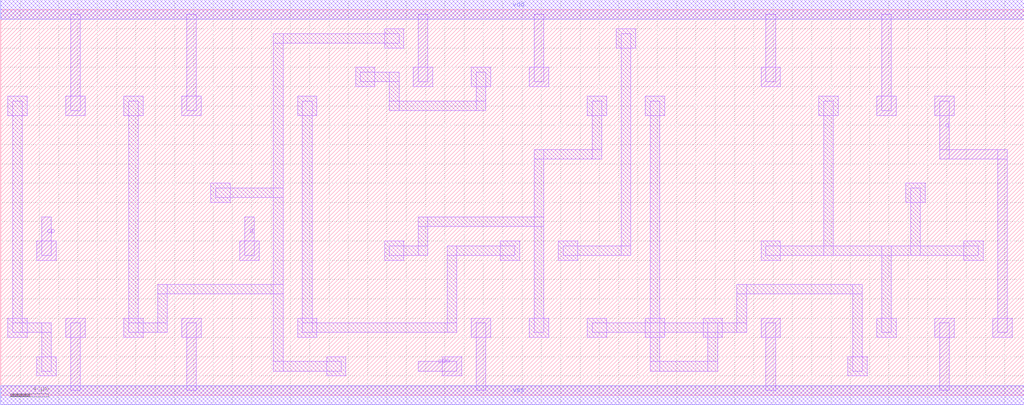
<source format=lef>
VERSION 5.7 ;

BUSBITCHARS "[]" ;
DIVIDERCHAR "/" ;

UNITS
  TIME NANOSECONDS 1 ;
  CAPACITANCE PICOFARADS 1 ;
  RESISTANCE OHMS 1 ;
  DATABASE MICRONS 1000 ;
END UNITS

MANUFACTURINGGRID 0.25 ;

PROPERTYDEFINITIONS
  LAYER LEF58_TYPE STRING ;
END PROPERTYDEFINITIONS

# High density, single height
SITE obscore
  SYMMETRY Y ;
  CLASS CORE ;
  SIZE 2.0 BY 40.0 ;
END obscore

#--------EOF---------

MACRO AN2D1
  CLASS CORE ; 
  ORIGIN 0 0 ; 
  FOREIGN AN2D1 0 0 ; 
  SIZE 28.000 BY 40.000 ; 
  SYMMETRY X Y ; 
  SITE obscore ; 
  PIN a1 
    DIRECTION INPUT ; 
    USE SIGNAL ; 
    PORT 
      LAYER ML1 ;
        RECT 9.750 14.000 11.750 16.000 ;
        RECT 10.250 14.500 11.250 18.500 ;
    END 
  END a1 
  PIN a2 
    DIRECTION INPUT ; 
    USE SIGNAL ; 
    PORT 
      LAYER ML1 ;
        RECT 3.750 14.000 5.750 16.000 ;
        RECT 4.250 14.500 5.250 18.500 ;
    END 
  END a2 
  PIN z 
    DIRECTION OUTPUT ; 
    USE SIGNAL ; 
    PORT 
      LAYER ML1 ;
        RECT 18.750 6.000 20.750 8.000 ;
        RECT 18.750 29.000 20.750 31.000 ;
        RECT 19.250 6.500 20.250 30.500 ;
    END 
  END z 
  PIN vdd 
    DIRECTION INOUT ; 
    USE POWER ; 
    SHAPE ABUTMENT ; 
    PORT 
      LAYER ML1 ;
        RECT 24.750 29.000 26.750 31.000 ;
        RECT 25.250 29.500 26.250 39.500 ;
        RECT 0.750 29.000 2.750 31.000 ;
        RECT 1.250 29.500 2.250 39.500 ;
        RECT 12.750 29.000 14.750 31.000 ;
        RECT 13.250 29.500 14.250 39.500 ;
        RECT 0.000 39.000 28.000 41.000 ;
      LAYER ML2 ;
        RECT 0.000 39.000 28.000 41.000 ;
    END 
  END vdd 
  PIN vss 
    DIRECTION INOUT ; 
    USE POWER ; 
    SHAPE ABUTMENT ; 
    PORT 
      LAYER ML1 ;
        RECT 24.750 6.000 26.750 8.000 ;
        RECT 25.250 0.500 26.250 7.500 ;
        RECT 0.750 6.000 2.750 8.000 ;
        RECT 1.250 0.500 2.250 7.500 ;
        RECT 0.000 -1.000 28.000 1.000 ;
      LAYER ML2 ;
        RECT 0.000 -1.000 28.000 1.000 ;
    END 
  END vss 
  OBS
      LAYER ML1 ;
        RECT 12.750 6.000 14.750 8.000 ;
        RECT 13.250 6.500 14.250 21.500 ;
        RECT 12.750 20.000 14.750 22.000 ;
  END
END AN2D1
MACRO AN2D1_1
  CLASS CORE ; 
  ORIGIN 0 0 ; 
  FOREIGN AN2D1_1 0 0 ; 
  SIZE 22.000 BY 40.000 ; 
  SYMMETRY X Y ; 
  SITE obscore ; 
  PIN a1 
    DIRECTION INPUT ; 
    USE SIGNAL ; 
    PORT 
      LAYER ML1 ;
        RECT 3.750 14.000 5.750 16.000 ;
        RECT 4.250 14.500 5.250 18.500 ;
    END 
  END a1 
  PIN a2 
    DIRECTION INPUT ; 
    USE SIGNAL ; 
    PORT 
      LAYER ML1 ;
        RECT 9.750 14.000 11.750 16.000 ;
        RECT 10.250 14.500 11.250 18.500 ;
    END 
  END a2 
  PIN z 
    DIRECTION OUTPUT ; 
    USE SIGNAL ; 
    PORT 
      LAYER ML1 ;
        RECT 18.750 6.000 20.750 8.000 ;
        RECT 18.750 29.000 20.750 31.000 ;
        RECT 19.250 6.500 20.250 30.500 ;
    END 
  END z 
  PIN vdd 
    DIRECTION INOUT ; 
    USE POWER ; 
    SHAPE ABUTMENT ; 
    PORT 
      LAYER ML1 ;
        RECT 12.750 29.000 14.750 31.000 ;
        RECT 13.250 29.500 14.250 39.500 ;
        RECT 0.750 29.000 2.750 31.000 ;
        RECT 1.250 29.500 2.250 39.500 ;
        RECT 0.000 39.000 22.000 41.000 ;
      LAYER ML2 ;
        RECT 0.000 39.000 22.000 41.000 ;
    END 
  END vdd 
  PIN vss 
    DIRECTION INOUT ; 
    USE POWER ; 
    SHAPE ABUTMENT ; 
    PORT 
      LAYER ML1 ;
        RECT 12.750 6.000 14.750 8.000 ;
        RECT 13.250 0.500 14.250 7.500 ;
        RECT 0.000 -1.000 22.000 1.000 ;
      LAYER ML2 ;
        RECT 0.000 -1.000 22.000 1.000 ;
    END 
  END vss 
  OBS
      LAYER ML1 ;
        RECT 0.750 6.000 2.750 8.000 ;
        RECT 6.750 29.000 8.750 31.000 ;
        RECT 1.250 6.500 11.250 7.500 ;
        RECT 10.250 2.500 11.250 7.500 ;
        RECT 9.750 2.000 11.750 4.000 ;
        RECT 7.250 6.500 8.250 30.500 ;
  END
END AN2D1_1
MACRO AN2D1_2
  CLASS CORE ; 
  ORIGIN 0 0 ; 
  FOREIGN AN2D1_2 0 0 ; 
  SIZE 28.000 BY 40.000 ; 
  SYMMETRY X Y ; 
  SITE obscore ; 
  PIN a1 
    DIRECTION INPUT ; 
    USE SIGNAL ; 
    PORT 
      LAYER ML1 ;
        RECT 9.750 14.000 11.750 16.000 ;
        RECT 10.250 14.500 11.250 18.500 ;
    END 
  END a1 
  PIN a2 
    DIRECTION INPUT ; 
    USE SIGNAL ; 
    PORT 
      LAYER ML1 ;
        RECT 3.750 14.000 5.750 16.000 ;
        RECT 4.250 14.500 5.250 18.500 ;
    END 
  END a2 
  PIN z 
    DIRECTION OUTPUT ; 
    USE SIGNAL ; 
    PORT 
      LAYER ML1 ;
        RECT 18.750 6.000 20.750 8.000 ;
        RECT 18.750 29.000 20.750 31.000 ;
        RECT 19.250 6.500 20.250 30.500 ;
    END 
  END z 
  PIN vdd 
    DIRECTION INOUT ; 
    USE POWER ; 
    SHAPE ABUTMENT ; 
    PORT 
      LAYER ML1 ;
        RECT 24.750 29.000 26.750 31.000 ;
        RECT 25.250 29.500 26.250 39.500 ;
        RECT 6.750 29.000 8.750 31.000 ;
        RECT 7.250 29.500 8.250 39.500 ;
        RECT 0.000 39.000 28.000 41.000 ;
      LAYER ML2 ;
        RECT 0.000 39.000 28.000 41.000 ;
    END 
  END vdd 
  PIN vss 
    DIRECTION INOUT ; 
    USE POWER ; 
    SHAPE ABUTMENT ; 
    PORT 
      LAYER ML1 ;
        RECT 24.750 6.000 26.750 8.000 ;
        RECT 25.250 0.500 26.250 7.500 ;
        RECT 0.750 6.000 2.750 8.000 ;
        RECT 1.250 0.500 2.250 7.500 ;
        RECT 0.000 -1.000 28.000 1.000 ;
      LAYER ML2 ;
        RECT 0.000 -1.000 28.000 1.000 ;
    END 
  END vss 
  OBS
      LAYER ML1 ;
        RECT 12.750 6.000 14.750 8.000 ;
        RECT 13.250 6.500 14.250 21.500 ;
        RECT 12.750 20.000 14.750 22.000 ;
  END
END AN2D1_2
MACRO AN2D1_3
  CLASS CORE ; 
  ORIGIN 0 0 ; 
  FOREIGN AN2D1_3 0 0 ; 
  SIZE 28.000 BY 40.000 ; 
  SYMMETRY X Y ; 
  SITE obscore ; 
  PIN a1 
    DIRECTION INPUT ; 
    USE SIGNAL ; 
    PORT 
      LAYER ML1 ;
        RECT 3.750 14.000 5.750 16.000 ;
        RECT 4.250 14.500 5.250 18.500 ;
    END 
  END a1 
  PIN a2 
    DIRECTION INPUT ; 
    USE SIGNAL ; 
    PORT 
      LAYER ML1 ;
        RECT 9.750 14.000 11.750 16.000 ;
        RECT 10.250 14.500 11.250 18.500 ;
    END 
  END a2 
  PIN z 
    DIRECTION OUTPUT ; 
    USE SIGNAL ; 
    PORT 
      LAYER ML1 ;
        RECT 18.750 6.000 20.750 8.000 ;
        RECT 18.750 29.000 20.750 31.000 ;
        RECT 19.250 6.500 20.250 30.500 ;
    END 
  END z 
  PIN vdd 
    DIRECTION INOUT ; 
    USE POWER ; 
    SHAPE ABUTMENT ; 
    PORT 
      LAYER ML1 ;
        RECT 24.750 29.000 26.750 31.000 ;
        RECT 25.250 29.500 26.250 39.500 ;
        RECT 6.750 29.000 8.750 31.000 ;
        RECT 7.250 29.500 8.250 39.500 ;
        RECT 0.000 39.000 28.000 41.000 ;
      LAYER ML2 ;
        RECT 0.000 39.000 28.000 41.000 ;
    END 
  END vdd 
  PIN vss 
    DIRECTION INOUT ; 
    USE POWER ; 
    SHAPE ABUTMENT ; 
    PORT 
      LAYER ML1 ;
        RECT 24.750 6.000 26.750 8.000 ;
        RECT 25.250 0.500 26.250 7.500 ;
        RECT 12.750 6.000 14.750 8.000 ;
        RECT 13.250 0.500 14.250 7.500 ;
        RECT 0.000 -1.000 28.000 1.000 ;
      LAYER ML2 ;
        RECT 0.000 -1.000 28.000 1.000 ;
    END 
  END vss 
  OBS
      LAYER ML1 ;
        RECT 0.750 6.000 2.750 8.000 ;
        RECT 12.750 29.000 14.750 31.000 ;
        RECT 1.250 6.500 2.250 25.500 ;
        RECT 1.250 24.500 14.250 25.500 ;
        RECT 13.250 24.500 14.250 30.500 ;
  END
END AN2D1_3
#--------EOF---------

MACRO AO21D1
  CLASS CORE ; 
  ORIGIN 0 0 ; 
  FOREIGN AO21D1 0 0 ; 
  SIZE 34.000 BY 40.000 ; 
  SYMMETRY X Y ; 
  SITE obscore ; 
  PIN a1 
    DIRECTION INPUT ; 
    USE SIGNAL ; 
    PORT 
      LAYER ML1 ;
        RECT 3.750 14.000 5.750 16.000 ;
        RECT 4.250 14.500 5.250 18.500 ;
    END 
  END a1 
  PIN a2 
    DIRECTION INPUT ; 
    USE SIGNAL ; 
    PORT 
      LAYER ML1 ;
        RECT 9.750 14.000 11.750 16.000 ;
        RECT 10.250 14.500 11.250 18.500 ;
    END 
  END a2 
  PIN b 
    DIRECTION INPUT ; 
    USE SIGNAL ; 
    PORT 
      LAYER ML1 ;
        RECT 15.750 14.000 17.750 16.000 ;
        RECT 16.250 14.500 17.250 18.500 ;
    END 
  END b 
  PIN z 
    DIRECTION OUTPUT ; 
    USE SIGNAL ; 
    PORT 
      LAYER ML1 ;
        RECT 24.750 6.000 26.750 8.000 ;
        RECT 24.750 29.000 26.750 31.000 ;
        RECT 25.250 6.500 26.250 30.500 ;
    END 
  END z 
  PIN vdd 
    DIRECTION INOUT ; 
    USE POWER ; 
    SHAPE ABUTMENT ; 
    PORT 
      LAYER ML1 ;
        RECT 30.750 29.000 32.750 31.000 ;
        RECT 31.250 29.500 32.250 39.500 ;
        RECT 18.750 29.000 20.750 31.000 ;
        RECT 19.250 29.500 20.250 39.500 ;
        RECT 0.000 39.000 34.000 41.000 ;
      LAYER ML2 ;
        RECT 0.000 39.000 34.000 41.000 ;
    END 
  END vdd 
  PIN vss 
    DIRECTION INOUT ; 
    USE POWER ; 
    SHAPE ABUTMENT ; 
    PORT 
      LAYER ML1 ;
        RECT 12.750 6.000 14.750 8.000 ;
        RECT 13.250 0.500 14.250 7.500 ;
        RECT 30.750 6.000 32.750 8.000 ;
        RECT 31.250 0.500 32.250 7.500 ;
        RECT 0.000 -1.000 34.000 1.000 ;
      LAYER ML2 ;
        RECT 0.000 -1.000 34.000 1.000 ;
    END 
  END vss 
  OBS
      LAYER ML1 ;
        RECT 0.750 6.000 2.750 8.000 ;
        RECT 18.750 6.000 20.750 8.000 ;
        RECT 1.250 2.500 2.250 7.500 ;
        RECT 0.750 2.000 2.750 4.000 ;
        RECT 19.250 2.500 20.250 7.500 ;
        RECT 19.250 2.500 29.250 3.500 ;
        RECT 27.750 2.000 29.750 4.000 ;
        RECT 0.750 29.000 2.750 31.000 ;
        RECT 12.750 29.000 14.750 31.000 ;
        RECT 1.250 29.500 14.250 30.500 ;
  END
END AO21D1
MACRO AO21D1_1
  CLASS CORE ; 
  ORIGIN 0 0 ; 
  FOREIGN AO21D1_1 0 0 ; 
  SIZE 34.000 BY 40.000 ; 
  SYMMETRY X Y ; 
  SITE obscore ; 
  PIN a1 
    DIRECTION INPUT ; 
    USE SIGNAL ; 
    PORT 
      LAYER ML1 ;
        RECT 9.750 14.000 11.750 16.000 ;
        RECT 10.250 14.500 11.250 18.500 ;
    END 
  END a1 
  PIN a2 
    DIRECTION INPUT ; 
    USE SIGNAL ; 
    PORT 
      LAYER ML1 ;
        RECT 3.750 14.000 5.750 16.000 ;
        RECT 4.250 14.500 5.250 18.500 ;
    END 
  END a2 
  PIN b 
    DIRECTION INPUT ; 
    USE SIGNAL ; 
    PORT 
      LAYER ML1 ;
        RECT 21.750 14.000 23.750 16.000 ;
        RECT 22.250 14.500 23.250 18.500 ;
    END 
  END b 
  PIN z 
    DIRECTION OUTPUT ; 
    USE SIGNAL ; 
    PORT 
      LAYER ML1 ;
        RECT 30.750 6.000 32.750 8.000 ;
        RECT 30.750 29.000 32.750 31.000 ;
        RECT 31.250 6.500 32.250 30.500 ;
    END 
  END z 
  PIN vdd 
    DIRECTION INOUT ; 
    USE POWER ; 
    SHAPE ABUTMENT ; 
    PORT 
      LAYER ML1 ;
        RECT 24.750 29.000 26.750 31.000 ;
        RECT 25.250 29.500 26.250 39.500 ;
        RECT 0.000 39.000 34.000 41.000 ;
      LAYER ML2 ;
        RECT 0.000 39.000 34.000 41.000 ;
    END 
  END vdd 
  PIN vss 
    DIRECTION INOUT ; 
    USE POWER ; 
    SHAPE ABUTMENT ; 
    PORT 
      LAYER ML1 ;
        RECT 0.750 6.000 2.750 8.000 ;
        RECT 1.250 0.500 2.250 7.500 ;
        RECT 24.750 6.000 26.750 8.000 ;
        RECT 25.250 0.500 26.250 7.500 ;
        RECT 0.000 -1.000 34.000 1.000 ;
      LAYER ML2 ;
        RECT 0.000 -1.000 34.000 1.000 ;
    END 
  END vss 
  OBS
      LAYER ML1 ;
        RECT 12.750 6.000 14.750 8.000 ;
        RECT 18.750 6.000 20.750 8.000 ;
        RECT 12.750 29.000 14.750 31.000 ;
        RECT 13.250 2.500 14.250 7.500 ;
        RECT 12.750 2.000 14.750 4.000 ;
        RECT 15.750 29.000 17.750 31.000 ;
        RECT 13.250 29.500 17.250 30.500 ;
        RECT 16.250 6.500 20.250 7.500 ;
        RECT 15.750 6.000 17.750 8.000 ;
        RECT 6.750 29.000 8.750 31.000 ;
        RECT 18.750 29.000 20.750 31.000 ;
        RECT 7.250 24.500 8.250 30.500 ;
        RECT 7.250 24.500 20.250 25.500 ;
        RECT 19.250 24.500 20.250 30.500 ;
  END
END AO21D1_1
MACRO AO21D1_2
  CLASS CORE ; 
  ORIGIN 0 0 ; 
  FOREIGN AO21D1_2 0 0 ; 
  SIZE 34.000 BY 40.000 ; 
  SYMMETRY X Y ; 
  SITE obscore ; 
  PIN a1 
    DIRECTION INPUT ; 
    USE SIGNAL ; 
    PORT 
      LAYER ML1 ;
        RECT 9.750 14.000 11.750 16.000 ;
        RECT 10.250 14.500 11.250 18.500 ;
    END 
  END a1 
  PIN a2 
    DIRECTION INPUT ; 
    USE SIGNAL ; 
    PORT 
      LAYER ML1 ;
        RECT 15.750 14.000 17.750 16.000 ;
        RECT 16.250 14.500 17.250 18.500 ;
    END 
  END a2 
  PIN b 
    DIRECTION INPUT ; 
    USE SIGNAL ; 
    PORT 
      LAYER ML1 ;
        RECT 3.750 14.000 5.750 16.000 ;
        RECT 4.250 14.500 5.250 18.500 ;
    END 
  END b 
  PIN z 
    DIRECTION OUTPUT ; 
    USE SIGNAL ; 
    PORT 
      LAYER ML1 ;
        RECT 24.750 6.000 26.750 8.000 ;
        RECT 24.750 29.000 26.750 31.000 ;
        RECT 25.250 6.500 26.250 30.500 ;
    END 
  END z 
  PIN vdd 
    DIRECTION INOUT ; 
    USE POWER ; 
    SHAPE ABUTMENT ; 
    PORT 
      LAYER ML1 ;
        RECT 30.750 29.000 32.750 31.000 ;
        RECT 31.250 29.500 32.250 39.500 ;
        RECT 0.750 29.000 2.750 31.000 ;
        RECT 1.250 29.500 2.250 39.500 ;
        RECT 0.000 39.000 34.000 41.000 ;
      LAYER ML2 ;
        RECT 0.000 39.000 34.000 41.000 ;
    END 
  END vdd 
  PIN vss 
    DIRECTION INOUT ; 
    USE POWER ; 
    SHAPE ABUTMENT ; 
    PORT 
      LAYER ML1 ;
        RECT 18.750 6.000 20.750 8.000 ;
        RECT 19.250 0.500 20.250 7.500 ;
        RECT 0.750 6.000 2.750 8.000 ;
        RECT 1.250 0.500 2.250 7.500 ;
        RECT 30.750 6.000 32.750 8.000 ;
        RECT 31.250 0.500 32.250 7.500 ;
        RECT 0.000 -1.000 34.000 1.000 ;
      LAYER ML2 ;
        RECT 0.000 -1.000 34.000 1.000 ;
    END 
  END vss 
  OBS
      LAYER ML1 ;
        RECT 6.750 6.000 8.750 8.000 ;
        RECT 12.750 29.000 14.750 31.000 ;
        RECT 7.250 6.500 8.250 25.500 ;
        RECT 7.250 24.500 14.250 25.500 ;
        RECT 13.250 24.500 14.250 30.500 ;
        RECT 6.750 29.000 8.750 31.000 ;
        RECT 18.750 29.000 20.750 31.000 ;
        RECT 7.250 29.500 8.250 33.500 ;
        RECT 7.250 32.500 20.250 33.500 ;
        RECT 19.250 29.500 20.250 33.500 ;
  END
END AO21D1_2
MACRO AO21D1_3
  CLASS CORE ; 
  ORIGIN 0 0 ; 
  FOREIGN AO21D1_3 0 0 ; 
  SIZE 34.000 BY 40.000 ; 
  SYMMETRY X Y ; 
  SITE obscore ; 
  PIN a1 
    DIRECTION INPUT ; 
    USE SIGNAL ; 
    PORT 
      LAYER ML1 ;
        RECT 15.750 14.000 17.750 16.000 ;
        RECT 16.250 14.500 17.250 18.500 ;
    END 
  END a1 
  PIN a2 
    DIRECTION INPUT ; 
    USE SIGNAL ; 
    PORT 
      LAYER ML1 ;
        RECT 9.750 14.000 11.750 16.000 ;
        RECT 10.250 14.500 11.250 18.500 ;
    END 
  END a2 
  PIN b 
    DIRECTION INPUT ; 
    USE SIGNAL ; 
    PORT 
      LAYER ML1 ;
        RECT 3.750 14.000 5.750 16.000 ;
        RECT 4.250 14.500 5.250 18.500 ;
    END 
  END b 
  PIN z 
    DIRECTION OUTPUT ; 
    USE SIGNAL ; 
    PORT 
      LAYER ML1 ;
        RECT 24.750 6.000 26.750 8.000 ;
        RECT 24.750 29.000 26.750 31.000 ;
        RECT 25.250 6.500 26.250 30.500 ;
    END 
  END z 
  PIN vdd 
    DIRECTION INOUT ; 
    USE POWER ; 
    SHAPE ABUTMENT ; 
    PORT 
      LAYER ML1 ;
        RECT 30.750 29.000 32.750 31.000 ;
        RECT 31.250 29.500 32.250 39.500 ;
        RECT 0.750 29.000 2.750 31.000 ;
        RECT 1.250 29.500 2.250 39.500 ;
        RECT 0.000 39.000 34.000 41.000 ;
      LAYER ML2 ;
        RECT 0.000 39.000 34.000 41.000 ;
    END 
  END vdd 
  PIN vss 
    DIRECTION INOUT ; 
    USE POWER ; 
    SHAPE ABUTMENT ; 
    PORT 
      LAYER ML1 ;
        RECT 6.750 6.000 8.750 8.000 ;
        RECT 7.250 0.500 8.250 7.500 ;
        RECT 30.750 6.000 32.750 8.000 ;
        RECT 31.250 0.500 32.250 7.500 ;
        RECT 0.000 -1.000 34.000 1.000 ;
      LAYER ML2 ;
        RECT 0.000 -1.000 34.000 1.000 ;
    END 
  END vss 
  OBS
      LAYER ML1 ;
        RECT 18.750 6.000 20.750 8.000 ;
        RECT 0.750 6.000 2.750 8.000 ;
        RECT 19.250 2.500 20.250 7.500 ;
        RECT 19.250 2.500 29.250 3.500 ;
        RECT 27.750 2.000 29.750 4.000 ;
        RECT 1.250 2.500 2.250 7.500 ;
        RECT 0.750 2.000 2.750 4.000 ;
        RECT 18.750 29.000 20.750 31.000 ;
        RECT 6.750 29.000 8.750 31.000 ;
        RECT 7.250 29.500 20.250 30.500 ;
  END
END AO21D1_3
#--------EOF---------

MACRO AOI21D1
  CLASS CORE ; 
  ORIGIN 0 0 ; 
  FOREIGN AOI21D1 0 0 ; 
  SIZE 22.000 BY 40.000 ; 
  SYMMETRY X Y ; 
  SITE obscore ; 
  PIN a1 
    DIRECTION INPUT ; 
    USE SIGNAL ; 
    PORT 
      LAYER ML1 ;
        RECT 9.750 14.000 11.750 16.000 ;
        RECT 10.250 14.500 11.250 18.500 ;
    END 
  END a1 
  PIN a2 
    DIRECTION INPUT ; 
    USE SIGNAL ; 
    PORT 
      LAYER ML1 ;
        RECT 3.750 14.000 5.750 16.000 ;
        RECT 4.250 14.500 5.250 18.500 ;
    END 
  END a2 
  PIN b 
    DIRECTION INPUT ; 
    USE SIGNAL ; 
    PORT 
      LAYER ML1 ;
        RECT 15.750 14.000 17.750 16.000 ;
        RECT 16.250 14.500 17.250 18.500 ;
    END 
  END b 
  PIN zn 
    DIRECTION OUTPUT ; 
    USE SIGNAL ; 
    PORT 
      LAYER ML1 ;
        RECT 12.750 6.000 14.750 8.000 ;
        RECT 6.750 29.000 8.750 31.000 ;
        RECT 13.250 6.500 14.250 25.500 ;
        RECT 7.250 24.500 14.250 25.500 ;
        RECT 7.250 24.500 8.250 30.500 ;
    END 
  END zn 
  PIN vdd 
    DIRECTION INOUT ; 
    USE POWER ; 
    SHAPE ABUTMENT ; 
    PORT 
      LAYER ML1 ;
        RECT 18.750 29.000 20.750 31.000 ;
        RECT 19.250 29.500 20.250 39.500 ;
        RECT 0.000 39.000 22.000 41.000 ;
      LAYER ML2 ;
        RECT 0.000 39.000 22.000 41.000 ;
    END 
  END vdd 
  PIN vss 
    DIRECTION INOUT ; 
    USE POWER ; 
    SHAPE ABUTMENT ; 
    PORT 
      LAYER ML1 ;
        RECT 0.750 6.000 2.750 8.000 ;
        RECT 1.250 0.500 2.250 7.500 ;
        RECT 18.750 6.000 20.750 8.000 ;
        RECT 19.250 0.500 20.250 7.500 ;
        RECT 0.000 -1.000 22.000 1.000 ;
      LAYER ML2 ;
        RECT 0.000 -1.000 22.000 1.000 ;
    END 
  END vss 
  OBS
      LAYER ML1 ;
        RECT 0.750 29.000 2.750 31.000 ;
        RECT 12.750 29.000 14.750 31.000 ;
        RECT 1.250 29.500 2.250 33.500 ;
        RECT 1.250 32.500 14.250 33.500 ;
        RECT 13.250 29.500 14.250 33.500 ;
  END
END AOI21D1
MACRO AOI21D1_1
  CLASS CORE ; 
  ORIGIN 0 0 ; 
  FOREIGN AOI21D1_1 0 0 ; 
  SIZE 22.000 BY 40.000 ; 
  SYMMETRY X Y ; 
  SITE obscore ; 
  PIN a1 
    DIRECTION INPUT ; 
    USE SIGNAL ; 
    PORT 
      LAYER ML1 ;
        RECT 9.750 14.000 11.750 16.000 ;
        RECT 10.250 14.500 11.250 18.500 ;
    END 
  END a1 
  PIN a2 
    DIRECTION INPUT ; 
    USE SIGNAL ; 
    PORT 
      LAYER ML1 ;
        RECT 15.750 14.000 17.750 16.000 ;
        RECT 16.250 14.500 17.250 18.500 ;
    END 
  END a2 
  PIN b 
    DIRECTION INPUT ; 
    USE SIGNAL ; 
    PORT 
      LAYER ML1 ;
        RECT 3.750 14.000 5.750 16.000 ;
        RECT 4.250 14.500 5.250 18.500 ;
    END 
  END b 
  PIN zn 
    DIRECTION OUTPUT ; 
    USE SIGNAL ; 
    PORT 
      LAYER ML1 ;
        RECT 6.750 6.000 8.750 8.000 ;
        RECT 12.750 29.000 14.750 31.000 ;
        RECT 7.250 6.500 8.250 25.500 ;
        RECT 7.250 24.500 14.250 25.500 ;
        RECT 13.250 24.500 14.250 30.500 ;
    END 
  END zn 
  PIN vdd 
    DIRECTION INOUT ; 
    USE POWER ; 
    SHAPE ABUTMENT ; 
    PORT 
      LAYER ML1 ;
        RECT 0.750 29.000 2.750 31.000 ;
        RECT 1.250 29.500 2.250 39.500 ;
        RECT 0.000 39.000 22.000 41.000 ;
      LAYER ML2 ;
        RECT 0.000 39.000 22.000 41.000 ;
    END 
  END vdd 
  PIN vss 
    DIRECTION INOUT ; 
    USE POWER ; 
    SHAPE ABUTMENT ; 
    PORT 
      LAYER ML1 ;
        RECT 18.750 6.000 20.750 8.000 ;
        RECT 19.250 0.500 20.250 7.500 ;
        RECT 0.750 6.000 2.750 8.000 ;
        RECT 1.250 0.500 2.250 7.500 ;
        RECT 0.000 -1.000 22.000 1.000 ;
      LAYER ML2 ;
        RECT 0.000 -1.000 22.000 1.000 ;
    END 
  END vss 
  OBS
      LAYER ML1 ;
        RECT 18.750 29.000 20.750 31.000 ;
        RECT 6.750 29.000 8.750 31.000 ;
        RECT 19.250 29.500 20.250 33.500 ;
        RECT 7.250 32.500 20.250 33.500 ;
        RECT 7.250 29.500 8.250 33.500 ;
  END
END AOI21D1_1
MACRO AOI21D1_2
  CLASS CORE ; 
  ORIGIN 0 0 ; 
  FOREIGN AOI21D1_2 0 0 ; 
  SIZE 28.000 BY 40.000 ; 
  SYMMETRY X Y ; 
  SITE obscore ; 
  PIN a1 
    DIRECTION INPUT ; 
    USE SIGNAL ; 
    PORT 
      LAYER ML1 ;
        RECT 9.750 14.000 11.750 16.000 ;
        RECT 10.250 14.500 11.250 18.500 ;
    END 
  END a1 
  PIN a2 
    DIRECTION INPUT ; 
    USE SIGNAL ; 
    PORT 
      LAYER ML1 ;
        RECT 0.750 14.000 2.750 16.000 ;
        RECT 1.250 14.500 2.250 18.500 ;
    END 
  END a2 
  PIN b 
    DIRECTION INPUT ; 
    USE SIGNAL ; 
    PORT 
      LAYER ML1 ;
        RECT 21.750 14.000 23.750 16.000 ;
        RECT 22.250 14.500 23.250 18.500 ;
    END 
  END b 
  PIN zn 
    DIRECTION OUTPUT ; 
    USE SIGNAL ; 
    PORT 
      LAYER ML1 ;
        RECT 12.750 6.000 14.750 8.000 ;
        RECT 18.750 6.000 20.750 8.000 ;
        RECT 0.750 29.000 2.750 31.000 ;
        RECT 12.750 29.000 14.750 31.000 ;
        RECT 4.250 6.500 14.250 7.500 ;
        RECT 4.250 6.500 5.250 30.500 ;
        RECT 1.250 29.500 5.250 30.500 ;
        RECT 13.250 6.500 20.250 7.500 ;
        RECT 4.250 29.500 5.250 33.500 ;
        RECT 4.250 32.500 14.250 33.500 ;
        RECT 13.250 29.500 14.250 33.500 ;
    END 
  END zn 
  PIN vdd 
    DIRECTION INOUT ; 
    USE POWER ; 
    SHAPE ABUTMENT ; 
    PORT 
      LAYER ML1 ;
        RECT 24.750 29.000 26.750 31.000 ;
        RECT 25.250 29.500 26.250 39.500 ;
        RECT 0.000 39.000 28.000 41.000 ;
      LAYER ML2 ;
        RECT 0.000 39.000 28.000 41.000 ;
    END 
  END vdd 
  PIN vss 
    DIRECTION INOUT ; 
    USE POWER ; 
    SHAPE ABUTMENT ; 
    PORT 
      LAYER ML1 ;
        RECT 0.750 6.000 2.750 8.000 ;
        RECT 1.250 0.500 2.250 7.500 ;
        RECT 24.750 6.000 26.750 8.000 ;
        RECT 25.250 0.500 26.250 7.500 ;
        RECT 0.000 -1.000 28.000 1.000 ;
      LAYER ML2 ;
        RECT 0.000 -1.000 28.000 1.000 ;
    END 
  END vss 
  OBS
      LAYER ML1 ;
        RECT 6.750 29.000 8.750 31.000 ;
        RECT 18.750 29.000 20.750 31.000 ;
        RECT 7.250 24.500 8.250 30.500 ;
        RECT 7.250 24.500 20.250 25.500 ;
        RECT 19.250 24.500 20.250 30.500 ;
  END
END AOI21D1_2
MACRO AOI21D1_3
  CLASS CORE ; 
  ORIGIN 0 0 ; 
  FOREIGN AOI21D1_3 0 0 ; 
  SIZE 28.000 BY 40.000 ; 
  SYMMETRY X Y ; 
  SITE obscore ; 
  PIN a1 
    DIRECTION INPUT ; 
    USE SIGNAL ; 
    PORT 
      LAYER ML1 ;
        RECT 3.750 14.000 5.750 16.000 ;
        RECT 4.250 14.500 5.250 18.500 ;
    END 
  END a1 
  PIN a2 
    DIRECTION INPUT ; 
    USE SIGNAL ; 
    PORT 
      LAYER ML1 ;
        RECT 9.750 14.000 11.750 16.000 ;
        RECT 10.250 14.500 11.250 18.500 ;
    END 
  END a2 
  PIN b 
    DIRECTION INPUT ; 
    USE SIGNAL ; 
    PORT 
      LAYER ML1 ;
        RECT 21.750 14.000 23.750 16.000 ;
        RECT 22.250 14.500 23.250 18.500 ;
    END 
  END b 
  PIN zn 
    DIRECTION OUTPUT ; 
    USE SIGNAL ; 
    PORT 
      LAYER ML1 ;
        RECT 0.750 6.000 2.750 8.000 ;
        RECT 18.750 6.000 20.750 8.000 ;
        RECT 12.750 29.000 14.750 31.000 ;
        RECT 0.750 29.000 2.750 31.000 ;
        RECT 1.250 6.500 2.250 30.500 ;
        RECT 19.250 6.500 20.250 25.500 ;
        RECT 13.250 24.500 20.250 25.500 ;
        RECT 13.250 24.500 14.250 30.500 ;
        RECT 1.250 24.500 14.250 25.500 ;
    END 
  END zn 
  PIN vdd 
    DIRECTION INOUT ; 
    USE POWER ; 
    SHAPE ABUTMENT ; 
    PORT 
      LAYER ML1 ;
        RECT 24.750 29.000 26.750 31.000 ;
        RECT 25.250 29.500 26.250 39.500 ;
        RECT 0.000 39.000 28.000 41.000 ;
      LAYER ML2 ;
        RECT 0.000 39.000 28.000 41.000 ;
    END 
  END vdd 
  PIN vss 
    DIRECTION INOUT ; 
    USE POWER ; 
    SHAPE ABUTMENT ; 
    PORT 
      LAYER ML1 ;
        RECT 12.750 6.000 14.750 8.000 ;
        RECT 13.250 0.500 14.250 7.500 ;
        RECT 24.750 6.000 26.750 8.000 ;
        RECT 25.250 0.500 26.250 7.500 ;
        RECT 0.000 -1.000 28.000 1.000 ;
      LAYER ML2 ;
        RECT 0.000 -1.000 28.000 1.000 ;
    END 
  END vss 
  OBS
      LAYER ML1 ;
        RECT 6.750 29.000 8.750 31.000 ;
        RECT 18.750 29.000 20.750 31.000 ;
        RECT 7.250 29.500 8.250 33.500 ;
        RECT 7.250 32.500 20.250 33.500 ;
        RECT 19.250 29.500 20.250 33.500 ;
  END
END AOI21D1_3
#--------EOF---------

MACRO BUFFD1
  CLASS CORE ; 
  ORIGIN 0 0 ; 
  FOREIGN BUFFD1 0 0 ; 
  SIZE 16.000 BY 40.000 ; 
  SYMMETRY X Y ; 
  SITE obscore ; 
  PIN i 
    DIRECTION INPUT ; 
    USE SIGNAL ; 
    PORT 
      LAYER ML1 ;
        RECT 9.750 17.000 11.750 19.000 ;
        RECT 10.250 17.500 11.250 25.500 ;
        RECT 9.750 24.000 11.750 26.000 ;
    END 
  END i 
  PIN z 
    DIRECTION OUTPUT ; 
    USE SIGNAL ; 
    PORT 
      LAYER ML1 ;
        RECT 0.750 6.000 2.750 8.000 ;
        RECT 0.750 29.000 2.750 31.000 ;
        RECT 1.250 6.500 2.250 30.500 ;
    END 
  END z 
  PIN vdd 
    DIRECTION INOUT ; 
    USE POWER ; 
    SHAPE ABUTMENT ; 
    PORT 
      LAYER ML1 ;
        RECT 6.750 29.000 8.750 31.000 ;
        RECT 7.250 29.500 8.250 39.500 ;
        RECT 0.000 39.000 16.000 41.000 ;
      LAYER ML2 ;
        RECT 0.000 39.000 16.000 41.000 ;
    END 
  END vdd 
  PIN vss 
    DIRECTION INOUT ; 
    USE POWER ; 
    SHAPE ABUTMENT ; 
    PORT 
      LAYER ML1 ;
        RECT 6.750 6.000 8.750 8.000 ;
        RECT 7.250 0.500 8.250 7.500 ;
        RECT 0.000 -1.000 16.000 1.000 ;
      LAYER ML2 ;
        RECT 0.000 -1.000 16.000 1.000 ;
    END 
  END vss 
  OBS
      LAYER ML1 ;
        RECT 12.750 6.000 14.750 8.000 ;
        RECT 12.750 29.000 14.750 31.000 ;
        RECT 12.750 24.000 14.750 26.000 ;
        RECT 13.250 24.500 14.250 30.500 ;
        RECT 13.250 6.500 14.250 21.500 ;
        RECT 12.750 20.000 14.750 22.000 ;
  END
END BUFFD1
MACRO BUFFD1_1
  CLASS CORE ; 
  ORIGIN 0 0 ; 
  FOREIGN BUFFD1_1 0 0 ; 
  SIZE 16.000 BY 40.000 ; 
  SYMMETRY X Y ; 
  SITE obscore ; 
  PIN i 
    DIRECTION INPUT ; 
    USE SIGNAL ; 
    PORT 
      LAYER ML1 ;
        RECT 3.750 14.000 5.750 16.000 ;
        RECT 4.250 14.500 5.250 18.500 ;
    END 
  END i 
  PIN z 
    DIRECTION OUTPUT ; 
    USE SIGNAL ; 
    PORT 
      LAYER ML1 ;
        RECT 12.750 6.000 14.750 8.000 ;
        RECT 12.750 29.000 14.750 31.000 ;
        RECT 13.250 6.500 14.250 30.500 ;
    END 
  END z 
  PIN vdd 
    DIRECTION INOUT ; 
    USE POWER ; 
    SHAPE ABUTMENT ; 
    PORT 
      LAYER ML1 ;
        RECT 6.750 29.000 8.750 31.000 ;
        RECT 7.250 29.500 8.250 39.500 ;
        RECT 0.000 39.000 16.000 41.000 ;
      LAYER ML2 ;
        RECT 0.000 39.000 16.000 41.000 ;
    END 
  END vdd 
  PIN vss 
    DIRECTION INOUT ; 
    USE POWER ; 
    SHAPE ABUTMENT ; 
    PORT 
      LAYER ML1 ;
        RECT 6.750 6.000 8.750 8.000 ;
        RECT 7.250 0.500 8.250 7.500 ;
        RECT 0.000 -1.000 16.000 1.000 ;
      LAYER ML2 ;
        RECT 0.000 -1.000 16.000 1.000 ;
    END 
  END vss 
  OBS
      LAYER ML1 ;
        RECT 0.750 6.000 2.750 8.000 ;
        RECT 0.750 29.000 2.750 31.000 ;
        RECT 1.250 6.500 2.250 30.500 ;
  END
END BUFFD1_1
#--------EOF---------

MACRO DFCNQD1
  CLASS CORE ; 
  ORIGIN 0 0 ; 
  FOREIGN DFCNQD1 0 0 ; 
  SIZE 106.000 BY 40.000 ; 
  SYMMETRY X Y ; 
  SITE obscore ; 
  PIN cdn 
    DIRECTION INPUT ; 
    USE SIGNAL ; 
    PORT 
      LAYER ML1 ;
        RECT 45.750 2.000 47.750 4.000 ;
        RECT 43.250 2.500 47.250 3.500 ;
    END 
  END cdn 
  PIN cp 
    DIRECTION INPUT ; 
    USE SIGNAL ; 
    PORT 
      LAYER ML1 ;
        RECT 3.750 14.000 5.750 16.000 ;
        RECT 4.250 14.500 5.250 18.500 ;
    END 
  END cp 
  PIN d 
    DIRECTION INPUT ; 
    USE SIGNAL ; 
    PORT 
      LAYER ML1 ;
        RECT 24.750 14.000 26.750 16.000 ;
        RECT 25.250 14.500 26.250 18.500 ;
    END 
  END d 
  PIN q 
    DIRECTION OUTPUT ; 
    USE SIGNAL ; 
    PORT 
      LAYER ML1 ;
        RECT 102.750 6.000 104.750 8.000 ;
        RECT 96.750 29.000 98.750 31.000 ;
        RECT 103.250 6.500 104.250 25.500 ;
        RECT 97.250 24.500 104.250 25.500 ;
        RECT 97.250 24.500 98.250 30.500 ;
    END 
  END q 
  PIN vdd 
    DIRECTION INOUT ; 
    USE POWER ; 
    SHAPE ABUTMENT ; 
    PORT 
      LAYER ML1 ;
        RECT 6.750 29.000 8.750 31.000 ;
        RECT 7.250 29.500 8.250 39.500 ;
        RECT 18.750 29.000 20.750 31.000 ;
        RECT 19.250 29.500 20.250 39.500 ;
        RECT 42.750 32.000 44.750 34.000 ;
        RECT 43.250 32.500 44.250 39.500 ;
        RECT 54.750 32.000 56.750 34.000 ;
        RECT 55.250 32.500 56.250 39.500 ;
        RECT 78.750 32.000 80.750 34.000 ;
        RECT 79.250 32.500 80.250 39.500 ;
        RECT 90.750 29.000 92.750 31.000 ;
        RECT 91.250 29.500 92.250 39.500 ;
        RECT 0.000 39.000 106.000 41.000 ;
      LAYER ML2 ;
        RECT 0.000 39.000 106.000 41.000 ;
    END 
  END vdd 
  PIN vss 
    DIRECTION INOUT ; 
    USE POWER ; 
    SHAPE ABUTMENT ; 
    PORT 
      LAYER ML1 ;
        RECT 6.750 6.000 8.750 8.000 ;
        RECT 7.250 0.500 8.250 7.500 ;
        RECT 18.750 6.000 20.750 8.000 ;
        RECT 19.250 0.500 20.250 7.500 ;
        RECT 48.750 6.000 50.750 8.000 ;
        RECT 49.250 0.500 50.250 7.500 ;
        RECT 78.750 6.000 80.750 8.000 ;
        RECT 79.250 0.500 80.250 7.500 ;
        RECT 96.750 6.000 98.750 8.000 ;
        RECT 97.250 0.500 98.250 7.500 ;
        RECT 0.000 -1.000 106.000 1.000 ;
      LAYER ML2 ;
        RECT 0.000 -1.000 106.000 1.000 ;
    END 
  END vss 
  OBS
      LAYER ML1 ;
        RECT 0.750 6.000 2.750 8.000 ;
        RECT 0.750 29.000 2.750 31.000 ;
        RECT 1.250 6.500 5.250 7.500 ;
        RECT 4.250 2.500 5.250 7.500 ;
        RECT 3.750 2.000 5.750 4.000 ;
        RECT 1.250 6.500 2.250 30.500 ;
        RECT 12.750 6.000 14.750 8.000 ;
        RECT 12.750 29.000 14.750 31.000 ;
        RECT 13.250 6.500 17.250 7.500 ;
        RECT 16.250 6.500 17.250 11.500 ;
        RECT 16.250 10.500 29.250 11.500 ;
        RECT 28.250 2.500 29.250 11.500 ;
        RECT 28.250 2.500 35.250 3.500 ;
        RECT 33.750 2.000 35.750 4.000 ;
        RECT 28.250 10.500 29.250 37.500 ;
        RECT 28.250 36.500 41.250 37.500 ;
        RECT 39.750 36.000 41.750 38.000 ;
        RECT 63.750 36.000 65.750 38.000 ;
        RECT 64.250 14.500 65.250 37.500 ;
        RECT 58.250 14.500 65.250 15.500 ;
        RECT 57.750 14.000 59.750 16.000 ;
        RECT 13.250 6.500 14.250 30.500 ;
        RECT 22.250 20.500 29.250 21.500 ;
        RECT 21.750 20.000 23.750 22.000 ;
        RECT 30.750 6.000 32.750 8.000 ;
        RECT 30.750 29.000 32.750 31.000 ;
        RECT 31.250 6.500 47.250 7.500 ;
        RECT 46.250 6.500 47.250 15.500 ;
        RECT 46.250 14.500 53.250 15.500 ;
        RECT 51.750 14.000 53.750 16.000 ;
        RECT 31.250 6.500 32.250 30.500 ;
        RECT 36.750 32.000 38.750 34.000 ;
        RECT 48.750 32.000 50.750 34.000 ;
        RECT 37.250 32.500 41.250 33.500 ;
        RECT 40.250 29.500 41.250 33.500 ;
        RECT 40.250 29.500 50.250 30.500 ;
        RECT 49.250 29.500 50.250 33.500 ;
        RECT 54.750 6.000 56.750 8.000 ;
        RECT 60.750 29.000 62.750 31.000 ;
        RECT 39.750 14.000 41.750 16.000 ;
        RECT 40.250 14.500 44.250 15.500 ;
        RECT 43.250 14.500 44.250 18.500 ;
        RECT 43.250 17.500 56.250 18.500 ;
        RECT 55.250 6.500 56.250 18.500 ;
        RECT 55.250 17.500 56.250 25.500 ;
        RECT 55.250 24.500 62.250 25.500 ;
        RECT 61.250 24.500 62.250 30.500 ;
        RECT 60.750 6.000 62.750 8.000 ;
        RECT 66.750 29.000 68.750 31.000 ;
        RECT 61.250 6.500 77.250 7.500 ;
        RECT 76.250 6.500 77.250 11.500 ;
        RECT 76.250 10.500 89.250 11.500 ;
        RECT 88.250 2.500 89.250 11.500 ;
        RECT 87.750 2.000 89.750 4.000 ;
        RECT 67.250 6.500 68.250 30.500 ;
        RECT 66.750 6.000 68.750 8.000 ;
        RECT 72.750 6.000 74.750 8.000 ;
        RECT 67.250 2.500 68.250 7.500 ;
        RECT 67.250 2.500 74.250 3.500 ;
        RECT 73.250 2.500 74.250 7.500 ;
        RECT 90.750 6.000 92.750 8.000 ;
        RECT 84.750 29.000 86.750 31.000 ;
        RECT 78.750 14.000 80.750 16.000 ;
        RECT 79.250 14.500 92.250 15.500 ;
        RECT 91.250 6.500 92.250 15.500 ;
        RECT 91.250 14.500 101.250 15.500 ;
        RECT 99.750 14.000 101.750 16.000 ;
        RECT 85.250 14.500 86.250 30.500 ;
        RECT 94.250 14.500 95.250 21.500 ;
        RECT 93.750 20.000 95.750 22.000 ;
  END
END DFCNQD1
#--------EOF---------

MACRO DFQD1
  CLASS CORE ; 
  ORIGIN 0 0 ; 
  FOREIGN DFQD1 0 0 ; 
  SIZE 94.000 BY 40.000 ; 
  SYMMETRY X Y ; 
  SITE obscore ; 
  PIN cp 
    DIRECTION INPUT ; 
    USE SIGNAL ; 
    PORT 
      LAYER ML1 ;
        RECT 3.750 14.000 5.750 16.000 ;
        RECT 4.250 14.500 5.250 18.500 ;
    END 
  END cp 
  PIN d 
    DIRECTION INPUT ; 
    USE SIGNAL ; 
    PORT 
      LAYER ML1 ;
        RECT 15.750 14.000 17.750 16.000 ;
        RECT 16.250 14.500 17.250 18.500 ;
    END 
  END d 
  PIN q 
    DIRECTION OUTPUT ; 
    USE SIGNAL ; 
    PORT 
      LAYER ML1 ;
        RECT 84.750 6.000 86.750 8.000 ;
        RECT 84.750 29.000 86.750 31.000 ;
        RECT 85.250 6.500 86.250 30.500 ;
    END 
  END q 
  PIN vdd 
    DIRECTION INOUT ; 
    USE POWER ; 
    SHAPE ABUTMENT ; 
    PORT 
      LAYER ML1 ;
        RECT 30.750 32.000 32.750 34.000 ;
        RECT 31.250 32.500 32.250 39.500 ;
        RECT 6.750 29.000 8.750 31.000 ;
        RECT 7.250 29.500 8.250 39.500 ;
        RECT 90.750 29.000 92.750 31.000 ;
        RECT 91.250 29.500 92.250 39.500 ;
        RECT 54.750 29.000 56.750 31.000 ;
        RECT 55.250 29.500 56.250 39.500 ;
        RECT 66.750 32.000 68.750 34.000 ;
        RECT 67.250 32.500 68.250 39.500 ;
        RECT 0.000 39.000 94.000 41.000 ;
      LAYER ML2 ;
        RECT 0.000 39.000 94.000 41.000 ;
    END 
  END vdd 
  PIN vss 
    DIRECTION INOUT ; 
    USE POWER ; 
    SHAPE ABUTMENT ; 
    PORT 
      LAYER ML1 ;
        RECT 6.750 6.000 8.750 8.000 ;
        RECT 7.250 0.500 8.250 7.500 ;
        RECT 30.750 6.000 32.750 8.000 ;
        RECT 31.250 0.500 32.250 7.500 ;
        RECT 66.750 6.000 68.750 8.000 ;
        RECT 67.250 0.500 68.250 7.500 ;
        RECT 90.750 6.000 92.750 8.000 ;
        RECT 91.250 0.500 92.250 7.500 ;
        RECT 54.750 6.000 56.750 8.000 ;
        RECT 55.250 0.500 56.250 7.500 ;
        RECT 0.000 -1.000 94.000 1.000 ;
      LAYER ML2 ;
        RECT 0.000 -1.000 94.000 1.000 ;
    END 
  END vss 
  OBS
      LAYER ML1 ;
        RECT 0.750 6.000 2.750 8.000 ;
        RECT 0.750 29.000 2.750 31.000 ;
        RECT 9.750 20.000 11.750 22.000 ;
        RECT 4.250 20.500 11.250 21.500 ;
        RECT 4.250 20.500 5.250 30.500 ;
        RECT 1.250 29.500 5.250 30.500 ;
        RECT 48.750 2.000 50.750 4.000 ;
        RECT 34.250 2.500 50.250 3.500 ;
        RECT 33.750 2.000 35.750 4.000 ;
        RECT 0.750 2.000 2.750 4.000 ;
        RECT 1.250 2.500 2.250 7.500 ;
        RECT 10.250 20.500 11.250 37.500 ;
        RECT 10.250 36.500 23.250 37.500 ;
        RECT 21.750 36.000 23.750 38.000 ;
        RECT 78.750 6.000 80.750 8.000 ;
        RECT 42.750 6.000 44.750 8.000 ;
        RECT 42.750 29.000 44.750 31.000 ;
        RECT 78.750 32.000 80.750 34.000 ;
        RECT 79.250 6.500 80.250 21.500 ;
        RECT 58.250 20.500 80.250 21.500 ;
        RECT 57.750 20.000 59.750 22.000 ;
        RECT 79.250 20.500 80.250 33.500 ;
        RECT 43.250 6.500 44.250 30.500 ;
        RECT 57.750 14.000 59.750 16.000 ;
        RECT 58.250 14.500 59.250 18.500 ;
        RECT 58.250 17.500 80.250 18.500 ;
        RECT 79.250 17.500 80.250 21.500 ;
        RECT 18.750 6.000 20.750 8.000 ;
        RECT 18.750 29.000 20.750 31.000 ;
        RECT 19.250 6.500 23.250 7.500 ;
        RECT 22.250 6.500 23.250 30.500 ;
        RECT 19.250 29.500 23.250 30.500 ;
        RECT 21.750 20.000 23.750 22.000 ;
        RECT 54.750 14.000 56.750 16.000 ;
        RECT 55.250 14.500 56.250 21.500 ;
        RECT 54.750 20.000 56.750 22.000 ;
        RECT 36.750 6.000 38.750 8.000 ;
        RECT 36.750 29.000 38.750 31.000 ;
        RECT 36.750 17.000 38.750 19.000 ;
        RECT 37.250 17.500 38.250 30.500 ;
        RECT 37.250 29.500 38.250 37.500 ;
        RECT 37.250 36.500 53.250 37.500 ;
        RECT 51.750 36.000 53.750 38.000 ;
        RECT 39.750 6.000 41.750 8.000 ;
        RECT 37.250 6.500 41.250 7.500 ;
        RECT 37.250 6.500 38.250 30.500 ;
        RECT 48.750 6.000 50.750 8.000 ;
        RECT 48.750 29.000 50.750 31.000 ;
        RECT 27.750 14.000 29.750 16.000 ;
        RECT 28.250 14.500 29.250 25.500 ;
        RECT 27.750 24.000 29.750 26.000 ;
        RECT 49.250 6.500 50.250 30.500 ;
        RECT 48.750 14.000 50.750 16.000 ;
        RECT 60.750 6.000 62.750 8.000 ;
        RECT 69.750 10.000 71.750 12.000 ;
        RECT 61.250 10.500 71.250 11.500 ;
        RECT 61.250 6.500 62.250 11.500 ;
  END
END DFQD1
MACRO DFQD1_1
  CLASS CORE ; 
  ORIGIN 0 0 ; 
  FOREIGN DFQD1_1 0 0 ; 
  SIZE 88.000 BY 40.000 ; 
  SYMMETRY X Y ; 
  SITE obscore ; 
  PIN cp 
    DIRECTION INPUT ; 
    USE SIGNAL ; 
    PORT 
      LAYER ML1 ;
        RECT 3.750 17.000 5.750 19.000 ;
        RECT 4.250 17.500 5.250 21.500 ;
    END 
  END cp 
  PIN d 
    DIRECTION INPUT ; 
    USE SIGNAL ; 
    PORT 
      LAYER ML1 ;
        RECT 15.750 14.000 17.750 16.000 ;
        RECT 16.250 14.500 17.250 18.500 ;
    END 
  END d 
  PIN q 
    DIRECTION OUTPUT ; 
    USE SIGNAL ; 
    PORT 
      LAYER ML1 ;
        RECT 78.750 6.000 80.750 8.000 ;
        RECT 78.750 29.000 80.750 31.000 ;
        RECT 79.250 6.500 80.250 30.500 ;
    END 
  END q 
  PIN vdd 
    DIRECTION INOUT ; 
    USE POWER ; 
    SHAPE ABUTMENT ; 
    PORT 
      LAYER ML1 ;
        RECT 30.750 32.000 32.750 34.000 ;
        RECT 31.250 32.500 32.250 39.500 ;
        RECT 6.750 29.000 8.750 31.000 ;
        RECT 7.250 29.500 8.250 39.500 ;
        RECT 84.750 29.000 86.750 31.000 ;
        RECT 85.250 29.500 86.250 39.500 ;
        RECT 66.750 32.000 68.750 34.000 ;
        RECT 67.250 32.500 68.250 39.500 ;
        RECT 42.750 29.000 44.750 31.000 ;
        RECT 43.250 29.500 44.250 39.500 ;
        RECT 0.000 39.000 88.000 41.000 ;
      LAYER ML2 ;
        RECT 0.000 39.000 88.000 41.000 ;
    END 
  END vdd 
  PIN vss 
    DIRECTION INOUT ; 
    USE POWER ; 
    SHAPE ABUTMENT ; 
    PORT 
      LAYER ML1 ;
        RECT 6.750 6.000 8.750 8.000 ;
        RECT 7.250 0.500 8.250 7.500 ;
        RECT 30.750 6.000 32.750 8.000 ;
        RECT 31.250 0.500 32.250 7.500 ;
        RECT 66.750 6.000 68.750 8.000 ;
        RECT 67.250 0.500 68.250 7.500 ;
        RECT 84.750 6.000 86.750 8.000 ;
        RECT 85.250 0.500 86.250 7.500 ;
        RECT 42.750 6.000 44.750 8.000 ;
        RECT 43.250 0.500 44.250 7.500 ;
        RECT 0.000 -1.000 88.000 1.000 ;
      LAYER ML2 ;
        RECT 0.000 -1.000 88.000 1.000 ;
    END 
  END vss 
  OBS
      LAYER ML1 ;
        RECT 0.750 6.000 2.750 8.000 ;
        RECT 0.750 29.000 2.750 31.000 ;
        RECT 9.750 14.000 11.750 16.000 ;
        RECT 1.250 14.500 11.250 15.500 ;
        RECT 1.250 14.500 2.250 30.500 ;
        RECT 1.250 29.500 2.250 37.500 ;
        RECT 0.750 36.000 2.750 38.000 ;
        RECT 1.250 6.500 2.250 15.500 ;
        RECT 54.750 6.000 56.750 8.000 ;
        RECT 54.750 29.000 56.750 31.000 ;
        RECT 55.250 2.500 56.250 7.500 ;
        RECT 54.750 2.000 56.750 4.000 ;
        RECT 55.250 6.500 62.250 7.500 ;
        RECT 61.250 6.500 62.250 18.500 ;
        RECT 61.250 17.500 71.250 18.500 ;
        RECT 69.750 17.000 71.750 19.000 ;
        RECT 61.250 17.500 62.250 25.500 ;
        RECT 55.250 24.500 62.250 25.500 ;
        RECT 55.250 24.500 56.250 30.500 ;
        RECT 18.750 6.000 20.750 8.000 ;
        RECT 18.750 29.000 20.750 31.000 ;
        RECT 18.750 32.000 20.750 34.000 ;
        RECT 19.250 6.500 20.250 30.500 ;
        RECT 19.250 32.500 26.250 33.500 ;
        RECT 25.250 32.500 26.250 37.500 ;
        RECT 24.750 36.000 26.750 38.000 ;
        RECT 36.750 6.000 38.750 8.000 ;
        RECT 36.750 29.000 38.750 31.000 ;
        RECT 21.750 24.000 23.750 26.000 ;
        RECT 22.250 24.500 23.250 30.500 ;
        RECT 22.250 29.500 38.250 30.500 ;
        RECT 21.750 17.000 23.750 19.000 ;
        RECT 22.250 17.500 59.250 18.500 ;
        RECT 57.750 17.000 59.750 19.000 ;
        RECT 36.750 2.000 38.750 4.000 ;
        RECT 37.250 2.500 38.250 7.500 ;
        RECT 51.750 17.000 53.750 19.000 ;
        RECT 48.750 6.000 50.750 8.000 ;
        RECT 48.750 29.000 50.750 31.000 ;
        RECT 27.750 10.000 29.750 12.000 ;
        RECT 28.250 10.500 50.250 11.500 ;
        RECT 49.250 6.500 50.250 11.500 ;
        RECT 49.250 10.500 50.250 15.500 ;
        RECT 48.750 14.000 50.750 16.000 ;
        RECT 48.750 20.000 50.750 22.000 ;
        RECT 49.250 20.500 50.250 30.500 ;
        RECT 28.250 24.500 50.250 25.500 ;
        RECT 27.750 24.000 29.750 26.000 ;
        RECT 72.750 6.000 74.750 8.000 ;
        RECT 63.750 10.000 65.750 12.000 ;
        RECT 64.250 10.500 71.250 11.500 ;
        RECT 70.250 2.500 71.250 11.500 ;
        RECT 70.250 2.500 83.250 3.500 ;
        RECT 81.750 2.000 83.750 4.000 ;
        RECT 70.250 6.500 74.250 7.500 ;
  END
END DFQD1_1
MACRO DFQD1_2
  CLASS CORE ; 
  ORIGIN 0 0 ; 
  FOREIGN DFQD1_2 0 0 ; 
  SIZE 88.000 BY 40.000 ; 
  SYMMETRY X Y ; 
  SITE obscore ; 
  PIN cp 
    DIRECTION INPUT ; 
    USE SIGNAL ; 
    PORT 
      LAYER ML1 ;
        RECT 3.750 14.000 5.750 16.000 ;
        RECT 4.250 10.500 5.250 15.500 ;
    END 
  END cp 
  PIN d 
    DIRECTION INPUT ; 
    USE SIGNAL ; 
    PORT 
      LAYER ML1 ;
        RECT 27.750 17.000 29.750 19.000 ;
        RECT 28.250 17.500 29.250 25.500 ;
        RECT 27.750 24.000 29.750 26.000 ;
    END 
  END d 
  PIN q 
    DIRECTION OUTPUT ; 
    USE SIGNAL ; 
    PORT 
      LAYER ML1 ;
        RECT 78.750 6.000 80.750 8.000 ;
        RECT 78.750 29.000 80.750 31.000 ;
        RECT 76.250 6.500 80.250 7.500 ;
        RECT 75.750 6.000 77.750 8.000 ;
        RECT 75.750 29.000 77.750 31.000 ;
        RECT 76.250 29.500 80.250 30.500 ;
    END 
  END q 
  PIN vdd 
    DIRECTION INOUT ; 
    USE POWER ; 
    SHAPE ABUTMENT ; 
    PORT 
      LAYER ML1 ;
        RECT 6.750 29.000 8.750 31.000 ;
        RECT 7.250 29.500 8.250 39.500 ;
        RECT 84.750 29.000 86.750 31.000 ;
        RECT 85.250 29.500 86.250 39.500 ;
        RECT 66.750 32.000 68.750 34.000 ;
        RECT 67.250 32.500 68.250 39.500 ;
        RECT 42.750 32.000 44.750 34.000 ;
        RECT 43.250 32.500 44.250 39.500 ;
        RECT 18.750 29.000 20.750 31.000 ;
        RECT 19.250 29.500 20.250 39.500 ;
        RECT 0.000 39.000 88.000 41.000 ;
      LAYER ML2 ;
        RECT 0.000 39.000 88.000 41.000 ;
    END 
  END vdd 
  PIN vss 
    DIRECTION INOUT ; 
    USE POWER ; 
    SHAPE ABUTMENT ; 
    PORT 
      LAYER ML1 ;
        RECT 18.750 6.000 20.750 8.000 ;
        RECT 19.250 0.500 20.250 7.500 ;
        RECT 42.750 6.000 44.750 8.000 ;
        RECT 43.250 0.500 44.250 7.500 ;
        RECT 66.750 6.000 68.750 8.000 ;
        RECT 67.250 0.500 68.250 7.500 ;
        RECT 6.750 6.000 8.750 8.000 ;
        RECT 7.250 0.500 8.250 7.500 ;
        RECT 84.750 6.000 86.750 8.000 ;
        RECT 85.250 0.500 86.250 7.500 ;
        RECT 0.000 -1.000 88.000 1.000 ;
      LAYER ML2 ;
        RECT 0.000 -1.000 88.000 1.000 ;
    END 
  END vss 
  OBS
      LAYER ML1 ;
        RECT 0.750 6.000 2.750 8.000 ;
        RECT 0.750 29.000 2.750 31.000 ;
        RECT 57.750 10.000 59.750 12.000 ;
        RECT 58.250 10.500 59.250 18.500 ;
        RECT 52.250 17.500 59.250 18.500 ;
        RECT 51.750 17.000 53.750 19.000 ;
        RECT 3.750 17.000 5.750 19.000 ;
        RECT 4.250 17.500 5.250 30.500 ;
        RECT 1.250 29.500 5.250 30.500 ;
        RECT 1.250 6.500 2.250 18.500 ;
        RECT 1.250 17.500 8.250 18.500 ;
        RECT 6.750 17.000 8.750 19.000 ;
        RECT 1.250 17.500 5.250 18.500 ;
        RECT 54.750 6.000 56.750 8.000 ;
        RECT 54.750 32.000 56.750 34.000 ;
        RECT 55.250 2.500 56.250 7.500 ;
        RECT 54.750 2.000 56.750 4.000 ;
        RECT 54.750 36.000 56.750 38.000 ;
        RECT 55.250 32.500 56.250 37.500 ;
        RECT 30.750 6.000 32.750 8.000 ;
        RECT 30.750 29.000 32.750 31.000 ;
        RECT 31.250 6.500 32.250 30.500 ;
        RECT 31.250 14.500 38.250 15.500 ;
        RECT 36.750 14.000 38.750 16.000 ;
        RECT 12.750 6.000 14.750 8.000 ;
        RECT 12.750 29.000 14.750 31.000 ;
        RECT 15.750 29.000 17.750 31.000 ;
        RECT 13.250 29.500 17.250 30.500 ;
        RECT 33.750 20.000 35.750 22.000 ;
        RECT 34.250 20.500 59.250 21.500 ;
        RECT 57.750 20.000 59.750 22.000 ;
        RECT 48.750 20.000 50.750 22.000 ;
        RECT 13.250 6.500 14.250 30.500 ;
        RECT 48.750 6.000 50.750 8.000 ;
        RECT 48.750 29.000 50.750 31.000 ;
        RECT 48.750 2.000 50.750 4.000 ;
        RECT 49.250 2.500 50.250 7.500 ;
        RECT 39.750 10.000 41.750 12.000 ;
        RECT 40.250 10.500 41.250 18.500 ;
        RECT 39.750 17.000 41.750 19.000 ;
        RECT 40.250 29.500 50.250 30.500 ;
        RECT 40.250 24.500 41.250 30.500 ;
        RECT 39.750 24.000 41.750 26.000 ;
        RECT 72.750 6.000 74.750 8.000 ;
        RECT 72.750 29.000 74.750 31.000 ;
        RECT 63.750 10.000 65.750 12.000 ;
        RECT 64.250 10.500 83.250 11.500 ;
        RECT 82.250 2.500 83.250 11.500 ;
        RECT 81.750 2.000 83.750 4.000 ;
        RECT 73.250 6.500 74.250 11.500 ;
        RECT 64.250 29.500 74.250 30.500 ;
        RECT 64.250 24.500 65.250 30.500 ;
        RECT 63.750 24.000 65.750 26.000 ;
  END
END DFQD1_2
MACRO DFQD1_3
  CLASS CORE ; 
  ORIGIN 0 0 ; 
  FOREIGN DFQD1_3 0 0 ; 
  SIZE 88.000 BY 40.000 ; 
  SYMMETRY X Y ; 
  SITE obscore ; 
  PIN cp 
    DIRECTION INPUT ; 
    USE SIGNAL ; 
    PORT 
      LAYER ML1 ;
        RECT 9.750 14.000 11.750 16.000 ;
        RECT 10.250 10.500 11.250 15.500 ;
    END 
  END cp 
  PIN d 
    DIRECTION INPUT ; 
    USE SIGNAL ; 
    PORT 
      LAYER ML1 ;
        RECT 27.750 14.000 29.750 16.000 ;
        RECT 28.250 14.500 29.250 25.500 ;
        RECT 27.750 24.000 29.750 26.000 ;
    END 
  END d 
  PIN q 
    DIRECTION OUTPUT ; 
    USE SIGNAL ; 
    PORT 
      LAYER ML1 ;
        RECT 78.750 6.000 80.750 8.000 ;
        RECT 78.750 29.000 80.750 31.000 ;
        RECT 79.250 6.500 80.250 30.500 ;
    END 
  END q 
  PIN vdd 
    DIRECTION INOUT ; 
    USE POWER ; 
    SHAPE ABUTMENT ; 
    PORT 
      LAYER ML1 ;
        RECT 6.750 29.000 8.750 31.000 ;
        RECT 7.250 29.500 8.250 39.500 ;
        RECT 84.750 29.000 86.750 31.000 ;
        RECT 85.250 29.500 86.250 39.500 ;
        RECT 66.750 32.000 68.750 34.000 ;
        RECT 67.250 32.500 68.250 39.500 ;
        RECT 42.750 32.000 44.750 34.000 ;
        RECT 43.250 32.500 44.250 39.500 ;
        RECT 18.750 29.000 20.750 31.000 ;
        RECT 19.250 29.500 20.250 39.500 ;
        RECT 0.000 39.000 88.000 41.000 ;
      LAYER ML2 ;
        RECT 0.000 39.000 88.000 41.000 ;
    END 
  END vdd 
  PIN vss 
    DIRECTION INOUT ; 
    USE POWER ; 
    SHAPE ABUTMENT ; 
    PORT 
      LAYER ML1 ;
        RECT 18.750 6.000 20.750 8.000 ;
        RECT 19.250 0.500 20.250 7.500 ;
        RECT 42.750 6.000 44.750 8.000 ;
        RECT 43.250 0.500 44.250 7.500 ;
        RECT 66.750 6.000 68.750 8.000 ;
        RECT 67.250 0.500 68.250 7.500 ;
        RECT 6.750 6.000 8.750 8.000 ;
        RECT 7.250 0.500 8.250 7.500 ;
        RECT 84.750 6.000 86.750 8.000 ;
        RECT 85.250 0.500 86.250 7.500 ;
        RECT 0.000 -1.000 88.000 1.000 ;
      LAYER ML2 ;
        RECT 0.000 -1.000 88.000 1.000 ;
    END 
  END vss 
  OBS
      LAYER ML1 ;
        RECT 12.750 6.000 14.750 8.000 ;
        RECT 12.750 29.000 14.750 31.000 ;
        RECT 12.750 2.000 14.750 4.000 ;
        RECT 13.250 2.500 14.250 7.500 ;
        RECT 15.750 29.000 17.750 31.000 ;
        RECT 13.250 29.500 17.250 30.500 ;
        RECT 54.750 6.000 56.750 8.000 ;
        RECT 54.750 29.000 56.750 31.000 ;
        RECT 55.250 2.500 56.250 7.500 ;
        RECT 54.750 2.000 56.750 4.000 ;
        RECT 69.750 20.000 71.750 22.000 ;
        RECT 70.250 20.500 71.250 25.500 ;
        RECT 55.250 24.500 71.250 25.500 ;
        RECT 55.250 24.500 56.250 30.500 ;
        RECT 30.750 6.000 32.750 8.000 ;
        RECT 30.750 29.000 32.750 31.000 ;
        RECT 31.250 2.500 32.250 7.500 ;
        RECT 30.750 2.000 32.750 4.000 ;
        RECT 31.250 6.500 32.250 30.500 ;
        RECT 31.250 24.500 47.250 25.500 ;
        RECT 45.750 24.000 47.750 26.000 ;
        RECT 0.750 6.000 2.750 8.000 ;
        RECT 33.750 17.000 35.750 19.000 ;
        RECT 34.250 17.500 59.250 18.500 ;
        RECT 57.750 17.000 59.750 19.000 ;
        RECT 51.750 14.000 53.750 16.000 ;
        RECT 52.250 14.500 53.250 18.500 ;
        RECT 1.250 6.500 2.250 18.500 ;
        RECT 1.250 17.500 23.250 18.500 ;
        RECT 21.750 17.000 23.750 19.000 ;
        RECT 48.750 6.000 50.750 8.000 ;
        RECT 48.750 29.000 50.750 31.000 ;
        RECT 48.750 20.000 50.750 22.000 ;
        RECT 49.250 20.500 50.250 30.500 ;
        RECT 49.250 6.500 50.250 15.500 ;
        RECT 43.250 14.500 50.250 15.500 ;
        RECT 42.750 14.000 44.750 16.000 ;
        RECT 72.750 6.000 74.750 8.000 ;
        RECT 72.750 29.000 74.750 31.000 ;
        RECT 63.750 10.000 65.750 12.000 ;
        RECT 64.250 10.500 77.250 11.500 ;
        RECT 75.750 10.000 77.750 12.000 ;
        RECT 73.250 10.500 74.250 30.500 ;
        RECT 73.250 6.500 74.250 21.500 ;
        RECT 72.750 20.000 74.750 22.000 ;
  END
END DFQD1_3
#--------EOF---------

MACRO FILL1
  CLASS CORE ; 
  ORIGIN 0 0 ; 
  FOREIGN FILL1 0 0 ; 
  SIZE 2.000 BY 40.000 ; 
  SYMMETRY X Y ; 
  SITE obscore ; 
  PIN vdd 
    DIRECTION INOUT ; 
    USE POWER ; 
    SHAPE ABUTMENT ; 
    PORT 
      LAYER ML1 ;
        RECT 0.000 39.000 2.000 41.000 ;
      LAYER ML2 ;
        RECT 0.000 39.000 2.000 41.000 ;
    END 
  END vdd 
  PIN vss 
    DIRECTION INOUT ; 
    USE POWER ; 
    SHAPE ABUTMENT ; 
    PORT 
      LAYER ML1 ;
        RECT 0.000 -1.000 2.000 1.000 ;
      LAYER ML2 ;
        RECT 0.000 -1.000 2.000 1.000 ;
    END 
  END vss 
END FILL1
#--------EOF---------

MACRO FILL2
  CLASS CORE ; 
  ORIGIN 0 0 ; 
  FOREIGN FILL2 0 0 ; 
  SIZE 4.000 BY 40.000 ; 
  SYMMETRY X Y ; 
  SITE obscore ; 
  PIN vdd 
    DIRECTION INOUT ; 
    USE POWER ; 
    SHAPE ABUTMENT ; 
    PORT 
      LAYER ML1 ;
        RECT 0.000 39.000 4.000 41.000 ;
      LAYER ML2 ;
        RECT 0.000 39.000 4.000 41.000 ;
    END 
  END vdd 
  PIN vss 
    DIRECTION INOUT ; 
    USE POWER ; 
    SHAPE ABUTMENT ; 
    PORT 
      LAYER ML1 ;
        RECT 0.000 -1.000 4.000 1.000 ;
      LAYER ML2 ;
        RECT 0.000 -1.000 4.000 1.000 ;
    END 
  END vss 
END FILL2
#--------EOF---------

MACRO FILL4
  CLASS CORE ; 
  ORIGIN 0 0 ; 
  FOREIGN FILL4 0 0 ; 
  SIZE 8.000 BY 40.000 ; 
  SYMMETRY X Y ; 
  SITE obscore ; 
  PIN vdd 
    DIRECTION INOUT ; 
    USE POWER ; 
    SHAPE ABUTMENT ; 
    PORT 
      LAYER ML1 ;
        RECT 0.000 39.000 8.000 41.000 ;
      LAYER ML2 ;
        RECT 0.000 39.000 8.000 41.000 ;
    END 
  END vdd 
  PIN vss 
    DIRECTION INOUT ; 
    USE POWER ; 
    SHAPE ABUTMENT ; 
    PORT 
      LAYER ML1 ;
        RECT 0.000 -1.000 8.000 1.000 ;
      LAYER ML2 ;
        RECT 0.000 -1.000 8.000 1.000 ;
    END 
  END vss 
END FILL4
#--------EOF---------

MACRO FILL8
  CLASS CORE ; 
  ORIGIN 0 0 ; 
  FOREIGN FILL8 0 0 ; 
  SIZE 16.000 BY 40.000 ; 
  SYMMETRY X Y ; 
  SITE obscore ; 
  PIN vdd 
    DIRECTION INOUT ; 
    USE POWER ; 
    SHAPE ABUTMENT ; 
    PORT 
      LAYER ML1 ;
        RECT 0.000 39.000 16.000 41.000 ;
      LAYER ML2 ;
        RECT 0.000 39.000 16.000 41.000 ;
    END 
  END vdd 
  PIN vss 
    DIRECTION INOUT ; 
    USE POWER ; 
    SHAPE ABUTMENT ; 
    PORT 
      LAYER ML1 ;
        RECT 0.000 -1.000 16.000 1.000 ;
      LAYER ML2 ;
        RECT 0.000 -1.000 16.000 1.000 ;
    END 
  END vss 
END FILL8
#--------EOF---------

MACRO INVD1
  CLASS CORE ; 
  ORIGIN 0 0 ; 
  FOREIGN INVD1 0 0 ; 
  SIZE 10.000 BY 40.000 ; 
  SYMMETRY X Y ; 
  SITE obscore ; 
  PIN i 
    DIRECTION INPUT ; 
    USE SIGNAL ; 
    PORT 
      LAYER ML1 ;
        RECT 3.750 14.000 5.750 16.000 ;
        RECT 4.250 14.500 5.250 18.500 ;
    END 
  END i 
  PIN z 
    DIRECTION OUTPUT ; 
    USE SIGNAL ; 
    PORT 
      LAYER ML1 ;
        RECT 0.750 6.000 2.750 8.000 ;
        RECT 0.750 29.000 2.750 31.000 ;
        RECT 1.250 6.500 2.250 30.500 ;
    END 
  END z 
  PIN vdd 
    DIRECTION INOUT ; 
    USE POWER ; 
    SHAPE ABUTMENT ; 
    PORT 
      LAYER ML1 ;
        RECT 6.750 29.000 8.750 31.000 ;
        RECT 7.250 29.500 8.250 39.500 ;
        RECT 0.000 39.000 10.000 41.000 ;
      LAYER ML2 ;
        RECT 0.000 39.000 10.000 41.000 ;
    END 
  END vdd 
  PIN vss 
    DIRECTION INOUT ; 
    USE POWER ; 
    SHAPE ABUTMENT ; 
    PORT 
      LAYER ML1 ;
        RECT 6.750 6.000 8.750 8.000 ;
        RECT 7.250 0.500 8.250 7.500 ;
        RECT 0.000 -1.000 10.000 1.000 ;
      LAYER ML2 ;
        RECT 0.000 -1.000 10.000 1.000 ;
    END 
  END vss 
END INVD1
#--------EOF---------

MACRO MUX2D1
  CLASS CORE ; 
  ORIGIN 0 0 ; 
  FOREIGN MUX2D1 0 0 ; 
  SIZE 46.000 BY 40.000 ; 
  SYMMETRY X Y ; 
  SITE obscore ; 
  PIN i0 
    DIRECTION INPUT ; 
    USE SIGNAL ; 
    PORT 
      LAYER ML1 ;
        RECT 15.750 14.000 17.750 16.000 ;
        RECT 16.250 10.500 17.250 15.500 ;
    END 
  END i0 
  PIN i1 
    DIRECTION INPUT ; 
    USE SIGNAL ; 
    PORT 
      LAYER ML1 ;
        RECT 9.750 14.000 11.750 16.000 ;
        RECT 10.250 10.500 11.250 15.500 ;
    END 
  END i1 
  PIN s 
    DIRECTION INPUT ; 
    USE SIGNAL ; 
    PORT 
      LAYER ML1 ;
        RECT 3.750 2.000 5.750 4.000 ;
        RECT 4.250 2.500 5.250 7.500 ;
    END 
  END s 
  PIN z 
    DIRECTION OUTPUT ; 
    USE SIGNAL ; 
    PORT 
      LAYER ML1 ;
        RECT 42.750 6.000 44.750 8.000 ;
        RECT 42.750 29.000 44.750 31.000 ;
        RECT 43.250 6.500 44.250 30.500 ;
    END 
  END z 
  PIN vdd 
    DIRECTION INOUT ; 
    USE POWER ; 
    SHAPE ABUTMENT ; 
    PORT 
      LAYER ML1 ;
        RECT 12.750 29.000 14.750 31.000 ;
        RECT 13.250 29.500 14.250 39.500 ;
        RECT 36.750 29.000 38.750 31.000 ;
        RECT 37.250 29.500 38.250 39.500 ;
        RECT 0.000 39.000 46.000 41.000 ;
      LAYER ML2 ;
        RECT 0.000 39.000 46.000 41.000 ;
    END 
  END vdd 
  PIN vss 
    DIRECTION INOUT ; 
    USE POWER ; 
    SHAPE ABUTMENT ; 
    PORT 
      LAYER ML1 ;
        RECT 12.750 6.000 14.750 8.000 ;
        RECT 13.250 0.500 14.250 7.500 ;
        RECT 36.750 6.000 38.750 8.000 ;
        RECT 37.250 0.500 38.250 7.500 ;
        RECT 0.000 -1.000 46.000 1.000 ;
      LAYER ML2 ;
        RECT 0.000 -1.000 46.000 1.000 ;
    END 
  END vss 
  OBS
      LAYER ML1 ;
        RECT 6.750 6.000 8.750 8.000 ;
        RECT 6.750 29.000 8.750 31.000 ;
        RECT 7.250 6.500 8.250 15.500 ;
        RECT 6.750 14.000 8.750 16.000 ;
        RECT 6.750 20.000 8.750 22.000 ;
        RECT 7.250 20.500 8.250 30.500 ;
        RECT 0.750 6.000 2.750 8.000 ;
        RECT 24.750 6.000 26.750 8.000 ;
        RECT 0.750 29.000 2.750 31.000 ;
        RECT 24.750 29.000 26.750 31.000 ;
        RECT 1.250 6.500 2.250 30.500 ;
        RECT 25.250 6.500 26.250 30.500 ;
        RECT 18.750 6.000 20.750 8.000 ;
        RECT 18.750 29.000 20.750 31.000 ;
        RECT 19.250 6.500 23.250 7.500 ;
        RECT 22.250 6.500 23.250 30.500 ;
        RECT 19.250 29.500 23.250 30.500 ;
        RECT 30.750 6.000 32.750 8.000 ;
        RECT 30.750 29.000 32.750 31.000 ;
        RECT 18.750 17.000 20.750 19.000 ;
        RECT 4.250 17.500 20.250 18.500 ;
        RECT 3.750 17.000 5.750 19.000 ;
        RECT 27.750 17.000 29.750 19.000 ;
        RECT 28.250 17.500 29.250 30.500 ;
        RECT 28.250 29.500 32.250 30.500 ;
        RECT 31.250 6.500 32.250 18.500 ;
        RECT 28.250 17.500 32.250 18.500 ;
  END
END MUX2D1
MACRO MUX2D1_1
  CLASS CORE ; 
  ORIGIN 0 0 ; 
  FOREIGN MUX2D1_1 0 0 ; 
  SIZE 46.000 BY 40.000 ; 
  SYMMETRY X Y ; 
  SITE obscore ; 
  PIN i0 
    DIRECTION INPUT ; 
    USE SIGNAL ; 
    PORT 
      LAYER ML1 ;
        RECT 21.750 14.000 23.750 16.000 ;
        RECT 22.250 14.500 23.250 18.500 ;
    END 
  END i0 
  PIN i1 
    DIRECTION INPUT ; 
    USE SIGNAL ; 
    PORT 
      LAYER ML1 ;
        RECT 3.750 14.000 5.750 16.000 ;
        RECT 4.250 14.500 5.250 18.500 ;
    END 
  END i1 
  PIN s 
    DIRECTION INPUT ; 
    USE SIGNAL ; 
    PORT 
      LAYER ML1 ;
        RECT 9.750 2.000 11.750 4.000 ;
        RECT 10.250 2.500 11.250 7.500 ;
    END 
  END s 
  PIN z 
    DIRECTION OUTPUT ; 
    USE SIGNAL ; 
    PORT 
      LAYER ML1 ;
        RECT 36.750 6.000 38.750 8.000 ;
        RECT 36.750 29.000 38.750 31.000 ;
        RECT 37.250 6.500 38.250 30.500 ;
    END 
  END z 
  PIN vdd 
    DIRECTION INOUT ; 
    USE POWER ; 
    SHAPE ABUTMENT ; 
    PORT 
      LAYER ML1 ;
        RECT 0.750 29.000 2.750 31.000 ;
        RECT 1.250 29.500 2.250 39.500 ;
        RECT 24.750 29.000 26.750 31.000 ;
        RECT 25.250 29.500 26.250 39.500 ;
        RECT 42.750 29.000 44.750 31.000 ;
        RECT 43.250 29.500 44.250 39.500 ;
        RECT 0.000 39.000 46.000 41.000 ;
      LAYER ML2 ;
        RECT 0.000 39.000 46.000 41.000 ;
    END 
  END vdd 
  PIN vss 
    DIRECTION INOUT ; 
    USE POWER ; 
    SHAPE ABUTMENT ; 
    PORT 
      LAYER ML1 ;
        RECT 0.750 6.000 2.750 8.000 ;
        RECT 1.250 0.500 2.250 7.500 ;
        RECT 24.750 6.000 26.750 8.000 ;
        RECT 25.250 0.500 26.250 7.500 ;
        RECT 42.750 6.000 44.750 8.000 ;
        RECT 43.250 0.500 44.250 7.500 ;
        RECT 0.000 -1.000 46.000 1.000 ;
      LAYER ML2 ;
        RECT 0.000 -1.000 46.000 1.000 ;
    END 
  END vss 
  OBS
      LAYER ML1 ;
        RECT 6.750 6.000 8.750 8.000 ;
        RECT 6.750 29.000 8.750 31.000 ;
        RECT 7.250 6.500 8.250 30.500 ;
        RECT 12.750 6.000 14.750 8.000 ;
        RECT 12.750 29.000 14.750 31.000 ;
        RECT 13.250 6.500 23.250 7.500 ;
        RECT 22.250 6.500 23.250 11.500 ;
        RECT 22.250 10.500 35.250 11.500 ;
        RECT 34.250 2.500 35.250 11.500 ;
        RECT 34.250 2.500 41.250 3.500 ;
        RECT 39.750 2.000 41.750 4.000 ;
        RECT 13.250 6.500 14.250 30.500 ;
        RECT 18.750 6.000 20.750 8.000 ;
        RECT 18.750 29.000 20.750 31.000 ;
        RECT 19.250 6.500 20.250 30.500 ;
  END
END MUX2D1_1
MACRO MUX2D1_2
  CLASS CORE ; 
  ORIGIN 0 0 ; 
  FOREIGN MUX2D1_2 0 0 ; 
  SIZE 46.000 BY 40.000 ; 
  SYMMETRY X Y ; 
  SITE obscore ; 
  PIN i0 
    DIRECTION INPUT ; 
    USE SIGNAL ; 
    PORT 
      LAYER ML1 ;
        RECT 9.750 14.000 11.750 16.000 ;
        RECT 10.250 14.500 11.250 18.500 ;
    END 
  END i0 
  PIN i1 
    DIRECTION INPUT ; 
    USE SIGNAL ; 
    PORT 
      LAYER ML1 ;
        RECT 15.750 14.000 17.750 16.000 ;
        RECT 16.250 14.500 17.250 18.500 ;
    END 
  END i1 
  PIN s 
    DIRECTION INPUT ; 
    USE SIGNAL ; 
    PORT 
      LAYER ML1 ;
        RECT 21.750 14.000 23.750 16.000 ;
        RECT 22.250 14.500 23.250 18.500 ;
    END 
  END s 
  PIN z 
    DIRECTION OUTPUT ; 
    USE SIGNAL ; 
    PORT 
      LAYER ML1 ;
        RECT 42.750 6.000 44.750 8.000 ;
        RECT 42.750 29.000 44.750 31.000 ;
        RECT 43.250 6.500 44.250 30.500 ;
    END 
  END z 
  PIN vdd 
    DIRECTION INOUT ; 
    USE POWER ; 
    SHAPE ABUTMENT ; 
    PORT 
      LAYER ML1 ;
        RECT 12.750 29.000 14.750 31.000 ;
        RECT 13.250 29.500 14.250 39.500 ;
        RECT 36.750 29.000 38.750 31.000 ;
        RECT 37.250 29.500 38.250 39.500 ;
        RECT 0.000 39.000 46.000 41.000 ;
      LAYER ML2 ;
        RECT 0.000 39.000 46.000 41.000 ;
    END 
  END vdd 
  PIN vss 
    DIRECTION INOUT ; 
    USE POWER ; 
    SHAPE ABUTMENT ; 
    PORT 
      LAYER ML1 ;
        RECT 12.750 6.000 14.750 8.000 ;
        RECT 13.250 0.500 14.250 7.500 ;
        RECT 36.750 6.000 38.750 8.000 ;
        RECT 37.250 0.500 38.250 7.500 ;
        RECT 0.000 -1.000 46.000 1.000 ;
      LAYER ML2 ;
        RECT 0.000 -1.000 46.000 1.000 ;
    END 
  END vss 
  OBS
      LAYER ML1 ;
        RECT 18.750 6.000 20.750 8.000 ;
        RECT 18.750 29.000 20.750 31.000 ;
        RECT 19.250 6.500 20.250 30.500 ;
        RECT 24.750 6.000 26.750 8.000 ;
        RECT 0.750 6.000 2.750 8.000 ;
        RECT 24.750 29.000 26.750 31.000 ;
        RECT 0.750 29.000 2.750 31.000 ;
        RECT 25.250 6.500 26.250 30.500 ;
        RECT 1.250 6.500 2.250 30.500 ;
        RECT 6.750 6.000 8.750 8.000 ;
        RECT 6.750 29.000 8.750 31.000 ;
        RECT 7.250 6.500 8.250 30.500 ;
        RECT 30.750 6.000 32.750 8.000 ;
        RECT 30.750 29.000 32.750 31.000 ;
        RECT 30.750 2.000 32.750 4.000 ;
        RECT 31.250 2.500 32.250 7.500 ;
        RECT 31.250 6.500 32.250 30.500 ;
        RECT 30.750 24.000 32.750 26.000 ;
  END
END MUX2D1_2
MACRO MUX2D1_3
  CLASS CORE ; 
  ORIGIN 0 0 ; 
  FOREIGN MUX2D1_3 0 0 ; 
  SIZE 46.000 BY 40.000 ; 
  SYMMETRY X Y ; 
  SITE obscore ; 
  PIN i0 
    DIRECTION INPUT ; 
    USE SIGNAL ; 
    PORT 
      LAYER ML1 ;
        RECT 3.750 14.000 5.750 16.000 ;
        RECT 4.250 14.500 5.250 18.500 ;
    END 
  END i0 
  PIN i1 
    DIRECTION INPUT ; 
    USE SIGNAL ; 
    PORT 
      LAYER ML1 ;
        RECT 21.750 14.000 23.750 16.000 ;
        RECT 22.250 14.500 23.250 18.500 ;
    END 
  END i1 
  PIN s 
    DIRECTION INPUT ; 
    USE SIGNAL ; 
    PORT 
      LAYER ML1 ;
        RECT 27.750 2.000 29.750 4.000 ;
        RECT 28.250 2.500 29.250 7.500 ;
    END 
  END s 
  PIN z 
    DIRECTION OUTPUT ; 
    USE SIGNAL ; 
    PORT 
      LAYER ML1 ;
        RECT 36.750 6.000 38.750 8.000 ;
        RECT 36.750 29.000 38.750 31.000 ;
        RECT 37.250 6.500 38.250 30.500 ;
    END 
  END z 
  PIN vdd 
    DIRECTION INOUT ; 
    USE POWER ; 
    SHAPE ABUTMENT ; 
    PORT 
      LAYER ML1 ;
        RECT 24.750 29.000 26.750 31.000 ;
        RECT 25.250 29.500 26.250 39.500 ;
        RECT 0.750 29.000 2.750 31.000 ;
        RECT 1.250 29.500 2.250 39.500 ;
        RECT 42.750 29.000 44.750 31.000 ;
        RECT 43.250 29.500 44.250 39.500 ;
        RECT 0.000 39.000 46.000 41.000 ;
      LAYER ML2 ;
        RECT 0.000 39.000 46.000 41.000 ;
    END 
  END vdd 
  PIN vss 
    DIRECTION INOUT ; 
    USE POWER ; 
    SHAPE ABUTMENT ; 
    PORT 
      LAYER ML1 ;
        RECT 24.750 6.000 26.750 8.000 ;
        RECT 25.250 0.500 26.250 7.500 ;
        RECT 0.750 6.000 2.750 8.000 ;
        RECT 1.250 0.500 2.250 7.500 ;
        RECT 42.750 6.000 44.750 8.000 ;
        RECT 43.250 0.500 44.250 7.500 ;
        RECT 0.000 -1.000 46.000 1.000 ;
      LAYER ML2 ;
        RECT 0.000 -1.000 46.000 1.000 ;
    END 
  END vss 
  OBS
      LAYER ML1 ;
        RECT 18.750 6.000 20.750 8.000 ;
        RECT 18.750 29.000 20.750 31.000 ;
        RECT 19.250 6.500 20.250 30.500 ;
        RECT 12.750 6.000 14.750 8.000 ;
        RECT 12.750 29.000 14.750 31.000 ;
        RECT 13.250 6.500 17.250 7.500 ;
        RECT 16.250 2.500 17.250 7.500 ;
        RECT 16.250 2.500 23.250 3.500 ;
        RECT 22.250 2.500 23.250 11.500 ;
        RECT 22.250 10.500 35.250 11.500 ;
        RECT 34.250 2.500 35.250 11.500 ;
        RECT 34.250 2.500 41.250 3.500 ;
        RECT 39.750 2.000 41.750 4.000 ;
        RECT 13.250 6.500 14.250 30.500 ;
        RECT 6.750 6.000 8.750 8.000 ;
        RECT 6.750 29.000 8.750 31.000 ;
        RECT 7.250 6.500 8.250 30.500 ;
  END
END MUX2D1_3
#--------EOF---------

MACRO ND2D1
  CLASS CORE ; 
  ORIGIN 0 0 ; 
  FOREIGN ND2D1 0 0 ; 
  SIZE 16.000 BY 40.000 ; 
  SYMMETRY X Y ; 
  SITE obscore ; 
  PIN a1 
    DIRECTION INPUT ; 
    USE SIGNAL ; 
    PORT 
      LAYER ML1 ;
        RECT 9.750 14.000 11.750 16.000 ;
        RECT 10.250 14.500 11.250 18.500 ;
    END 
  END a1 
  PIN a2 
    DIRECTION INPUT ; 
    USE SIGNAL ; 
    PORT 
      LAYER ML1 ;
        RECT 3.750 14.000 5.750 16.000 ;
        RECT 4.250 14.500 5.250 18.500 ;
    END 
  END a2 
  PIN zn 
    DIRECTION OUTPUT ; 
    USE SIGNAL ; 
    PORT 
      LAYER ML1 ;
        RECT 12.750 6.000 14.750 8.000 ;
        RECT 6.750 29.000 8.750 31.000 ;
        RECT 13.250 6.500 14.250 25.500 ;
        RECT 7.250 24.500 14.250 25.500 ;
        RECT 7.250 24.500 8.250 30.500 ;
    END 
  END zn 
  PIN vdd 
    DIRECTION INOUT ; 
    USE POWER ; 
    SHAPE ABUTMENT ; 
    PORT 
      LAYER ML1 ;
        RECT 0.750 29.000 2.750 31.000 ;
        RECT 1.250 29.500 2.250 39.500 ;
        RECT 12.750 29.000 14.750 31.000 ;
        RECT 13.250 29.500 14.250 39.500 ;
        RECT 0.000 39.000 16.000 41.000 ;
      LAYER ML2 ;
        RECT 0.000 39.000 16.000 41.000 ;
    END 
  END vdd 
  PIN vss 
    DIRECTION INOUT ; 
    USE POWER ; 
    SHAPE ABUTMENT ; 
    PORT 
      LAYER ML1 ;
        RECT 0.750 6.000 2.750 8.000 ;
        RECT 1.250 0.500 2.250 7.500 ;
        RECT 0.000 -1.000 16.000 1.000 ;
      LAYER ML2 ;
        RECT 0.000 -1.000 16.000 1.000 ;
    END 
  END vss 
END ND2D1
MACRO ND2D1_1
  CLASS CORE ; 
  ORIGIN 0 0 ; 
  FOREIGN ND2D1_1 0 0 ; 
  SIZE 16.000 BY 40.000 ; 
  SYMMETRY X Y ; 
  SITE obscore ; 
  PIN a1 
    DIRECTION INPUT ; 
    USE SIGNAL ; 
    PORT 
      LAYER ML1 ;
        RECT 3.750 14.000 5.750 16.000 ;
        RECT 4.250 14.500 5.250 18.500 ;
    END 
  END a1 
  PIN a2 
    DIRECTION INPUT ; 
    USE SIGNAL ; 
    PORT 
      LAYER ML1 ;
        RECT 9.750 14.000 11.750 16.000 ;
        RECT 10.250 14.500 11.250 18.500 ;
    END 
  END a2 
  PIN zn 
    DIRECTION OUTPUT ; 
    USE SIGNAL ; 
    PORT 
      LAYER ML1 ;
        RECT 0.750 6.000 2.750 8.000 ;
        RECT 6.750 29.000 8.750 31.000 ;
        RECT 1.250 6.500 2.250 25.500 ;
        RECT 1.250 24.500 8.250 25.500 ;
        RECT 7.250 24.500 8.250 30.500 ;
    END 
  END zn 
  PIN vdd 
    DIRECTION INOUT ; 
    USE POWER ; 
    SHAPE ABUTMENT ; 
    PORT 
      LAYER ML1 ;
        RECT 12.750 29.000 14.750 31.000 ;
        RECT 13.250 29.500 14.250 39.500 ;
        RECT 0.750 29.000 2.750 31.000 ;
        RECT 1.250 29.500 2.250 39.500 ;
        RECT 0.000 39.000 16.000 41.000 ;
      LAYER ML2 ;
        RECT 0.000 39.000 16.000 41.000 ;
    END 
  END vdd 
  PIN vss 
    DIRECTION INOUT ; 
    USE POWER ; 
    SHAPE ABUTMENT ; 
    PORT 
      LAYER ML1 ;
        RECT 12.750 6.000 14.750 8.000 ;
        RECT 13.250 0.500 14.250 7.500 ;
        RECT 0.000 -1.000 16.000 1.000 ;
      LAYER ML2 ;
        RECT 0.000 -1.000 16.000 1.000 ;
    END 
  END vss 
END ND2D1_1
MACRO ND2D1_2
  CLASS CORE ; 
  ORIGIN 0 0 ; 
  FOREIGN ND2D1_2 0 0 ; 
  SIZE 16.000 BY 40.000 ; 
  SYMMETRY X Y ; 
  SITE obscore ; 
  PIN a1 
    DIRECTION INPUT ; 
    USE SIGNAL ; 
    PORT 
      LAYER ML1 ;
        RECT 9.750 14.000 11.750 16.000 ;
        RECT 10.250 14.500 11.250 18.500 ;
    END 
  END a1 
  PIN a2 
    DIRECTION INPUT ; 
    USE SIGNAL ; 
    PORT 
      LAYER ML1 ;
        RECT 3.750 14.000 5.750 16.000 ;
        RECT 4.250 14.500 5.250 18.500 ;
    END 
  END a2 
  PIN zn 
    DIRECTION OUTPUT ; 
    USE SIGNAL ; 
    PORT 
      LAYER ML1 ;
        RECT 12.750 6.000 14.750 8.000 ;
        RECT 0.750 29.000 2.750 31.000 ;
        RECT 12.750 29.000 14.750 31.000 ;
        RECT 13.250 6.500 14.250 25.500 ;
        RECT 1.250 24.500 14.250 25.500 ;
        RECT 1.250 24.500 2.250 30.500 ;
        RECT 13.250 24.500 14.250 30.500 ;
    END 
  END zn 
  PIN vdd 
    DIRECTION INOUT ; 
    USE POWER ; 
    SHAPE ABUTMENT ; 
    PORT 
      LAYER ML1 ;
        RECT 6.750 29.000 8.750 31.000 ;
        RECT 7.250 29.500 8.250 39.500 ;
        RECT 0.000 39.000 16.000 41.000 ;
      LAYER ML2 ;
        RECT 0.000 39.000 16.000 41.000 ;
    END 
  END vdd 
  PIN vss 
    DIRECTION INOUT ; 
    USE POWER ; 
    SHAPE ABUTMENT ; 
    PORT 
      LAYER ML1 ;
        RECT 0.750 6.000 2.750 8.000 ;
        RECT 1.250 0.500 2.250 7.500 ;
        RECT 0.000 -1.000 16.000 1.000 ;
      LAYER ML2 ;
        RECT 0.000 -1.000 16.000 1.000 ;
    END 
  END vss 
END ND2D1_2
MACRO ND2D1_3
  CLASS CORE ; 
  ORIGIN 0 0 ; 
  FOREIGN ND2D1_3 0 0 ; 
  SIZE 16.000 BY 40.000 ; 
  SYMMETRY X Y ; 
  SITE obscore ; 
  PIN a1 
    DIRECTION INPUT ; 
    USE SIGNAL ; 
    PORT 
      LAYER ML1 ;
        RECT 3.750 14.000 5.750 16.000 ;
        RECT 4.250 10.500 5.250 15.500 ;
    END 
  END a1 
  PIN a2 
    DIRECTION INPUT ; 
    USE SIGNAL ; 
    PORT 
      LAYER ML1 ;
        RECT 9.750 14.000 11.750 16.000 ;
        RECT 10.250 14.500 11.250 18.500 ;
    END 
  END a2 
  PIN zn 
    DIRECTION OUTPUT ; 
    USE SIGNAL ; 
    PORT 
      LAYER ML1 ;
        RECT 0.750 6.000 2.750 8.000 ;
        RECT 12.750 29.000 14.750 31.000 ;
        RECT 0.750 29.000 2.750 31.000 ;
        RECT 1.250 6.500 2.250 18.500 ;
        RECT 1.250 17.500 8.250 18.500 ;
        RECT 7.250 17.500 8.250 25.500 ;
        RECT 7.250 24.500 14.250 25.500 ;
        RECT 13.250 24.500 14.250 30.500 ;
        RECT 1.250 17.500 2.250 30.500 ;
    END 
  END zn 
  PIN vdd 
    DIRECTION INOUT ; 
    USE POWER ; 
    SHAPE ABUTMENT ; 
    PORT 
      LAYER ML1 ;
        RECT 6.750 29.000 8.750 31.000 ;
        RECT 7.250 29.500 8.250 39.500 ;
        RECT 0.000 39.000 16.000 41.000 ;
      LAYER ML2 ;
        RECT 0.000 39.000 16.000 41.000 ;
    END 
  END vdd 
  PIN vss 
    DIRECTION INOUT ; 
    USE POWER ; 
    SHAPE ABUTMENT ; 
    PORT 
      LAYER ML1 ;
        RECT 12.750 6.000 14.750 8.000 ;
        RECT 13.250 0.500 14.250 7.500 ;
        RECT 0.000 -1.000 16.000 1.000 ;
      LAYER ML2 ;
        RECT 0.000 -1.000 16.000 1.000 ;
    END 
  END vss 
END ND2D1_3
#--------EOF---------

MACRO ND3D1
  CLASS CORE ; 
  ORIGIN 0 0 ; 
  FOREIGN ND3D1 0 0 ; 
  SIZE 28.000 BY 40.000 ; 
  SYMMETRY X Y ; 
  SITE obscore ; 
  PIN a1 
    DIRECTION INPUT ; 
    USE SIGNAL ; 
    PORT 
      LAYER ML1 ;
        RECT 9.750 14.000 11.750 16.000 ;
        RECT 10.250 14.500 11.250 18.500 ;
    END 
  END a1 
  PIN a2 
    DIRECTION INPUT ; 
    USE SIGNAL ; 
    PORT 
      LAYER ML1 ;
        RECT 3.750 14.000 5.750 16.000 ;
        RECT 4.250 14.500 5.250 18.500 ;
    END 
  END a2 
  PIN a3 
    DIRECTION INPUT ; 
    USE SIGNAL ; 
    PORT 
      LAYER ML1 ;
        RECT 21.750 14.000 23.750 16.000 ;
        RECT 22.250 14.500 23.250 18.500 ;
    END 
  END a3 
  PIN zn 
    DIRECTION OUTPUT ; 
    USE SIGNAL ; 
    PORT 
      LAYER ML1 ;
        RECT 12.750 6.000 14.750 8.000 ;
        RECT 18.750 29.000 20.750 31.000 ;
        RECT 6.750 29.000 8.750 31.000 ;
        RECT 13.250 6.500 14.250 25.500 ;
        RECT 13.250 24.500 20.250 25.500 ;
        RECT 19.250 24.500 20.250 30.500 ;
        RECT 7.250 24.500 14.250 25.500 ;
        RECT 7.250 24.500 8.250 30.500 ;
    END 
  END zn 
  PIN vdd 
    DIRECTION INOUT ; 
    USE POWER ; 
    SHAPE ABUTMENT ; 
    PORT 
      LAYER ML1 ;
        RECT 24.750 29.000 26.750 31.000 ;
        RECT 25.250 29.500 26.250 39.500 ;
        RECT 12.750 29.000 14.750 31.000 ;
        RECT 13.250 29.500 14.250 39.500 ;
        RECT 0.750 29.000 2.750 31.000 ;
        RECT 1.250 29.500 2.250 39.500 ;
        RECT 0.000 39.000 28.000 41.000 ;
      LAYER ML2 ;
        RECT 0.000 39.000 28.000 41.000 ;
    END 
  END vdd 
  PIN vss 
    DIRECTION INOUT ; 
    USE POWER ; 
    SHAPE ABUTMENT ; 
    PORT 
      LAYER ML1 ;
        RECT 24.750 6.000 26.750 8.000 ;
        RECT 25.250 0.500 26.250 7.500 ;
        RECT 0.000 -1.000 28.000 1.000 ;
      LAYER ML2 ;
        RECT 0.000 -1.000 28.000 1.000 ;
    END 
  END vss 
  OBS
      LAYER ML1 ;
        RECT 0.750 6.000 2.750 8.000 ;
        RECT 18.750 6.000 20.750 8.000 ;
        RECT 1.250 2.500 2.250 7.500 ;
        RECT 1.250 2.500 20.250 3.500 ;
        RECT 19.250 2.500 20.250 7.500 ;
  END
END ND3D1
MACRO ND3D1_1
  CLASS CORE ; 
  ORIGIN 0 0 ; 
  FOREIGN ND3D1_1 0 0 ; 
  SIZE 22.000 BY 40.000 ; 
  SYMMETRY X Y ; 
  SITE obscore ; 
  PIN a1 
    DIRECTION INPUT ; 
    USE SIGNAL ; 
    PORT 
      LAYER ML1 ;
        RECT 15.750 14.000 17.750 16.000 ;
        RECT 16.250 14.500 17.250 18.500 ;
    END 
  END a1 
  PIN a2 
    DIRECTION INPUT ; 
    USE SIGNAL ; 
    PORT 
      LAYER ML1 ;
        RECT 9.750 14.000 11.750 16.000 ;
        RECT 10.250 14.500 11.250 18.500 ;
    END 
  END a2 
  PIN a3 
    DIRECTION INPUT ; 
    USE SIGNAL ; 
    PORT 
      LAYER ML1 ;
        RECT 3.750 14.000 5.750 16.000 ;
        RECT 4.250 14.500 5.250 18.500 ;
    END 
  END a3 
  PIN zn 
    DIRECTION OUTPUT ; 
    USE SIGNAL ; 
    PORT 
      LAYER ML1 ;
        RECT 18.750 6.000 20.750 8.000 ;
        RECT 6.750 29.000 8.750 31.000 ;
        RECT 18.750 29.000 20.750 31.000 ;
        RECT 7.250 6.500 20.250 7.500 ;
        RECT 7.250 6.500 8.250 30.500 ;
        RECT 7.250 24.500 20.250 25.500 ;
        RECT 19.250 24.500 20.250 30.500 ;
    END 
  END zn 
  PIN vdd 
    DIRECTION INOUT ; 
    USE POWER ; 
    SHAPE ABUTMENT ; 
    PORT 
      LAYER ML1 ;
        RECT 0.750 29.000 2.750 31.000 ;
        RECT 1.250 29.500 2.250 39.500 ;
        RECT 12.750 29.000 14.750 31.000 ;
        RECT 13.250 29.500 14.250 39.500 ;
        RECT 0.000 39.000 22.000 41.000 ;
      LAYER ML2 ;
        RECT 0.000 39.000 22.000 41.000 ;
    END 
  END vdd 
  PIN vss 
    DIRECTION INOUT ; 
    USE POWER ; 
    SHAPE ABUTMENT ; 
    PORT 
      LAYER ML1 ;
        RECT 0.750 6.000 2.750 8.000 ;
        RECT 1.250 0.500 2.250 7.500 ;
        RECT 0.000 -1.000 22.000 1.000 ;
      LAYER ML2 ;
        RECT 0.000 -1.000 22.000 1.000 ;
    END 
  END vss 
END ND3D1_1
MACRO ND3D1_2
  CLASS CORE ; 
  ORIGIN 0 0 ; 
  FOREIGN ND3D1_2 0 0 ; 
  SIZE 28.000 BY 40.000 ; 
  SYMMETRY X Y ; 
  SITE obscore ; 
  PIN a1 
    DIRECTION INPUT ; 
    USE SIGNAL ; 
    PORT 
      LAYER ML1 ;
        RECT 21.750 14.000 23.750 16.000 ;
        RECT 22.250 14.500 23.250 18.500 ;
    END 
  END a1 
  PIN a2 
    DIRECTION INPUT ; 
    USE SIGNAL ; 
    PORT 
      LAYER ML1 ;
        RECT 3.750 14.000 5.750 16.000 ;
        RECT 4.250 14.500 5.250 18.500 ;
    END 
  END a2 
  PIN a3 
    DIRECTION INPUT ; 
    USE SIGNAL ; 
    PORT 
      LAYER ML1 ;
        RECT 9.750 14.000 11.750 16.000 ;
        RECT 10.250 14.500 11.250 18.500 ;
    END 
  END a3 
  PIN zn 
    DIRECTION OUTPUT ; 
    USE SIGNAL ; 
    PORT 
      LAYER ML1 ;
        RECT 18.750 6.000 20.750 8.000 ;
        RECT 6.750 29.000 8.750 31.000 ;
        RECT 18.750 29.000 20.750 31.000 ;
        RECT 19.250 6.500 20.250 18.500 ;
        RECT 13.250 17.500 20.250 18.500 ;
        RECT 13.250 17.500 14.250 25.500 ;
        RECT 7.250 24.500 14.250 25.500 ;
        RECT 7.250 24.500 8.250 30.500 ;
        RECT 19.250 17.500 20.250 30.500 ;
    END 
  END zn 
  PIN vdd 
    DIRECTION INOUT ; 
    USE POWER ; 
    SHAPE ABUTMENT ; 
    PORT 
      LAYER ML1 ;
        RECT 12.750 29.000 14.750 31.000 ;
        RECT 13.250 29.500 14.250 39.500 ;
        RECT 24.750 29.000 26.750 31.000 ;
        RECT 25.250 29.500 26.250 39.500 ;
        RECT 0.750 29.000 2.750 31.000 ;
        RECT 1.250 29.500 2.250 39.500 ;
        RECT 0.000 39.000 28.000 41.000 ;
      LAYER ML2 ;
        RECT 0.000 39.000 28.000 41.000 ;
    END 
  END vdd 
  PIN vss 
    DIRECTION INOUT ; 
    USE POWER ; 
    SHAPE ABUTMENT ; 
    PORT 
      LAYER ML1 ;
        RECT 12.750 6.000 14.750 8.000 ;
        RECT 13.250 0.500 14.250 7.500 ;
        RECT 0.000 -1.000 28.000 1.000 ;
      LAYER ML2 ;
        RECT 0.000 -1.000 28.000 1.000 ;
    END 
  END vss 
  OBS
      LAYER ML1 ;
        RECT 24.750 6.000 26.750 8.000 ;
        RECT 0.750 6.000 2.750 8.000 ;
        RECT 22.250 6.500 26.250 7.500 ;
        RECT 22.250 2.500 23.250 7.500 ;
        RECT 16.250 2.500 23.250 3.500 ;
        RECT 15.750 2.000 17.750 4.000 ;
        RECT 0.750 2.000 2.750 4.000 ;
        RECT 1.250 2.500 2.250 7.500 ;
  END
END ND3D1_2
MACRO ND3D1_3
  CLASS CORE ; 
  ORIGIN 0 0 ; 
  FOREIGN ND3D1_3 0 0 ; 
  SIZE 28.000 BY 40.000 ; 
  SYMMETRY X Y ; 
  SITE obscore ; 
  PIN a1 
    DIRECTION INPUT ; 
    USE SIGNAL ; 
    PORT 
      LAYER ML1 ;
        RECT 9.750 14.000 11.750 16.000 ;
        RECT 10.250 14.500 11.250 18.500 ;
    END 
  END a1 
  PIN a2 
    DIRECTION INPUT ; 
    USE SIGNAL ; 
    PORT 
      LAYER ML1 ;
        RECT 3.750 14.000 5.750 16.000 ;
        RECT 4.250 14.500 5.250 18.500 ;
    END 
  END a2 
  PIN a3 
    DIRECTION INPUT ; 
    USE SIGNAL ; 
    PORT 
      LAYER ML1 ;
        RECT 21.750 14.000 23.750 16.000 ;
        RECT 22.250 14.500 23.250 18.500 ;
    END 
  END a3 
  PIN zn 
    DIRECTION OUTPUT ; 
    USE SIGNAL ; 
    PORT 
      LAYER ML1 ;
        RECT 12.750 6.000 14.750 8.000 ;
        RECT 18.750 29.000 20.750 31.000 ;
        RECT 12.750 29.000 14.750 31.000 ;
        RECT 0.750 29.000 2.750 31.000 ;
        RECT 13.250 6.500 14.250 30.500 ;
        RECT 1.250 24.500 14.250 25.500 ;
        RECT 1.250 24.500 2.250 30.500 ;
        RECT 13.250 29.500 20.250 30.500 ;
    END 
  END zn 
  PIN vdd 
    DIRECTION INOUT ; 
    USE POWER ; 
    SHAPE ABUTMENT ; 
    PORT 
      LAYER ML1 ;
        RECT 24.750 29.000 26.750 31.000 ;
        RECT 25.250 29.500 26.250 39.500 ;
        RECT 6.750 29.000 8.750 31.000 ;
        RECT 7.250 29.500 8.250 39.500 ;
        RECT 0.000 39.000 28.000 41.000 ;
      LAYER ML2 ;
        RECT 0.000 39.000 28.000 41.000 ;
    END 
  END vdd 
  PIN vss 
    DIRECTION INOUT ; 
    USE POWER ; 
    SHAPE ABUTMENT ; 
    PORT 
      LAYER ML1 ;
        RECT 24.750 6.000 26.750 8.000 ;
        RECT 25.250 0.500 26.250 7.500 ;
        RECT 0.000 -1.000 28.000 1.000 ;
      LAYER ML2 ;
        RECT 0.000 -1.000 28.000 1.000 ;
    END 
  END vss 
  OBS
      LAYER ML1 ;
        RECT 0.750 6.000 2.750 8.000 ;
        RECT 18.750 6.000 20.750 8.000 ;
        RECT 1.250 2.500 2.250 7.500 ;
        RECT 1.250 2.500 20.250 3.500 ;
        RECT 19.250 2.500 20.250 7.500 ;
  END
END ND3D1_3
#--------EOF---------

MACRO ND4D1
  CLASS CORE ; 
  ORIGIN 0 0 ; 
  FOREIGN ND4D1 0 0 ; 
  SIZE 34.000 BY 40.000 ; 
  SYMMETRY X Y ; 
  SITE obscore ; 
  PIN a1 
    DIRECTION INPUT ; 
    USE SIGNAL ; 
    PORT 
      LAYER ML1 ;
        RECT 15.750 14.000 17.750 16.000 ;
        RECT 16.250 14.500 17.250 18.500 ;
    END 
  END a1 
  PIN a2 
    DIRECTION INPUT ; 
    USE SIGNAL ; 
    PORT 
      LAYER ML1 ;
        RECT 9.750 14.000 11.750 16.000 ;
        RECT 10.250 14.500 11.250 18.500 ;
    END 
  END a2 
  PIN a3 
    DIRECTION INPUT ; 
    USE SIGNAL ; 
    PORT 
      LAYER ML1 ;
        RECT 3.750 14.000 5.750 16.000 ;
        RECT 4.250 14.500 5.250 18.500 ;
    END 
  END a3 
  PIN a4 
    DIRECTION INPUT ; 
    USE SIGNAL ; 
    PORT 
      LAYER ML1 ;
        RECT 27.750 14.000 29.750 16.000 ;
        RECT 28.250 14.500 29.250 18.500 ;
    END 
  END a4 
  PIN zn 
    DIRECTION OUTPUT ; 
    USE SIGNAL ; 
    PORT 
      LAYER ML1 ;
        RECT 18.750 6.000 20.750 8.000 ;
        RECT 18.750 29.000 20.750 31.000 ;
        RECT 24.750 29.000 26.750 31.000 ;
        RECT 6.750 29.000 8.750 31.000 ;
        RECT 19.250 6.500 20.250 25.500 ;
        RECT 19.250 24.500 26.250 25.500 ;
        RECT 25.250 24.500 26.250 30.500 ;
        RECT 7.250 24.500 20.250 25.500 ;
        RECT 7.250 24.500 8.250 30.500 ;
        RECT 19.250 24.500 20.250 30.500 ;
    END 
  END zn 
  PIN vdd 
    DIRECTION INOUT ; 
    USE POWER ; 
    SHAPE ABUTMENT ; 
    PORT 
      LAYER ML1 ;
        RECT 12.750 29.000 14.750 31.000 ;
        RECT 13.250 29.500 14.250 39.500 ;
        RECT 30.750 29.000 32.750 31.000 ;
        RECT 31.250 29.500 32.250 39.500 ;
        RECT 0.750 29.000 2.750 31.000 ;
        RECT 1.250 29.500 2.250 39.500 ;
        RECT 0.000 39.000 34.000 41.000 ;
      LAYER ML2 ;
        RECT 0.000 39.000 34.000 41.000 ;
    END 
  END vdd 
  PIN vss 
    DIRECTION INOUT ; 
    USE POWER ; 
    SHAPE ABUTMENT ; 
    PORT 
      LAYER ML1 ;
        RECT 30.750 6.000 32.750 8.000 ;
        RECT 31.250 0.500 32.250 7.500 ;
        RECT 0.000 -1.000 34.000 1.000 ;
      LAYER ML2 ;
        RECT 0.000 -1.000 34.000 1.000 ;
    END 
  END vss 
  OBS
      LAYER ML1 ;
        RECT 24.750 6.000 26.750 8.000 ;
        RECT 0.750 6.000 2.750 8.000 ;
        RECT 25.250 2.500 26.250 7.500 ;
        RECT 1.250 2.500 26.250 3.500 ;
        RECT 1.250 2.500 2.250 7.500 ;
  END
END ND4D1
MACRO ND4D1_1
  CLASS CORE ; 
  ORIGIN 0 0 ; 
  FOREIGN ND4D1_1 0 0 ; 
  SIZE 34.000 BY 40.000 ; 
  SYMMETRY X Y ; 
  SITE obscore ; 
  PIN a1 
    DIRECTION INPUT ; 
    USE SIGNAL ; 
    PORT 
      LAYER ML1 ;
        RECT 27.750 14.000 29.750 16.000 ;
        RECT 28.250 14.500 29.250 18.500 ;
    END 
  END a1 
  PIN a2 
    DIRECTION INPUT ; 
    USE SIGNAL ; 
    PORT 
      LAYER ML1 ;
        RECT 3.750 14.000 5.750 16.000 ;
        RECT 4.250 14.500 5.250 18.500 ;
    END 
  END a2 
  PIN a3 
    DIRECTION INPUT ; 
    USE SIGNAL ; 
    PORT 
      LAYER ML1 ;
        RECT 9.750 14.000 11.750 16.000 ;
        RECT 10.250 14.500 11.250 18.500 ;
    END 
  END a3 
  PIN a4 
    DIRECTION INPUT ; 
    USE SIGNAL ; 
    PORT 
      LAYER ML1 ;
        RECT 15.750 14.000 17.750 16.000 ;
        RECT 16.250 14.500 17.250 18.500 ;
    END 
  END a4 
  PIN zn 
    DIRECTION OUTPUT ; 
    USE SIGNAL ; 
    PORT 
      LAYER ML1 ;
        RECT 24.750 6.000 26.750 8.000 ;
        RECT 24.750 29.000 26.750 31.000 ;
        RECT 18.750 29.000 20.750 31.000 ;
        RECT 6.750 29.000 8.750 31.000 ;
        RECT 25.250 6.500 26.250 30.500 ;
        RECT 19.250 29.500 26.250 30.500 ;
        RECT 7.250 24.500 26.250 25.500 ;
        RECT 7.250 24.500 8.250 30.500 ;
    END 
  END zn 
  PIN vdd 
    DIRECTION INOUT ; 
    USE POWER ; 
    SHAPE ABUTMENT ; 
    PORT 
      LAYER ML1 ;
        RECT 30.750 29.000 32.750 31.000 ;
        RECT 31.250 29.500 32.250 39.500 ;
        RECT 12.750 29.000 14.750 31.000 ;
        RECT 13.250 29.500 14.250 39.500 ;
        RECT 0.750 29.000 2.750 31.000 ;
        RECT 1.250 29.500 2.250 39.500 ;
        RECT 0.000 39.000 34.000 41.000 ;
      LAYER ML2 ;
        RECT 0.000 39.000 34.000 41.000 ;
    END 
  END vdd 
  PIN vss 
    DIRECTION INOUT ; 
    USE POWER ; 
    SHAPE ABUTMENT ; 
    PORT 
      LAYER ML1 ;
        RECT 18.750 6.000 20.750 8.000 ;
        RECT 19.250 0.500 20.250 7.500 ;
        RECT 0.000 -1.000 34.000 1.000 ;
      LAYER ML2 ;
        RECT 0.000 -1.000 34.000 1.000 ;
    END 
  END vss 
  OBS
      LAYER ML1 ;
        RECT 0.750 6.000 2.750 8.000 ;
        RECT 30.750 6.000 32.750 8.000 ;
        RECT 1.250 6.500 17.250 7.500 ;
        RECT 16.250 6.500 17.250 11.500 ;
        RECT 16.250 10.500 23.250 11.500 ;
        RECT 22.250 2.500 23.250 11.500 ;
        RECT 22.250 2.500 32.250 3.500 ;
        RECT 31.250 2.500 32.250 7.500 ;
  END
END ND4D1_1
MACRO ND4D1_2
  CLASS CORE ; 
  ORIGIN 0 0 ; 
  FOREIGN ND4D1_2 0 0 ; 
  SIZE 28.000 BY 40.000 ; 
  SYMMETRY X Y ; 
  SITE obscore ; 
  PIN a1 
    DIRECTION INPUT ; 
    USE SIGNAL ; 
    PORT 
      LAYER ML1 ;
        RECT 21.750 14.000 23.750 16.000 ;
        RECT 22.250 14.500 23.250 18.500 ;
    END 
  END a1 
  PIN a2 
    DIRECTION INPUT ; 
    USE SIGNAL ; 
    PORT 
      LAYER ML1 ;
        RECT 15.750 14.000 17.750 16.000 ;
        RECT 16.250 14.500 17.250 18.500 ;
    END 
  END a2 
  PIN a3 
    DIRECTION INPUT ; 
    USE SIGNAL ; 
    PORT 
      LAYER ML1 ;
        RECT 9.750 14.000 11.750 16.000 ;
        RECT 10.250 14.500 11.250 18.500 ;
    END 
  END a3 
  PIN a4 
    DIRECTION INPUT ; 
    USE SIGNAL ; 
    PORT 
      LAYER ML1 ;
        RECT 3.750 14.000 5.750 16.000 ;
        RECT 4.250 14.500 5.250 18.500 ;
    END 
  END a4 
  PIN zn 
    DIRECTION OUTPUT ; 
    USE SIGNAL ; 
    PORT 
      LAYER ML1 ;
        RECT 24.750 6.000 26.750 8.000 ;
        RECT 18.750 29.000 20.750 31.000 ;
        RECT 6.750 29.000 8.750 31.000 ;
        RECT 25.250 6.500 26.250 25.500 ;
        RECT 19.250 24.500 26.250 25.500 ;
        RECT 19.250 24.500 20.250 30.500 ;
        RECT 7.250 24.500 20.250 25.500 ;
        RECT 7.250 24.500 8.250 30.500 ;
    END 
  END zn 
  PIN vdd 
    DIRECTION INOUT ; 
    USE POWER ; 
    SHAPE ABUTMENT ; 
    PORT 
      LAYER ML1 ;
        RECT 24.750 29.000 26.750 31.000 ;
        RECT 25.250 29.500 26.250 39.500 ;
        RECT 0.750 29.000 2.750 31.000 ;
        RECT 1.250 29.500 2.250 39.500 ;
        RECT 12.750 29.000 14.750 31.000 ;
        RECT 13.250 29.500 14.250 39.500 ;
        RECT 0.000 39.000 28.000 41.000 ;
      LAYER ML2 ;
        RECT 0.000 39.000 28.000 41.000 ;
    END 
  END vdd 
  PIN vss 
    DIRECTION INOUT ; 
    USE POWER ; 
    SHAPE ABUTMENT ; 
    PORT 
      LAYER ML1 ;
        RECT 0.750 6.000 2.750 8.000 ;
        RECT 1.250 0.500 2.250 7.500 ;
        RECT 0.000 -1.000 28.000 1.000 ;
      LAYER ML2 ;
        RECT 0.000 -1.000 28.000 1.000 ;
    END 
  END vss 
END ND4D1_2
MACRO ND4D1_3
  CLASS CORE ; 
  ORIGIN 0 0 ; 
  FOREIGN ND4D1_3 0 0 ; 
  SIZE 34.000 BY 40.000 ; 
  SYMMETRY X Y ; 
  SITE obscore ; 
  PIN a1 
    DIRECTION INPUT ; 
    USE SIGNAL ; 
    PORT 
      LAYER ML1 ;
        RECT 27.750 14.000 29.750 16.000 ;
        RECT 28.250 14.500 29.250 18.500 ;
    END 
  END a1 
  PIN a2 
    DIRECTION INPUT ; 
    USE SIGNAL ; 
    PORT 
      LAYER ML1 ;
        RECT 21.750 14.000 23.750 16.000 ;
        RECT 22.250 14.500 23.250 18.500 ;
    END 
  END a2 
  PIN a3 
    DIRECTION INPUT ; 
    USE SIGNAL ; 
    PORT 
      LAYER ML1 ;
        RECT 3.750 14.000 5.750 16.000 ;
        RECT 4.250 14.500 5.250 18.500 ;
    END 
  END a3 
  PIN a4 
    DIRECTION INPUT ; 
    USE SIGNAL ; 
    PORT 
      LAYER ML1 ;
        RECT 9.750 14.000 11.750 16.000 ;
        RECT 10.250 14.500 11.250 18.500 ;
    END 
  END a4 
  PIN zn 
    DIRECTION OUTPUT ; 
    USE SIGNAL ; 
    PORT 
      LAYER ML1 ;
        RECT 30.750 6.000 32.750 8.000 ;
        RECT 24.750 29.000 26.750 31.000 ;
        RECT 6.750 29.000 8.750 31.000 ;
        RECT 31.250 6.500 32.250 25.500 ;
        RECT 25.250 24.500 32.250 25.500 ;
        RECT 25.250 24.500 26.250 30.500 ;
        RECT 7.250 24.500 26.250 25.500 ;
        RECT 7.250 24.500 8.250 30.500 ;
    END 
  END zn 
  PIN vdd 
    DIRECTION INOUT ; 
    USE POWER ; 
    SHAPE ABUTMENT ; 
    PORT 
      LAYER ML1 ;
        RECT 30.750 29.000 32.750 31.000 ;
        RECT 31.250 29.500 32.250 39.500 ;
        RECT 12.750 29.000 14.750 31.000 ;
        RECT 13.250 29.500 14.250 39.500 ;
        RECT 0.750 29.000 2.750 31.000 ;
        RECT 1.250 29.500 2.250 39.500 ;
        RECT 18.750 29.000 20.750 31.000 ;
        RECT 19.250 29.500 20.250 39.500 ;
        RECT 0.000 39.000 34.000 41.000 ;
      LAYER ML2 ;
        RECT 0.000 39.000 34.000 41.000 ;
    END 
  END vdd 
  PIN vss 
    DIRECTION INOUT ; 
    USE POWER ; 
    SHAPE ABUTMENT ; 
    PORT 
      LAYER ML1 ;
        RECT 12.750 6.000 14.750 8.000 ;
        RECT 13.250 0.500 14.250 7.500 ;
        RECT 0.000 -1.000 34.000 1.000 ;
      LAYER ML2 ;
        RECT 0.000 -1.000 34.000 1.000 ;
    END 
  END vss 
  OBS
      LAYER ML1 ;
        RECT 18.750 6.000 20.750 8.000 ;
        RECT 0.750 6.000 2.750 8.000 ;
        RECT 16.250 6.500 20.250 7.500 ;
        RECT 16.250 6.500 17.250 11.500 ;
        RECT 1.250 10.500 17.250 11.500 ;
        RECT 1.250 6.500 2.250 11.500 ;
  END
END ND4D1_3
#--------EOF---------

MACRO NR2D1
  CLASS CORE ; 
  ORIGIN 0 0 ; 
  FOREIGN NR2D1 0 0 ; 
  SIZE 16.000 BY 40.000 ; 
  SYMMETRY X Y ; 
  SITE obscore ; 
  PIN a1 
    DIRECTION INPUT ; 
    USE SIGNAL ; 
    PORT 
      LAYER ML1 ;
        RECT 3.750 14.000 5.750 16.000 ;
        RECT 4.250 14.500 5.250 18.500 ;
    END 
  END a1 
  PIN a2 
    DIRECTION INPUT ; 
    USE SIGNAL ; 
    PORT 
      LAYER ML1 ;
        RECT 9.750 14.000 11.750 16.000 ;
        RECT 10.250 14.500 11.250 18.500 ;
    END 
  END a2 
  PIN zn 
    DIRECTION OUTPUT ; 
    USE SIGNAL ; 
    PORT 
      LAYER ML1 ;
        RECT 6.750 6.000 8.750 8.000 ;
        RECT 0.750 29.000 2.750 31.000 ;
        RECT 7.250 6.500 8.250 25.500 ;
        RECT 1.250 24.500 8.250 25.500 ;
        RECT 1.250 24.500 2.250 30.500 ;
    END 
  END zn 
  PIN vdd 
    DIRECTION INOUT ; 
    USE POWER ; 
    SHAPE ABUTMENT ; 
    PORT 
      LAYER ML1 ;
        RECT 12.750 29.000 14.750 31.000 ;
        RECT 13.250 29.500 14.250 39.500 ;
        RECT 0.000 39.000 16.000 41.000 ;
      LAYER ML2 ;
        RECT 0.000 39.000 16.000 41.000 ;
    END 
  END vdd 
  PIN vss 
    DIRECTION INOUT ; 
    USE POWER ; 
    SHAPE ABUTMENT ; 
    PORT 
      LAYER ML1 ;
        RECT 0.750 6.000 2.750 8.000 ;
        RECT 1.250 0.500 2.250 7.500 ;
        RECT 12.750 6.000 14.750 8.000 ;
        RECT 13.250 0.500 14.250 7.500 ;
        RECT 0.000 -1.000 16.000 1.000 ;
      LAYER ML2 ;
        RECT 0.000 -1.000 16.000 1.000 ;
    END 
  END vss 
END NR2D1
MACRO NR2D1_1
  CLASS CORE ; 
  ORIGIN 0 0 ; 
  FOREIGN NR2D1_1 0 0 ; 
  SIZE 16.000 BY 40.000 ; 
  SYMMETRY X Y ; 
  SITE obscore ; 
  PIN a1 
    DIRECTION INPUT ; 
    USE SIGNAL ; 
    PORT 
      LAYER ML1 ;
        RECT 9.750 14.000 11.750 16.000 ;
        RECT 10.250 14.500 11.250 18.500 ;
    END 
  END a1 
  PIN a2 
    DIRECTION INPUT ; 
    USE SIGNAL ; 
    PORT 
      LAYER ML1 ;
        RECT 3.750 14.000 5.750 16.000 ;
        RECT 4.250 14.500 5.250 18.500 ;
    END 
  END a2 
  PIN zn 
    DIRECTION OUTPUT ; 
    USE SIGNAL ; 
    PORT 
      LAYER ML1 ;
        RECT 6.750 6.000 8.750 8.000 ;
        RECT 12.750 29.000 14.750 31.000 ;
        RECT 7.250 6.500 8.250 25.500 ;
        RECT 7.250 24.500 14.250 25.500 ;
        RECT 13.250 24.500 14.250 30.500 ;
    END 
  END zn 
  PIN vdd 
    DIRECTION INOUT ; 
    USE POWER ; 
    SHAPE ABUTMENT ; 
    PORT 
      LAYER ML1 ;
        RECT 0.750 29.000 2.750 31.000 ;
        RECT 1.250 29.500 2.250 39.500 ;
        RECT 0.000 39.000 16.000 41.000 ;
      LAYER ML2 ;
        RECT 0.000 39.000 16.000 41.000 ;
    END 
  END vdd 
  PIN vss 
    DIRECTION INOUT ; 
    USE POWER ; 
    SHAPE ABUTMENT ; 
    PORT 
      LAYER ML1 ;
        RECT 12.750 6.000 14.750 8.000 ;
        RECT 13.250 0.500 14.250 7.500 ;
        RECT 0.750 6.000 2.750 8.000 ;
        RECT 1.250 0.500 2.250 7.500 ;
        RECT 0.000 -1.000 16.000 1.000 ;
      LAYER ML2 ;
        RECT 0.000 -1.000 16.000 1.000 ;
    END 
  END vss 
END NR2D1_1
MACRO NR2D1_2
  CLASS CORE ; 
  ORIGIN 0 0 ; 
  FOREIGN NR2D1_2 0 0 ; 
  SIZE 16.000 BY 40.000 ; 
  SYMMETRY X Y ; 
  SITE obscore ; 
  PIN a1 
    DIRECTION INPUT ; 
    USE SIGNAL ; 
    PORT 
      LAYER ML1 ;
        RECT 3.750 14.000 5.750 16.000 ;
        RECT 4.250 14.500 5.250 18.500 ;
    END 
  END a1 
  PIN a2 
    DIRECTION INPUT ; 
    USE SIGNAL ; 
    PORT 
      LAYER ML1 ;
        RECT 9.750 14.000 11.750 16.000 ;
        RECT 10.250 14.500 11.250 18.500 ;
    END 
  END a2 
  PIN zn 
    DIRECTION OUTPUT ; 
    USE SIGNAL ; 
    PORT 
      LAYER ML1 ;
        RECT 0.750 6.000 2.750 8.000 ;
        RECT 12.750 6.000 14.750 8.000 ;
        RECT 0.750 29.000 2.750 31.000 ;
        RECT 1.250 6.500 2.250 30.500 ;
        RECT 13.250 6.500 14.250 11.500 ;
        RECT 1.250 10.500 14.250 11.500 ;
    END 
  END zn 
  PIN vdd 
    DIRECTION INOUT ; 
    USE POWER ; 
    SHAPE ABUTMENT ; 
    PORT 
      LAYER ML1 ;
        RECT 12.750 29.000 14.750 31.000 ;
        RECT 13.250 29.500 14.250 39.500 ;
        RECT 0.000 39.000 16.000 41.000 ;
      LAYER ML2 ;
        RECT 0.000 39.000 16.000 41.000 ;
    END 
  END vdd 
  PIN vss 
    DIRECTION INOUT ; 
    USE POWER ; 
    SHAPE ABUTMENT ; 
    PORT 
      LAYER ML1 ;
        RECT 6.750 6.000 8.750 8.000 ;
        RECT 7.250 0.500 8.250 7.500 ;
        RECT 0.000 -1.000 16.000 1.000 ;
      LAYER ML2 ;
        RECT 0.000 -1.000 16.000 1.000 ;
    END 
  END vss 
END NR2D1_2
MACRO NR2D1_3
  CLASS CORE ; 
  ORIGIN 0 0 ; 
  FOREIGN NR2D1_3 0 0 ; 
  SIZE 16.000 BY 40.000 ; 
  SYMMETRY X Y ; 
  SITE obscore ; 
  PIN a1 
    DIRECTION INPUT ; 
    USE SIGNAL ; 
    PORT 
      LAYER ML1 ;
        RECT 9.750 14.000 11.750 16.000 ;
        RECT 10.250 14.500 11.250 18.500 ;
    END 
  END a1 
  PIN a2 
    DIRECTION INPUT ; 
    USE SIGNAL ; 
    PORT 
      LAYER ML1 ;
        RECT 3.750 14.000 5.750 16.000 ;
        RECT 4.250 14.500 5.250 18.500 ;
    END 
  END a2 
  PIN zn 
    DIRECTION OUTPUT ; 
    USE SIGNAL ; 
    PORT 
      LAYER ML1 ;
        RECT 12.750 6.000 14.750 8.000 ;
        RECT 0.750 6.000 2.750 8.000 ;
        RECT 12.750 29.000 14.750 31.000 ;
        RECT 13.250 6.500 14.250 30.500 ;
        RECT 1.250 6.500 2.250 11.500 ;
        RECT 1.250 10.500 14.250 11.500 ;
    END 
  END zn 
  PIN vdd 
    DIRECTION INOUT ; 
    USE POWER ; 
    SHAPE ABUTMENT ; 
    PORT 
      LAYER ML1 ;
        RECT 0.750 29.000 2.750 31.000 ;
        RECT 1.250 29.500 2.250 39.500 ;
        RECT 0.000 39.000 16.000 41.000 ;
      LAYER ML2 ;
        RECT 0.000 39.000 16.000 41.000 ;
    END 
  END vdd 
  PIN vss 
    DIRECTION INOUT ; 
    USE POWER ; 
    SHAPE ABUTMENT ; 
    PORT 
      LAYER ML1 ;
        RECT 6.750 6.000 8.750 8.000 ;
        RECT 7.250 0.500 8.250 7.500 ;
        RECT 0.000 -1.000 16.000 1.000 ;
      LAYER ML2 ;
        RECT 0.000 -1.000 16.000 1.000 ;
    END 
  END vss 
END NR2D1_3
#--------EOF---------

MACRO NR3D1
  CLASS CORE ; 
  ORIGIN 0 0 ; 
  FOREIGN NR3D1 0 0 ; 
  SIZE 58.000 BY 40.000 ; 
  SYMMETRY X Y ; 
  SITE obscore ; 
  PIN a1 
    DIRECTION INPUT ; 
    USE SIGNAL ; 
    PORT 
      LAYER ML1 ;
        RECT 3.750 2.000 5.750 4.000 ;
        RECT 4.250 2.500 5.250 21.500 ;
        RECT 3.750 20.000 5.750 22.000 ;
    END 
  END a1 
  PIN a2 
    DIRECTION INPUT ; 
    USE SIGNAL ; 
    PORT 
      LAYER ML1 ;
        RECT 21.750 10.000 23.750 12.000 ;
        RECT 22.250 10.500 23.250 21.500 ;
        RECT 16.250 20.500 23.250 21.500 ;
        RECT 15.750 20.000 17.750 22.000 ;
    END 
  END a2 
  PIN a3 
    DIRECTION INPUT ; 
    USE SIGNAL ; 
    PORT 
      LAYER ML1 ;
        RECT 9.750 14.000 11.750 16.000 ;
        RECT 10.250 14.500 11.250 18.500 ;
    END 
  END a3 
  PIN zn 
    DIRECTION OUTPUT ; 
    USE SIGNAL ; 
    PORT 
      LAYER ML1 ;
        RECT 6.750 6.000 8.750 8.000 ;
        RECT 18.750 6.000 20.750 8.000 ;
        RECT 6.750 29.000 8.750 31.000 ;
        RECT 7.250 6.500 11.250 7.500 ;
        RECT 10.250 6.500 11.250 11.500 ;
        RECT 10.250 10.500 20.250 11.500 ;
        RECT 19.250 6.500 20.250 11.500 ;
        RECT 7.250 6.500 8.250 30.500 ;
    END 
  END zn 
  PIN vdd 
    DIRECTION INOUT ; 
    USE POWER ; 
    SHAPE ABUTMENT ; 
    PORT 
      LAYER ML1 ;
        RECT 42.750 29.000 44.750 31.000 ;
        RECT 43.250 29.500 44.250 39.500 ;
        RECT 30.750 29.000 32.750 31.000 ;
        RECT 31.250 29.500 32.250 39.500 ;
        RECT 0.000 39.000 58.000 41.000 ;
      LAYER ML2 ;
        RECT 0.000 39.000 58.000 41.000 ;
    END 
  END vdd 
  PIN vss 
    DIRECTION INOUT ; 
    USE POWER ; 
    SHAPE ABUTMENT ; 
    PORT 
      LAYER ML1 ;
        RECT 0.750 6.000 2.750 8.000 ;
        RECT 1.250 0.500 2.250 7.500 ;
        RECT 12.750 6.000 14.750 8.000 ;
        RECT 13.250 0.500 14.250 7.500 ;
        RECT 0.000 -1.000 58.000 1.000 ;
      LAYER ML2 ;
        RECT 0.000 -1.000 58.000 1.000 ;
    END 
  END vss 
  OBS
      LAYER ML1 ;
        RECT 48.750 29.000 50.750 31.000 ;
        RECT 0.750 29.000 2.750 31.000 ;
        RECT 46.250 29.500 50.250 30.500 ;
        RECT 46.250 24.500 47.250 30.500 ;
        RECT 10.250 24.500 47.250 25.500 ;
        RECT 10.250 24.500 11.250 33.500 ;
        RECT 1.250 32.500 11.250 33.500 ;
        RECT 1.250 29.500 2.250 33.500 ;
        RECT 54.750 29.000 56.750 31.000 ;
        RECT 36.750 29.000 38.750 31.000 ;
        RECT 52.250 29.500 56.250 30.500 ;
        RECT 52.250 29.500 53.250 33.500 ;
        RECT 46.250 32.500 53.250 33.500 ;
        RECT 46.250 32.500 47.250 37.500 ;
        RECT 45.750 36.000 47.750 38.000 ;
        RECT 39.750 36.000 41.750 38.000 ;
        RECT 40.250 29.500 41.250 37.500 ;
        RECT 37.250 29.500 41.250 30.500 ;
        RECT 24.750 29.000 26.750 31.000 ;
        RECT 18.750 29.000 20.750 31.000 ;
        RECT 19.250 29.500 26.250 30.500 ;
  END
END NR3D1
MACRO NR3D1_1
  CLASS CORE ; 
  ORIGIN 0 0 ; 
  FOREIGN NR3D1_1 0 0 ; 
  SIZE 64.000 BY 40.000 ; 
  SYMMETRY X Y ; 
  SITE obscore ; 
  PIN a1 
    DIRECTION INPUT ; 
    USE SIGNAL ; 
    PORT 
      LAYER ML1 ;
        RECT 3.750 14.000 5.750 16.000 ;
        RECT 4.250 14.500 5.250 18.500 ;
    END 
  END a1 
  PIN a2 
    DIRECTION INPUT ; 
    USE SIGNAL ; 
    PORT 
      LAYER ML1 ;
        RECT 21.750 2.000 23.750 4.000 ;
        RECT 22.250 2.500 23.250 21.500 ;
        RECT 21.750 20.000 23.750 22.000 ;
    END 
  END a2 
  PIN a3 
    DIRECTION INPUT ; 
    USE SIGNAL ; 
    PORT 
      LAYER ML1 ;
        RECT 9.750 14.000 11.750 16.000 ;
        RECT 10.250 14.500 11.250 18.500 ;
    END 
  END a3 
  PIN zn 
    DIRECTION OUTPUT ; 
    USE SIGNAL ; 
    PORT 
      LAYER ML1 ;
        RECT 6.750 6.000 8.750 8.000 ;
        RECT 18.750 6.000 20.750 8.000 ;
        RECT 6.750 29.000 8.750 31.000 ;
        RECT 7.250 6.500 11.250 7.500 ;
        RECT 10.250 6.500 11.250 11.500 ;
        RECT 10.250 10.500 20.250 11.500 ;
        RECT 19.250 6.500 20.250 11.500 ;
        RECT 7.250 6.500 8.250 30.500 ;
    END 
  END zn 
  PIN vdd 
    DIRECTION INOUT ; 
    USE POWER ; 
    SHAPE ABUTMENT ; 
    PORT 
      LAYER ML1 ;
        RECT 48.750 29.000 50.750 31.000 ;
        RECT 49.250 29.500 50.250 39.500 ;
        RECT 36.750 29.000 38.750 31.000 ;
        RECT 37.250 29.500 38.250 39.500 ;
        RECT 0.000 39.000 64.000 41.000 ;
      LAYER ML2 ;
        RECT 0.000 39.000 64.000 41.000 ;
    END 
  END vdd 
  PIN vss 
    DIRECTION INOUT ; 
    USE POWER ; 
    SHAPE ABUTMENT ; 
    PORT 
      LAYER ML1 ;
        RECT 12.750 6.000 14.750 8.000 ;
        RECT 13.250 0.500 14.250 7.500 ;
        RECT 24.750 6.000 26.750 8.000 ;
        RECT 25.250 0.500 26.250 7.500 ;
        RECT 0.750 6.000 2.750 8.000 ;
        RECT 1.250 0.500 2.250 7.500 ;
        RECT 0.000 -1.000 64.000 1.000 ;
      LAYER ML2 ;
        RECT 0.000 -1.000 64.000 1.000 ;
    END 
  END vss 
  OBS
      LAYER ML1 ;
        RECT 54.750 29.000 56.750 31.000 ;
        RECT 12.750 29.000 14.750 31.000 ;
        RECT 52.250 29.500 56.250 30.500 ;
        RECT 52.250 24.500 53.250 30.500 ;
        RECT 13.250 24.500 53.250 25.500 ;
        RECT 13.250 24.500 14.250 30.500 ;
        RECT 60.750 29.000 62.750 31.000 ;
        RECT 42.750 29.000 44.750 31.000 ;
        RECT 58.250 29.500 62.250 30.500 ;
        RECT 58.250 29.500 59.250 33.500 ;
        RECT 52.250 32.500 59.250 33.500 ;
        RECT 52.250 32.500 53.250 37.500 ;
        RECT 51.750 36.000 53.750 38.000 ;
        RECT 45.750 36.000 47.750 38.000 ;
        RECT 46.250 29.500 47.250 37.500 ;
        RECT 43.250 29.500 47.250 30.500 ;
        RECT 30.750 29.000 32.750 31.000 ;
        RECT 24.750 29.000 26.750 31.000 ;
        RECT 25.250 29.500 32.250 30.500 ;
        RECT 18.750 29.000 20.750 31.000 ;
        RECT 0.750 29.000 2.750 31.000 ;
        RECT 16.250 29.500 20.250 30.500 ;
        RECT 16.250 29.500 17.250 33.500 ;
        RECT 1.250 32.500 17.250 33.500 ;
        RECT 1.250 29.500 2.250 33.500 ;
  END
END NR3D1_1
MACRO NR3D1_2
  CLASS CORE ; 
  ORIGIN 0 0 ; 
  FOREIGN NR3D1_2 0 0 ; 
  SIZE 58.000 BY 40.000 ; 
  SYMMETRY X Y ; 
  SITE obscore ; 
  PIN a1 
    DIRECTION INPUT ; 
    USE SIGNAL ; 
    PORT 
      LAYER ML1 ;
        RECT 9.750 20.000 11.750 22.000 ;
        RECT 10.250 17.500 11.250 21.500 ;
    END 
  END a1 
  PIN a2 
    DIRECTION INPUT ; 
    USE SIGNAL ; 
    PORT 
      LAYER ML1 ;
        RECT 15.750 2.000 17.750 4.000 ;
        RECT 16.250 2.500 17.250 21.500 ;
        RECT 15.750 20.000 17.750 22.000 ;
    END 
  END a2 
  PIN a3 
    DIRECTION INPUT ; 
    USE SIGNAL ; 
    PORT 
      LAYER ML1 ;
        RECT 3.750 14.000 5.750 16.000 ;
        RECT 4.250 14.500 5.250 18.500 ;
    END 
  END a3 
  PIN zn 
    DIRECTION OUTPUT ; 
    USE SIGNAL ; 
    PORT 
      LAYER ML1 ;
        RECT 0.750 6.000 2.750 8.000 ;
        RECT 12.750 6.000 14.750 8.000 ;
        RECT 6.750 29.000 8.750 31.000 ;
        RECT 1.250 6.500 5.250 7.500 ;
        RECT 4.250 6.500 5.250 11.500 ;
        RECT 4.250 10.500 14.250 11.500 ;
        RECT 13.250 6.500 14.250 11.500 ;
        RECT 7.250 10.500 8.250 30.500 ;
    END 
  END zn 
  PIN vdd 
    DIRECTION INOUT ; 
    USE POWER ; 
    SHAPE ABUTMENT ; 
    PORT 
      LAYER ML1 ;
        RECT 42.750 29.000 44.750 31.000 ;
        RECT 43.250 29.500 44.250 39.500 ;
        RECT 30.750 29.000 32.750 31.000 ;
        RECT 31.250 29.500 32.250 39.500 ;
        RECT 0.000 39.000 58.000 41.000 ;
      LAYER ML2 ;
        RECT 0.000 39.000 58.000 41.000 ;
    END 
  END vdd 
  PIN vss 
    DIRECTION INOUT ; 
    USE POWER ; 
    SHAPE ABUTMENT ; 
    PORT 
      LAYER ML1 ;
        RECT 6.750 6.000 8.750 8.000 ;
        RECT 7.250 0.500 8.250 7.500 ;
        RECT 18.750 6.000 20.750 8.000 ;
        RECT 19.250 0.500 20.250 7.500 ;
        RECT 0.000 -1.000 58.000 1.000 ;
      LAYER ML2 ;
        RECT 0.000 -1.000 58.000 1.000 ;
    END 
  END vss 
  OBS
      LAYER ML1 ;
        RECT 48.750 29.000 50.750 31.000 ;
        RECT 0.750 29.000 2.750 31.000 ;
        RECT 46.250 29.500 50.250 30.500 ;
        RECT 46.250 24.500 47.250 30.500 ;
        RECT 10.250 24.500 47.250 25.500 ;
        RECT 10.250 24.500 11.250 33.500 ;
        RECT 1.250 32.500 11.250 33.500 ;
        RECT 1.250 29.500 2.250 33.500 ;
        RECT 54.750 29.000 56.750 31.000 ;
        RECT 36.750 29.000 38.750 31.000 ;
        RECT 52.250 29.500 56.250 30.500 ;
        RECT 52.250 29.500 53.250 33.500 ;
        RECT 46.250 32.500 53.250 33.500 ;
        RECT 46.250 32.500 47.250 37.500 ;
        RECT 45.750 36.000 47.750 38.000 ;
        RECT 39.750 36.000 41.750 38.000 ;
        RECT 40.250 29.500 41.250 37.500 ;
        RECT 37.250 29.500 41.250 30.500 ;
        RECT 24.750 29.000 26.750 31.000 ;
        RECT 18.750 29.000 20.750 31.000 ;
        RECT 19.250 29.500 26.250 30.500 ;
  END
END NR3D1_2
MACRO NR3D1_3
  CLASS CORE ; 
  ORIGIN 0 0 ; 
  FOREIGN NR3D1_3 0 0 ; 
  SIZE 58.000 BY 40.000 ; 
  SYMMETRY X Y ; 
  SITE obscore ; 
  PIN a1 
    DIRECTION INPUT ; 
    USE SIGNAL ; 
    PORT 
      LAYER ML1 ;
        RECT 21.750 10.000 23.750 12.000 ;
        RECT 22.250 10.500 23.250 21.500 ;
        RECT 16.250 20.500 23.250 21.500 ;
        RECT 15.750 20.000 17.750 22.000 ;
    END 
  END a1 
  PIN a2 
    DIRECTION INPUT ; 
    USE SIGNAL ; 
    PORT 
      LAYER ML1 ;
        RECT 24.750 20.000 26.750 22.000 ;
        RECT 25.250 20.500 53.250 21.500 ;
        RECT 51.750 20.000 53.750 22.000 ;
    END 
  END a2 
  PIN a3 
    DIRECTION INPUT ; 
    USE SIGNAL ; 
    PORT 
      LAYER ML1 ;
        RECT 15.750 14.000 17.750 16.000 ;
        RECT 16.250 14.500 17.250 18.500 ;
    END 
  END a3 
  PIN zn 
    DIRECTION OUTPUT ; 
    USE SIGNAL ; 
    PORT 
      LAYER ML1 ;
        RECT 18.750 6.000 20.750 8.000 ;
        RECT 6.750 6.000 8.750 8.000 ;
        RECT 12.750 29.000 14.750 31.000 ;
        RECT 16.250 6.500 20.250 7.500 ;
        RECT 16.250 6.500 17.250 11.500 ;
        RECT 7.250 10.500 17.250 11.500 ;
        RECT 7.250 6.500 8.250 11.500 ;
        RECT 13.250 10.500 14.250 30.500 ;
    END 
  END zn 
  PIN vdd 
    DIRECTION INOUT ; 
    USE POWER ; 
    SHAPE ABUTMENT ; 
    PORT 
      LAYER ML1 ;
        RECT 42.750 29.000 44.750 31.000 ;
        RECT 43.250 29.500 44.250 39.500 ;
        RECT 30.750 29.000 32.750 31.000 ;
        RECT 31.250 29.500 32.250 39.500 ;
        RECT 0.000 39.000 58.000 41.000 ;
      LAYER ML2 ;
        RECT 0.000 39.000 58.000 41.000 ;
    END 
  END vdd 
  PIN vss 
    DIRECTION INOUT ; 
    USE POWER ; 
    SHAPE ABUTMENT ; 
    PORT 
      LAYER ML1 ;
        RECT 12.750 6.000 14.750 8.000 ;
        RECT 13.250 0.500 14.250 7.500 ;
        RECT 0.750 6.000 2.750 8.000 ;
        RECT 1.250 0.500 2.250 7.500 ;
        RECT 0.000 -1.000 58.000 1.000 ;
      LAYER ML2 ;
        RECT 0.000 -1.000 58.000 1.000 ;
    END 
  END vss 
  OBS
      LAYER ML1 ;
        RECT 48.750 29.000 50.750 31.000 ;
        RECT 18.750 29.000 20.750 31.000 ;
        RECT 46.250 29.500 50.250 30.500 ;
        RECT 46.250 24.500 47.250 30.500 ;
        RECT 19.250 24.500 47.250 25.500 ;
        RECT 19.250 24.500 20.250 30.500 ;
        RECT 54.750 29.000 56.750 31.000 ;
        RECT 36.750 29.000 38.750 31.000 ;
        RECT 52.250 29.500 56.250 30.500 ;
        RECT 52.250 29.500 53.250 33.500 ;
        RECT 46.250 32.500 53.250 33.500 ;
        RECT 46.250 32.500 47.250 37.500 ;
        RECT 45.750 36.000 47.750 38.000 ;
        RECT 39.750 36.000 41.750 38.000 ;
        RECT 40.250 29.500 41.250 37.500 ;
        RECT 37.250 29.500 41.250 30.500 ;
        RECT 24.750 29.000 26.750 31.000 ;
        RECT 0.750 29.000 2.750 31.000 ;
        RECT 22.250 29.500 26.250 30.500 ;
        RECT 22.250 29.500 23.250 33.500 ;
        RECT 1.250 32.500 23.250 33.500 ;
        RECT 1.250 29.500 2.250 33.500 ;
  END
END NR3D1_3
#--------EOF---------

MACRO NR4D1
  CLASS CORE ; 
  ORIGIN 0 0 ; 
  FOREIGN NR4D1 0 0 ; 
  SIZE 82.000 BY 40.000 ; 
  SYMMETRY X Y ; 
  SITE obscore ; 
  PIN a1 
    DIRECTION INPUT ; 
    USE SIGNAL ; 
    PORT 
      LAYER ML1 ;
        RECT 3.750 2.000 5.750 4.000 ;
        RECT 4.250 2.500 5.250 21.500 ;
        RECT 3.750 20.000 5.750 22.000 ;
    END 
  END a1 
  PIN a2 
    DIRECTION INPUT ; 
    USE SIGNAL ; 
    PORT 
      LAYER ML1 ;
        RECT 24.750 20.000 26.750 22.000 ;
        RECT 25.250 20.500 41.250 21.500 ;
        RECT 39.750 20.000 41.750 22.000 ;
    END 
  END a2 
  PIN a3 
    DIRECTION INPUT ; 
    USE SIGNAL ; 
    PORT 
      LAYER ML1 ;
        RECT 48.750 20.000 50.750 22.000 ;
        RECT 49.250 20.500 77.250 21.500 ;
        RECT 75.750 20.000 77.750 22.000 ;
    END 
  END a3 
  PIN a4 
    DIRECTION INPUT ; 
    USE SIGNAL ; 
    PORT 
      LAYER ML1 ;
        RECT 27.750 14.000 29.750 16.000 ;
        RECT 28.250 14.500 29.250 18.500 ;
    END 
  END a4 
  PIN zn 
    DIRECTION OUTPUT ; 
    USE SIGNAL ; 
    PORT 
      LAYER ML1 ;
        RECT 24.750 6.000 26.750 8.000 ;
        RECT 6.750 6.000 8.750 8.000 ;
        RECT 6.750 29.000 8.750 31.000 ;
        RECT 22.250 6.500 26.250 7.500 ;
        RECT 22.250 6.500 23.250 11.500 ;
        RECT 7.250 10.500 23.250 11.500 ;
        RECT 7.250 6.500 8.250 11.500 ;
        RECT 7.250 10.500 8.250 30.500 ;
    END 
  END zn 
  PIN vdd 
    DIRECTION INOUT ; 
    USE POWER ; 
    SHAPE ABUTMENT ; 
    PORT 
      LAYER ML1 ;
        RECT 66.750 29.000 68.750 31.000 ;
        RECT 67.250 29.500 68.250 39.500 ;
        RECT 54.750 29.000 56.750 31.000 ;
        RECT 55.250 29.500 56.250 39.500 ;
        RECT 0.000 39.000 82.000 41.000 ;
      LAYER ML2 ;
        RECT 0.000 39.000 82.000 41.000 ;
    END 
  END vdd 
  PIN vss 
    DIRECTION INOUT ; 
    USE POWER ; 
    SHAPE ABUTMENT ; 
    PORT 
      LAYER ML1 ;
        RECT 30.750 6.000 32.750 8.000 ;
        RECT 31.250 0.500 32.250 7.500 ;
        RECT 18.750 6.000 20.750 8.000 ;
        RECT 19.250 0.500 20.250 7.500 ;
        RECT 0.750 6.000 2.750 8.000 ;
        RECT 1.250 0.500 2.250 7.500 ;
        RECT 12.750 6.000 14.750 8.000 ;
        RECT 13.250 0.500 14.250 7.500 ;
        RECT 0.000 -1.000 82.000 1.000 ;
      LAYER ML2 ;
        RECT 0.000 -1.000 82.000 1.000 ;
    END 
  END vss 
  OBS
      LAYER ML1 ;
        RECT 72.750 29.000 74.750 31.000 ;
        RECT 42.750 29.000 44.750 31.000 ;
        RECT 70.250 29.500 74.250 30.500 ;
        RECT 70.250 24.500 71.250 30.500 ;
        RECT 43.250 24.500 71.250 25.500 ;
        RECT 43.250 24.500 44.250 30.500 ;
        RECT 78.750 29.000 80.750 31.000 ;
        RECT 48.750 29.000 50.750 31.000 ;
        RECT 76.250 29.500 80.250 30.500 ;
        RECT 76.250 29.500 77.250 33.500 ;
        RECT 70.250 32.500 77.250 33.500 ;
        RECT 70.250 32.500 71.250 37.500 ;
        RECT 69.750 36.000 71.750 38.000 ;
        RECT 51.750 36.000 53.750 38.000 ;
        RECT 52.250 29.500 53.250 37.500 ;
        RECT 49.250 29.500 53.250 30.500 ;
        RECT 18.750 29.000 20.750 31.000 ;
        RECT 0.750 29.000 2.750 31.000 ;
        RECT 10.250 29.500 20.250 30.500 ;
        RECT 10.250 29.500 11.250 33.500 ;
        RECT 1.250 32.500 11.250 33.500 ;
        RECT 1.250 29.500 2.250 33.500 ;
        RECT 36.750 29.000 38.750 31.000 ;
        RECT 12.750 29.000 14.750 31.000 ;
        RECT 22.250 29.500 38.250 30.500 ;
        RECT 22.250 24.500 23.250 30.500 ;
        RECT 13.250 24.500 23.250 25.500 ;
        RECT 13.250 24.500 14.250 30.500 ;
  END
END NR4D1
MACRO NR4D1_1
  CLASS CORE ; 
  ORIGIN 0 0 ; 
  FOREIGN NR4D1_1 0 0 ; 
  SIZE 76.000 BY 40.000 ; 
  SYMMETRY X Y ; 
  SITE obscore ; 
  PIN a1 
    DIRECTION INPUT ; 
    USE SIGNAL ; 
    PORT 
      LAYER ML1 ;
        RECT 3.750 14.000 5.750 16.000 ;
        RECT 4.250 14.500 5.250 18.500 ;
    END 
  END a1 
  PIN a2 
    DIRECTION INPUT ; 
    USE SIGNAL ; 
    PORT 
      LAYER ML1 ;
        RECT 18.750 20.000 20.750 22.000 ;
        RECT 19.250 20.500 35.250 21.500 ;
        RECT 33.750 20.000 35.750 22.000 ;
    END 
  END a2 
  PIN a3 
    DIRECTION INPUT ; 
    USE SIGNAL ; 
    PORT 
      LAYER ML1 ;
        RECT 42.750 20.000 44.750 22.000 ;
        RECT 43.250 20.500 71.250 21.500 ;
        RECT 69.750 20.000 71.750 22.000 ;
    END 
  END a3 
  PIN a4 
    DIRECTION INPUT ; 
    USE SIGNAL ; 
    PORT 
      LAYER ML1 ;
        RECT 21.750 14.000 23.750 16.000 ;
        RECT 22.250 14.500 23.250 18.500 ;
    END 
  END a4 
  PIN zn 
    DIRECTION OUTPUT ; 
    USE SIGNAL ; 
    PORT 
      LAYER ML1 ;
        RECT 18.750 6.000 20.750 8.000 ;
        RECT 6.750 6.000 8.750 8.000 ;
        RECT 6.750 29.000 8.750 31.000 ;
        RECT 16.250 6.500 20.250 7.500 ;
        RECT 16.250 6.500 17.250 11.500 ;
        RECT 7.250 10.500 17.250 11.500 ;
        RECT 7.250 6.500 8.250 11.500 ;
        RECT 7.250 10.500 8.250 30.500 ;
    END 
  END zn 
  PIN vdd 
    DIRECTION INOUT ; 
    USE POWER ; 
    SHAPE ABUTMENT ; 
    PORT 
      LAYER ML1 ;
        RECT 60.750 29.000 62.750 31.000 ;
        RECT 61.250 29.500 62.250 39.500 ;
        RECT 48.750 29.000 50.750 31.000 ;
        RECT 49.250 29.500 50.250 39.500 ;
        RECT 0.000 39.000 76.000 41.000 ;
      LAYER ML2 ;
        RECT 0.000 39.000 76.000 41.000 ;
    END 
  END vdd 
  PIN vss 
    DIRECTION INOUT ; 
    USE POWER ; 
    SHAPE ABUTMENT ; 
    PORT 
      LAYER ML1 ;
        RECT 24.750 6.000 26.750 8.000 ;
        RECT 25.250 0.500 26.250 7.500 ;
        RECT 12.750 6.000 14.750 8.000 ;
        RECT 13.250 0.500 14.250 7.500 ;
        RECT 0.750 6.000 2.750 8.000 ;
        RECT 1.250 0.500 2.250 7.500 ;
        RECT 0.000 -1.000 76.000 1.000 ;
      LAYER ML2 ;
        RECT 0.000 -1.000 76.000 1.000 ;
    END 
  END vss 
  OBS
      LAYER ML1 ;
        RECT 66.750 29.000 68.750 31.000 ;
        RECT 36.750 29.000 38.750 31.000 ;
        RECT 64.250 29.500 68.250 30.500 ;
        RECT 64.250 24.500 65.250 30.500 ;
        RECT 37.250 24.500 65.250 25.500 ;
        RECT 37.250 24.500 38.250 30.500 ;
        RECT 72.750 29.000 74.750 31.000 ;
        RECT 42.750 29.000 44.750 31.000 ;
        RECT 70.250 29.500 74.250 30.500 ;
        RECT 70.250 29.500 71.250 33.500 ;
        RECT 64.250 32.500 71.250 33.500 ;
        RECT 64.250 32.500 65.250 37.500 ;
        RECT 63.750 36.000 65.750 38.000 ;
        RECT 45.750 36.000 47.750 38.000 ;
        RECT 46.250 29.500 47.250 37.500 ;
        RECT 43.250 29.500 47.250 30.500 ;
        RECT 30.750 29.000 32.750 31.000 ;
        RECT 0.750 29.000 2.750 31.000 ;
        RECT 10.250 29.500 32.250 30.500 ;
        RECT 10.250 29.500 11.250 33.500 ;
        RECT 1.250 32.500 11.250 33.500 ;
        RECT 1.250 29.500 2.250 33.500 ;
  END
END NR4D1_1
MACRO NR4D1_2
  CLASS CORE ; 
  ORIGIN 0 0 ; 
  FOREIGN NR4D1_2 0 0 ; 
  SIZE 82.000 BY 40.000 ; 
  SYMMETRY X Y ; 
  SITE obscore ; 
  PIN a1 
    DIRECTION INPUT ; 
    USE SIGNAL ; 
    PORT 
      LAYER ML1 ;
        RECT 27.750 2.000 29.750 4.000 ;
        RECT 28.250 2.500 29.250 37.500 ;
        RECT 22.250 36.500 29.250 37.500 ;
        RECT 21.750 36.000 23.750 38.000 ;
        RECT 27.750 36.000 29.750 38.000 ;
    END 
  END a1 
  PIN a2 
    DIRECTION INPUT ; 
    USE SIGNAL ; 
    PORT 
      LAYER ML1 ;
        RECT 3.750 2.000 5.750 4.000 ;
        RECT 4.250 2.500 5.250 21.500 ;
        RECT 3.750 20.000 5.750 22.000 ;
        RECT 4.250 20.500 23.250 21.500 ;
        RECT 21.750 20.000 23.750 22.000 ;
    END 
  END a2 
  PIN a3 
    DIRECTION INPUT ; 
    USE SIGNAL ; 
    PORT 
      LAYER ML1 ;
        RECT 48.750 20.000 50.750 22.000 ;
        RECT 49.250 20.500 77.250 21.500 ;
        RECT 75.750 20.000 77.750 22.000 ;
    END 
  END a3 
  PIN a4 
    DIRECTION INPUT ; 
    USE SIGNAL ; 
    PORT 
      LAYER ML1 ;
        RECT 9.750 14.000 11.750 16.000 ;
        RECT 10.250 14.500 11.250 18.500 ;
    END 
  END a4 
  PIN zn 
    DIRECTION OUTPUT ; 
    USE SIGNAL ; 
    PORT 
      LAYER ML1 ;
        RECT 6.750 6.000 8.750 8.000 ;
        RECT 24.750 6.000 26.750 8.000 ;
        RECT 24.750 29.000 26.750 31.000 ;
        RECT 7.250 6.500 11.250 7.500 ;
        RECT 10.250 6.500 11.250 11.500 ;
        RECT 10.250 10.500 26.250 11.500 ;
        RECT 25.250 6.500 26.250 11.500 ;
        RECT 25.250 10.500 26.250 30.500 ;
    END 
  END zn 
  PIN vdd 
    DIRECTION INOUT ; 
    USE POWER ; 
    SHAPE ABUTMENT ; 
    PORT 
      LAYER ML1 ;
        RECT 66.750 29.000 68.750 31.000 ;
        RECT 67.250 29.500 68.250 39.500 ;
        RECT 54.750 29.000 56.750 31.000 ;
        RECT 55.250 29.500 56.250 39.500 ;
        RECT 0.000 39.000 82.000 41.000 ;
      LAYER ML2 ;
        RECT 0.000 39.000 82.000 41.000 ;
    END 
  END vdd 
  PIN vss 
    DIRECTION INOUT ; 
    USE POWER ; 
    SHAPE ABUTMENT ; 
    PORT 
      LAYER ML1 ;
        RECT 12.750 6.000 14.750 8.000 ;
        RECT 13.250 0.500 14.250 7.500 ;
        RECT 0.750 6.000 2.750 8.000 ;
        RECT 1.250 0.500 2.250 7.500 ;
        RECT 18.750 6.000 20.750 8.000 ;
        RECT 19.250 0.500 20.250 7.500 ;
        RECT 30.750 6.000 32.750 8.000 ;
        RECT 31.250 0.500 32.250 7.500 ;
        RECT 0.000 -1.000 82.000 1.000 ;
      LAYER ML2 ;
        RECT 0.000 -1.000 82.000 1.000 ;
    END 
  END vss 
  OBS
      LAYER ML1 ;
        RECT 72.750 29.000 74.750 31.000 ;
        RECT 42.750 29.000 44.750 31.000 ;
        RECT 70.250 29.500 74.250 30.500 ;
        RECT 70.250 24.500 71.250 30.500 ;
        RECT 43.250 24.500 71.250 25.500 ;
        RECT 43.250 24.500 44.250 30.500 ;
        RECT 78.750 29.000 80.750 31.000 ;
        RECT 48.750 29.000 50.750 31.000 ;
        RECT 76.250 29.500 80.250 30.500 ;
        RECT 76.250 29.500 77.250 33.500 ;
        RECT 70.250 32.500 77.250 33.500 ;
        RECT 70.250 32.500 71.250 37.500 ;
        RECT 69.750 36.000 71.750 38.000 ;
        RECT 51.750 36.000 53.750 38.000 ;
        RECT 52.250 29.500 53.250 37.500 ;
        RECT 49.250 29.500 53.250 30.500 ;
        RECT 0.750 29.000 2.750 31.000 ;
        RECT 18.750 29.000 20.750 31.000 ;
        RECT 1.250 29.500 20.250 30.500 ;
        RECT 36.750 29.000 38.750 31.000 ;
        RECT 30.750 29.000 32.750 31.000 ;
        RECT 31.250 29.500 38.250 30.500 ;
  END
END NR4D1_2
#--------EOF---------

MACRO OA21D1
  CLASS CORE ; 
  ORIGIN 0 0 ; 
  FOREIGN OA21D1 0 0 ; 
  SIZE 34.000 BY 40.000 ; 
  SYMMETRY X Y ; 
  SITE obscore ; 
  PIN a1 
    DIRECTION INPUT ; 
    USE SIGNAL ; 
    PORT 
      LAYER ML1 ;
        RECT 3.750 14.000 5.750 16.000 ;
        RECT 4.250 14.500 5.250 18.500 ;
    END 
  END a1 
  PIN a2 
    DIRECTION INPUT ; 
    USE SIGNAL ; 
    PORT 
      LAYER ML1 ;
        RECT 27.750 14.000 29.750 16.000 ;
        RECT 28.250 14.500 29.250 18.500 ;
    END 
  END a2 
  PIN b 
    DIRECTION INPUT ; 
    USE SIGNAL ; 
    PORT 
      LAYER ML1 ;
        RECT 9.750 17.000 11.750 19.000 ;
        RECT 10.250 17.500 11.250 21.500 ;
    END 
  END b 
  PIN z 
    DIRECTION OUTPUT ; 
    USE SIGNAL ; 
    PORT 
      LAYER ML1 ;
        RECT 18.750 6.000 20.750 8.000 ;
        RECT 18.750 29.000 20.750 31.000 ;
        RECT 19.250 6.500 20.250 30.500 ;
    END 
  END z 
  PIN vdd 
    DIRECTION INOUT ; 
    USE POWER ; 
    SHAPE ABUTMENT ; 
    PORT 
      LAYER ML1 ;
        RECT 12.750 29.000 14.750 31.000 ;
        RECT 13.250 29.500 14.250 39.500 ;
        RECT 30.750 29.000 32.750 31.000 ;
        RECT 31.250 29.500 32.250 39.500 ;
        RECT 0.000 39.000 34.000 41.000 ;
      LAYER ML2 ;
        RECT 0.000 39.000 34.000 41.000 ;
    END 
  END vdd 
  PIN vss 
    DIRECTION INOUT ; 
    USE POWER ; 
    SHAPE ABUTMENT ; 
    PORT 
      LAYER ML1 ;
        RECT 12.750 6.000 14.750 8.000 ;
        RECT 13.250 0.500 14.250 7.500 ;
        RECT 0.000 -1.000 34.000 1.000 ;
      LAYER ML2 ;
        RECT 0.000 -1.000 34.000 1.000 ;
    END 
  END vss 
  OBS
      LAYER ML1 ;
        RECT 24.750 6.000 26.750 8.000 ;
        RECT 0.750 6.000 2.750 8.000 ;
        RECT 6.750 29.000 8.750 31.000 ;
        RECT 22.250 6.500 26.250 7.500 ;
        RECT 22.250 2.500 23.250 7.500 ;
        RECT 16.250 2.500 23.250 3.500 ;
        RECT 15.750 2.000 17.750 4.000 ;
        RECT 0.750 2.000 2.750 4.000 ;
        RECT 1.250 2.500 2.250 7.500 ;
        RECT 6.750 2.000 8.750 4.000 ;
        RECT 7.250 2.500 8.250 30.500 ;
        RECT 30.750 6.000 32.750 8.000 ;
        RECT 6.750 6.000 8.750 8.000 ;
        RECT 31.250 6.500 32.250 21.500 ;
        RECT 22.250 20.500 32.250 21.500 ;
        RECT 22.250 20.500 23.250 33.500 ;
        RECT 16.250 32.500 23.250 33.500 ;
        RECT 16.250 14.500 17.250 33.500 ;
        RECT 10.250 14.500 17.250 15.500 ;
        RECT 10.250 6.500 11.250 15.500 ;
        RECT 7.250 6.500 11.250 7.500 ;
        RECT 0.750 29.000 2.750 31.000 ;
        RECT 24.750 29.000 26.750 31.000 ;
        RECT 1.250 29.500 5.250 30.500 ;
        RECT 4.250 29.500 5.250 33.500 ;
        RECT 4.250 32.500 11.250 33.500 ;
        RECT 10.250 32.500 11.250 37.500 ;
        RECT 9.750 36.000 11.750 38.000 ;
        RECT 24.750 36.000 26.750 38.000 ;
        RECT 25.250 29.500 26.250 37.500 ;
  END
END OA21D1
MACRO OA21D1_1
  CLASS CORE ; 
  ORIGIN 0 0 ; 
  FOREIGN OA21D1_1 0 0 ; 
  SIZE 34.000 BY 40.000 ; 
  SYMMETRY X Y ; 
  SITE obscore ; 
  PIN a1 
    DIRECTION INPUT ; 
    USE SIGNAL ; 
    PORT 
      LAYER ML1 ;
        RECT 9.750 14.000 11.750 16.000 ;
        RECT 10.250 14.500 11.250 18.500 ;
    END 
  END a1 
  PIN a2 
    DIRECTION INPUT ; 
    USE SIGNAL ; 
    PORT 
      LAYER ML1 ;
        RECT 15.750 14.000 17.750 16.000 ;
        RECT 16.250 14.500 17.250 18.500 ;
    END 
  END a2 
  PIN b 
    DIRECTION INPUT ; 
    USE SIGNAL ; 
    PORT 
      LAYER ML1 ;
        RECT 3.750 14.000 5.750 16.000 ;
        RECT 4.250 14.500 5.250 18.500 ;
    END 
  END b 
  PIN z 
    DIRECTION OUTPUT ; 
    USE SIGNAL ; 
    PORT 
      LAYER ML1 ;
        RECT 24.750 6.000 26.750 8.000 ;
        RECT 24.750 29.000 26.750 31.000 ;
        RECT 25.250 6.500 26.250 30.500 ;
    END 
  END z 
  PIN vdd 
    DIRECTION INOUT ; 
    USE POWER ; 
    SHAPE ABUTMENT ; 
    PORT 
      LAYER ML1 ;
        RECT 30.750 29.000 32.750 31.000 ;
        RECT 31.250 29.500 32.250 39.500 ;
        RECT 0.750 29.000 2.750 31.000 ;
        RECT 1.250 29.500 2.250 39.500 ;
        RECT 18.750 29.000 20.750 31.000 ;
        RECT 19.250 29.500 20.250 39.500 ;
        RECT 0.000 39.000 34.000 41.000 ;
      LAYER ML2 ;
        RECT 0.000 39.000 34.000 41.000 ;
    END 
  END vdd 
  PIN vss 
    DIRECTION INOUT ; 
    USE POWER ; 
    SHAPE ABUTMENT ; 
    PORT 
      LAYER ML1 ;
        RECT 0.750 6.000 2.750 8.000 ;
        RECT 1.250 0.500 2.250 7.500 ;
        RECT 30.750 6.000 32.750 8.000 ;
        RECT 31.250 0.500 32.250 7.500 ;
        RECT 0.000 -1.000 34.000 1.000 ;
      LAYER ML2 ;
        RECT 0.000 -1.000 34.000 1.000 ;
    END 
  END vss 
  OBS
      LAYER ML1 ;
        RECT 12.750 6.000 14.750 8.000 ;
        RECT 6.750 29.000 8.750 31.000 ;
        RECT 13.250 6.500 14.250 25.500 ;
        RECT 7.250 24.500 14.250 25.500 ;
        RECT 7.250 24.500 8.250 30.500 ;
        RECT 18.750 6.000 20.750 8.000 ;
        RECT 6.750 6.000 8.750 8.000 ;
        RECT 19.250 2.500 20.250 7.500 ;
        RECT 7.250 2.500 20.250 3.500 ;
        RECT 7.250 2.500 8.250 7.500 ;
  END
END OA21D1_1
MACRO OA21D1_2
  CLASS CORE ; 
  ORIGIN 0 0 ; 
  FOREIGN OA21D1_2 0 0 ; 
  SIZE 34.000 BY 40.000 ; 
  SYMMETRY X Y ; 
  SITE obscore ; 
  PIN a1 
    DIRECTION INPUT ; 
    USE SIGNAL ; 
    PORT 
      LAYER ML1 ;
        RECT 0.750 14.000 2.750 16.000 ;
        RECT 1.250 14.500 2.250 18.500 ;
    END 
  END a1 
  PIN a2 
    DIRECTION INPUT ; 
    USE SIGNAL ; 
    PORT 
      LAYER ML1 ;
        RECT 9.750 17.000 11.750 19.000 ;
        RECT 10.250 17.500 11.250 21.500 ;
    END 
  END a2 
  PIN b 
    DIRECTION INPUT ; 
    USE SIGNAL ; 
    PORT 
      LAYER ML1 ;
        RECT 15.750 17.000 17.750 19.000 ;
        RECT 16.250 17.500 17.250 21.500 ;
    END 
  END b 
  PIN z 
    DIRECTION OUTPUT ; 
    USE SIGNAL ; 
    PORT 
      LAYER ML1 ;
        RECT 24.750 6.000 26.750 8.000 ;
        RECT 24.750 29.000 26.750 31.000 ;
        RECT 25.250 6.500 29.250 7.500 ;
        RECT 28.250 6.500 29.250 30.500 ;
        RECT 25.250 29.500 29.250 30.500 ;
    END 
  END z 
  PIN vdd 
    DIRECTION INOUT ; 
    USE POWER ; 
    SHAPE ABUTMENT ; 
    PORT 
      LAYER ML1 ;
        RECT 30.750 29.000 32.750 31.000 ;
        RECT 31.250 29.500 32.250 39.500 ;
        RECT 12.750 29.000 14.750 31.000 ;
        RECT 13.250 29.500 14.250 39.500 ;
        RECT 0.000 39.000 34.000 41.000 ;
      LAYER ML2 ;
        RECT 0.000 39.000 34.000 41.000 ;
    END 
  END vdd 
  PIN vss 
    DIRECTION INOUT ; 
    USE POWER ; 
    SHAPE ABUTMENT ; 
    PORT 
      LAYER ML1 ;
        RECT 18.750 6.000 20.750 8.000 ;
        RECT 19.250 0.500 20.250 7.500 ;
        RECT 30.750 6.000 32.750 8.000 ;
        RECT 31.250 0.500 32.250 7.500 ;
        RECT 0.000 -1.000 34.000 1.000 ;
      LAYER ML2 ;
        RECT 0.000 -1.000 34.000 1.000 ;
    END 
  END vss 
  OBS
      LAYER ML1 ;
        RECT 6.750 6.000 8.750 8.000 ;
        RECT 0.750 29.000 2.750 31.000 ;
        RECT 18.750 29.000 20.750 31.000 ;
        RECT 7.250 6.500 8.250 25.500 ;
        RECT 7.250 24.500 20.250 25.500 ;
        RECT 19.250 24.500 20.250 30.500 ;
        RECT 24.750 14.000 26.750 16.000 ;
        RECT 4.250 14.500 26.250 15.500 ;
        RECT 4.250 14.500 5.250 30.500 ;
        RECT 1.250 29.500 5.250 30.500 ;
        RECT 7.250 14.500 11.250 15.500 ;
        RECT 12.750 6.000 14.750 8.000 ;
        RECT 0.750 6.000 2.750 8.000 ;
        RECT 13.250 2.500 14.250 7.500 ;
        RECT 1.250 2.500 14.250 3.500 ;
        RECT 1.250 2.500 2.250 7.500 ;
  END
END OA21D1_2
MACRO OA21D1_3
  CLASS CORE ; 
  ORIGIN 0 0 ; 
  FOREIGN OA21D1_3 0 0 ; 
  SIZE 34.000 BY 40.000 ; 
  SYMMETRY X Y ; 
  SITE obscore ; 
  PIN a1 
    DIRECTION INPUT ; 
    USE SIGNAL ; 
    PORT 
      LAYER ML1 ;
        RECT 15.750 17.000 17.750 19.000 ;
        RECT 16.250 17.500 17.250 21.500 ;
    END 
  END a1 
  PIN a2 
    DIRECTION INPUT ; 
    USE SIGNAL ; 
    PORT 
      LAYER ML1 ;
        RECT 9.750 14.000 11.750 16.000 ;
        RECT 10.250 14.500 11.250 18.500 ;
    END 
  END a2 
  PIN b 
    DIRECTION INPUT ; 
    USE SIGNAL ; 
    PORT 
      LAYER ML1 ;
        RECT 3.750 14.000 5.750 16.000 ;
        RECT 4.250 14.500 5.250 18.500 ;
    END 
  END b 
  PIN z 
    DIRECTION OUTPUT ; 
    USE SIGNAL ; 
    PORT 
      LAYER ML1 ;
        RECT 24.750 6.000 26.750 8.000 ;
        RECT 24.750 29.000 26.750 31.000 ;
        RECT 25.250 6.500 26.250 30.500 ;
    END 
  END z 
  PIN vdd 
    DIRECTION INOUT ; 
    USE POWER ; 
    SHAPE ABUTMENT ; 
    PORT 
      LAYER ML1 ;
        RECT 30.750 29.000 32.750 31.000 ;
        RECT 31.250 29.500 32.250 39.500 ;
        RECT 6.750 29.000 8.750 31.000 ;
        RECT 7.250 29.500 8.250 39.500 ;
        RECT 0.000 39.000 34.000 41.000 ;
      LAYER ML2 ;
        RECT 0.000 39.000 34.000 41.000 ;
    END 
  END vdd 
  PIN vss 
    DIRECTION INOUT ; 
    USE POWER ; 
    SHAPE ABUTMENT ; 
    PORT 
      LAYER ML1 ;
        RECT 0.750 6.000 2.750 8.000 ;
        RECT 1.250 0.500 2.250 7.500 ;
        RECT 30.750 6.000 32.750 8.000 ;
        RECT 31.250 0.500 32.250 7.500 ;
        RECT 0.000 -1.000 34.000 1.000 ;
      LAYER ML2 ;
        RECT 0.000 -1.000 34.000 1.000 ;
    END 
  END vss 
  OBS
      LAYER ML1 ;
        RECT 12.750 6.000 14.750 8.000 ;
        RECT 18.750 29.000 20.750 31.000 ;
        RECT 13.250 6.500 14.250 25.500 ;
        RECT 13.250 24.500 20.250 25.500 ;
        RECT 19.250 24.500 20.250 30.500 ;
        RECT 18.750 14.000 20.750 16.000 ;
        RECT 13.250 14.500 20.250 15.500 ;
        RECT 6.750 6.000 8.750 8.000 ;
        RECT 18.750 6.000 20.750 8.000 ;
        RECT 7.250 2.500 8.250 7.500 ;
        RECT 7.250 2.500 20.250 3.500 ;
        RECT 19.250 2.500 20.250 7.500 ;
  END
END OA21D1_3
#--------EOF---------

MACRO OAI21D1
  CLASS CORE ; 
  ORIGIN 0 0 ; 
  FOREIGN OAI21D1 0 0 ; 
  SIZE 22.000 BY 40.000 ; 
  SYMMETRY X Y ; 
  SITE obscore ; 
  PIN a1 
    DIRECTION INPUT ; 
    USE SIGNAL ; 
    PORT 
      LAYER ML1 ;
        RECT 9.750 14.000 11.750 16.000 ;
        RECT 10.250 14.500 11.250 18.500 ;
    END 
  END a1 
  PIN a2 
    DIRECTION INPUT ; 
    USE SIGNAL ; 
    PORT 
      LAYER ML1 ;
        RECT 15.750 14.000 17.750 16.000 ;
        RECT 16.250 14.500 17.250 18.500 ;
    END 
  END a2 
  PIN b 
    DIRECTION INPUT ; 
    USE SIGNAL ; 
    PORT 
      LAYER ML1 ;
        RECT 3.750 14.000 5.750 16.000 ;
        RECT 4.250 14.500 5.250 18.500 ;
    END 
  END b 
  PIN zn 
    DIRECTION OUTPUT ; 
    USE SIGNAL ; 
    PORT 
      LAYER ML1 ;
        RECT 12.750 6.000 14.750 8.000 ;
        RECT 6.750 29.000 8.750 31.000 ;
        RECT 13.250 6.500 14.250 25.500 ;
        RECT 7.250 24.500 14.250 25.500 ;
        RECT 7.250 24.500 8.250 30.500 ;
    END 
  END zn 
  PIN vdd 
    DIRECTION INOUT ; 
    USE POWER ; 
    SHAPE ABUTMENT ; 
    PORT 
      LAYER ML1 ;
        RECT 0.750 29.000 2.750 31.000 ;
        RECT 1.250 29.500 2.250 39.500 ;
        RECT 18.750 29.000 20.750 31.000 ;
        RECT 19.250 29.500 20.250 39.500 ;
        RECT 0.000 39.000 22.000 41.000 ;
      LAYER ML2 ;
        RECT 0.000 39.000 22.000 41.000 ;
    END 
  END vdd 
  PIN vss 
    DIRECTION INOUT ; 
    USE POWER ; 
    SHAPE ABUTMENT ; 
    PORT 
      LAYER ML1 ;
        RECT 0.750 6.000 2.750 8.000 ;
        RECT 1.250 0.500 2.250 7.500 ;
        RECT 0.000 -1.000 22.000 1.000 ;
      LAYER ML2 ;
        RECT 0.000 -1.000 22.000 1.000 ;
    END 
  END vss 
  OBS
      LAYER ML1 ;
        RECT 6.750 6.000 8.750 8.000 ;
        RECT 18.750 6.000 20.750 8.000 ;
        RECT 7.250 2.500 8.250 7.500 ;
        RECT 7.250 2.500 20.250 3.500 ;
        RECT 19.250 2.500 20.250 7.500 ;
  END
END OAI21D1
MACRO OAI21D1_1
  CLASS CORE ; 
  ORIGIN 0 0 ; 
  FOREIGN OAI21D1_1 0 0 ; 
  SIZE 22.000 BY 40.000 ; 
  SYMMETRY X Y ; 
  SITE obscore ; 
  PIN a1 
    DIRECTION INPUT ; 
    USE SIGNAL ; 
    PORT 
      LAYER ML1 ;
        RECT 9.750 14.000 11.750 16.000 ;
        RECT 10.250 14.500 11.250 18.500 ;
    END 
  END a1 
  PIN a2 
    DIRECTION INPUT ; 
    USE SIGNAL ; 
    PORT 
      LAYER ML1 ;
        RECT 3.750 14.000 5.750 16.000 ;
        RECT 4.250 14.500 5.250 18.500 ;
    END 
  END a2 
  PIN b 
    DIRECTION INPUT ; 
    USE SIGNAL ; 
    PORT 
      LAYER ML1 ;
        RECT 15.750 14.000 17.750 16.000 ;
        RECT 16.250 14.500 17.250 18.500 ;
    END 
  END b 
  PIN zn 
    DIRECTION OUTPUT ; 
    USE SIGNAL ; 
    PORT 
      LAYER ML1 ;
        RECT 6.750 6.000 8.750 8.000 ;
        RECT 12.750 29.000 14.750 31.000 ;
        RECT 7.250 6.500 8.250 25.500 ;
        RECT 7.250 24.500 14.250 25.500 ;
        RECT 13.250 24.500 14.250 30.500 ;
    END 
  END zn 
  PIN vdd 
    DIRECTION INOUT ; 
    USE POWER ; 
    SHAPE ABUTMENT ; 
    PORT 
      LAYER ML1 ;
        RECT 18.750 29.000 20.750 31.000 ;
        RECT 19.250 29.500 20.250 39.500 ;
        RECT 0.750 29.000 2.750 31.000 ;
        RECT 1.250 29.500 2.250 39.500 ;
        RECT 0.000 39.000 22.000 41.000 ;
      LAYER ML2 ;
        RECT 0.000 39.000 22.000 41.000 ;
    END 
  END vdd 
  PIN vss 
    DIRECTION INOUT ; 
    USE POWER ; 
    SHAPE ABUTMENT ; 
    PORT 
      LAYER ML1 ;
        RECT 18.750 6.000 20.750 8.000 ;
        RECT 19.250 0.500 20.250 7.500 ;
        RECT 0.000 -1.000 22.000 1.000 ;
      LAYER ML2 ;
        RECT 0.000 -1.000 22.000 1.000 ;
    END 
  END vss 
  OBS
      LAYER ML1 ;
        RECT 12.750 6.000 14.750 8.000 ;
        RECT 0.750 6.000 2.750 8.000 ;
        RECT 13.250 2.500 14.250 7.500 ;
        RECT 1.250 2.500 14.250 3.500 ;
        RECT 1.250 2.500 2.250 7.500 ;
  END
END OAI21D1_1
MACRO OAI21D1_2
  CLASS CORE ; 
  ORIGIN 0 0 ; 
  FOREIGN OAI21D1_2 0 0 ; 
  SIZE 28.000 BY 40.000 ; 
  SYMMETRY X Y ; 
  SITE obscore ; 
  PIN a1 
    DIRECTION INPUT ; 
    USE SIGNAL ; 
    PORT 
      LAYER ML1 ;
        RECT 3.750 14.000 5.750 16.000 ;
        RECT 4.250 14.500 5.250 18.500 ;
    END 
  END a1 
  PIN a2 
    DIRECTION INPUT ; 
    USE SIGNAL ; 
    PORT 
      LAYER ML1 ;
        RECT 9.750 14.000 11.750 16.000 ;
        RECT 10.250 14.500 11.250 18.500 ;
    END 
  END a2 
  PIN b 
    DIRECTION INPUT ; 
    USE SIGNAL ; 
    PORT 
      LAYER ML1 ;
        RECT 21.750 14.000 23.750 16.000 ;
        RECT 22.250 14.500 23.250 18.500 ;
    END 
  END b 
  PIN zn 
    DIRECTION OUTPUT ; 
    USE SIGNAL ; 
    PORT 
      LAYER ML1 ;
        RECT 0.750 6.000 2.750 8.000 ;
        RECT 12.750 6.000 14.750 8.000 ;
        RECT 0.750 29.000 2.750 31.000 ;
        RECT 18.750 29.000 20.750 31.000 ;
        RECT 1.250 6.500 2.250 30.500 ;
        RECT 1.250 24.500 20.250 25.500 ;
        RECT 19.250 24.500 20.250 30.500 ;
        RECT 13.250 6.500 17.250 7.500 ;
        RECT 15.750 6.000 17.750 8.000 ;
        RECT 15.750 24.000 17.750 26.000 ;
    END 
  END zn 
  PIN vdd 
    DIRECTION INOUT ; 
    USE POWER ; 
    SHAPE ABUTMENT ; 
    PORT 
      LAYER ML1 ;
        RECT 24.750 29.000 26.750 31.000 ;
        RECT 25.250 29.500 26.250 39.500 ;
        RECT 12.750 29.000 14.750 31.000 ;
        RECT 13.250 29.500 14.250 39.500 ;
        RECT 0.000 39.000 28.000 41.000 ;
      LAYER ML2 ;
        RECT 0.000 39.000 28.000 41.000 ;
    END 
  END vdd 
  PIN vss 
    DIRECTION INOUT ; 
    USE POWER ; 
    SHAPE ABUTMENT ; 
    PORT 
      LAYER ML1 ;
        RECT 24.750 6.000 26.750 8.000 ;
        RECT 25.250 0.500 26.250 7.500 ;
        RECT 0.000 -1.000 28.000 1.000 ;
      LAYER ML2 ;
        RECT 0.000 -1.000 28.000 1.000 ;
    END 
  END vss 
  OBS
      LAYER ML1 ;
        RECT 6.750 6.000 8.750 8.000 ;
        RECT 18.750 6.000 20.750 8.000 ;
        RECT 7.250 2.500 8.250 7.500 ;
        RECT 7.250 2.500 20.250 3.500 ;
        RECT 19.250 2.500 20.250 7.500 ;
  END
END OAI21D1_2
MACRO OAI21D1_3
  CLASS CORE ; 
  ORIGIN 0 0 ; 
  FOREIGN OAI21D1_3 0 0 ; 
  SIZE 28.000 BY 40.000 ; 
  SYMMETRY X Y ; 
  SITE obscore ; 
  PIN a1 
    DIRECTION INPUT ; 
    USE SIGNAL ; 
    PORT 
      LAYER ML1 ;
        RECT 9.750 14.000 11.750 16.000 ;
        RECT 10.250 14.500 11.250 18.500 ;
    END 
  END a1 
  PIN a2 
    DIRECTION INPUT ; 
    USE SIGNAL ; 
    PORT 
      LAYER ML1 ;
        RECT 3.750 14.000 5.750 16.000 ;
        RECT 4.250 14.500 5.250 18.500 ;
    END 
  END a2 
  PIN b 
    DIRECTION INPUT ; 
    USE SIGNAL ; 
    PORT 
      LAYER ML1 ;
        RECT 21.750 14.000 23.750 16.000 ;
        RECT 22.250 14.500 23.250 18.500 ;
    END 
  END b 
  PIN zn 
    DIRECTION OUTPUT ; 
    USE SIGNAL ; 
    PORT 
      LAYER ML1 ;
        RECT 12.750 6.000 14.750 8.000 ;
        RECT 0.750 6.000 2.750 8.000 ;
        RECT 12.750 29.000 14.750 31.000 ;
        RECT 18.750 29.000 20.750 31.000 ;
        RECT 13.250 6.500 17.250 7.500 ;
        RECT 15.750 6.000 17.750 8.000 ;
        RECT 15.750 29.000 17.750 31.000 ;
        RECT 13.250 29.500 17.250 30.500 ;
        RECT 16.250 29.500 20.250 30.500 ;
        RECT 1.250 2.500 2.250 7.500 ;
        RECT 1.250 2.500 14.250 3.500 ;
        RECT 13.250 2.500 14.250 7.500 ;
    END 
  END zn 
  PIN vdd 
    DIRECTION INOUT ; 
    USE POWER ; 
    SHAPE ABUTMENT ; 
    PORT 
      LAYER ML1 ;
        RECT 24.750 29.000 26.750 31.000 ;
        RECT 25.250 29.500 26.250 39.500 ;
        RECT 0.750 29.000 2.750 31.000 ;
        RECT 1.250 29.500 2.250 39.500 ;
        RECT 0.000 39.000 28.000 41.000 ;
      LAYER ML2 ;
        RECT 0.000 39.000 28.000 41.000 ;
    END 
  END vdd 
  PIN vss 
    DIRECTION INOUT ; 
    USE POWER ; 
    SHAPE ABUTMENT ; 
    PORT 
      LAYER ML1 ;
        RECT 24.750 6.000 26.750 8.000 ;
        RECT 25.250 0.500 26.250 7.500 ;
        RECT 0.000 -1.000 28.000 1.000 ;
      LAYER ML2 ;
        RECT 0.000 -1.000 28.000 1.000 ;
    END 
  END vss 
  OBS
      LAYER ML1 ;
        RECT 6.750 6.000 8.750 8.000 ;
        RECT 18.750 6.000 20.750 8.000 ;
        RECT 7.250 6.500 8.250 11.500 ;
        RECT 7.250 10.500 20.250 11.500 ;
        RECT 19.250 6.500 20.250 11.500 ;
  END
END OAI21D1_3
#--------EOF---------

MACRO OR2D1
  CLASS CORE ; 
  ORIGIN 0 0 ; 
  FOREIGN OR2D1 0 0 ; 
  SIZE 22.000 BY 40.000 ; 
  SYMMETRY X Y ; 
  SITE obscore ; 
  PIN a1 
    DIRECTION INPUT ; 
    USE SIGNAL ; 
    PORT 
      LAYER ML1 ;
        RECT 3.750 14.000 5.750 16.000 ;
        RECT 4.250 14.500 5.250 18.500 ;
    END 
  END a1 
  PIN a2 
    DIRECTION INPUT ; 
    USE SIGNAL ; 
    PORT 
      LAYER ML1 ;
        RECT 9.750 14.000 11.750 16.000 ;
        RECT 10.250 14.500 11.250 18.500 ;
    END 
  END a2 
  PIN z 
    DIRECTION OUTPUT ; 
    USE SIGNAL ; 
    PORT 
      LAYER ML1 ;
        RECT 18.750 6.000 20.750 8.000 ;
        RECT 18.750 29.000 20.750 31.000 ;
        RECT 19.250 6.500 20.250 30.500 ;
    END 
  END z 
  PIN vdd 
    DIRECTION INOUT ; 
    USE POWER ; 
    SHAPE ABUTMENT ; 
    PORT 
      LAYER ML1 ;
        RECT 12.750 29.000 14.750 31.000 ;
        RECT 13.250 29.500 14.250 39.500 ;
        RECT 0.000 39.000 22.000 41.000 ;
      LAYER ML2 ;
        RECT 0.000 39.000 22.000 41.000 ;
    END 
  END vdd 
  PIN vss 
    DIRECTION INOUT ; 
    USE POWER ; 
    SHAPE ABUTMENT ; 
    PORT 
      LAYER ML1 ;
        RECT 12.750 6.000 14.750 8.000 ;
        RECT 13.250 0.500 14.250 7.500 ;
        RECT 0.750 6.000 2.750 8.000 ;
        RECT 1.250 0.500 2.250 7.500 ;
        RECT 0.000 -1.000 22.000 1.000 ;
      LAYER ML2 ;
        RECT 0.000 -1.000 22.000 1.000 ;
    END 
  END vss 
  OBS
      LAYER ML1 ;
        RECT 6.750 6.000 8.750 8.000 ;
        RECT 0.750 29.000 2.750 31.000 ;
        RECT 6.750 2.000 8.750 4.000 ;
        RECT 7.250 2.500 8.250 7.500 ;
        RECT 7.250 6.500 8.250 25.500 ;
        RECT 1.250 24.500 8.250 25.500 ;
        RECT 1.250 24.500 2.250 30.500 ;
  END
END OR2D1
MACRO OR2D1_1
  CLASS CORE ; 
  ORIGIN 0 0 ; 
  FOREIGN OR2D1_1 0 0 ; 
  SIZE 28.000 BY 40.000 ; 
  SYMMETRY X Y ; 
  SITE obscore ; 
  PIN a1 
    DIRECTION INPUT ; 
    USE SIGNAL ; 
    PORT 
      LAYER ML1 ;
        RECT 9.750 14.000 11.750 16.000 ;
        RECT 10.250 14.500 11.250 18.500 ;
    END 
  END a1 
  PIN a2 
    DIRECTION INPUT ; 
    USE SIGNAL ; 
    PORT 
      LAYER ML1 ;
        RECT 3.750 14.000 5.750 16.000 ;
        RECT 4.250 14.500 5.250 18.500 ;
    END 
  END a2 
  PIN z 
    DIRECTION OUTPUT ; 
    USE SIGNAL ; 
    PORT 
      LAYER ML1 ;
        RECT 18.750 6.000 20.750 8.000 ;
        RECT 18.750 29.000 20.750 31.000 ;
        RECT 19.250 6.500 20.250 30.500 ;
    END 
  END z 
  PIN vdd 
    DIRECTION INOUT ; 
    USE POWER ; 
    SHAPE ABUTMENT ; 
    PORT 
      LAYER ML1 ;
        RECT 24.750 29.000 26.750 31.000 ;
        RECT 25.250 29.500 26.250 39.500 ;
        RECT 0.750 29.000 2.750 31.000 ;
        RECT 1.250 29.500 2.250 39.500 ;
        RECT 0.000 39.000 28.000 41.000 ;
      LAYER ML2 ;
        RECT 0.000 39.000 28.000 41.000 ;
    END 
  END vdd 
  PIN vss 
    DIRECTION INOUT ; 
    USE POWER ; 
    SHAPE ABUTMENT ; 
    PORT 
      LAYER ML1 ;
        RECT 24.750 6.000 26.750 8.000 ;
        RECT 25.250 0.500 26.250 7.500 ;
        RECT 12.750 6.000 14.750 8.000 ;
        RECT 13.250 0.500 14.250 7.500 ;
        RECT 0.750 6.000 2.750 8.000 ;
        RECT 1.250 0.500 2.250 7.500 ;
        RECT 0.000 -1.000 28.000 1.000 ;
      LAYER ML2 ;
        RECT 0.000 -1.000 28.000 1.000 ;
    END 
  END vss 
  OBS
      LAYER ML1 ;
        RECT 6.750 6.000 8.750 8.000 ;
        RECT 12.750 29.000 14.750 31.000 ;
        RECT 7.250 6.500 8.250 25.500 ;
        RECT 7.250 24.500 14.250 25.500 ;
        RECT 13.250 24.500 14.250 30.500 ;
  END
END OR2D1_1
MACRO OR2D1_2
  CLASS CORE ; 
  ORIGIN 0 0 ; 
  FOREIGN OR2D1_2 0 0 ; 
  SIZE 28.000 BY 40.000 ; 
  SYMMETRY X Y ; 
  SITE obscore ; 
  PIN a1 
    DIRECTION INPUT ; 
    USE SIGNAL ; 
    PORT 
      LAYER ML1 ;
        RECT 3.750 14.000 5.750 16.000 ;
        RECT 4.250 14.500 5.250 18.500 ;
    END 
  END a1 
  PIN a2 
    DIRECTION INPUT ; 
    USE SIGNAL ; 
    PORT 
      LAYER ML1 ;
        RECT 9.750 14.000 11.750 16.000 ;
        RECT 10.250 14.500 11.250 18.500 ;
    END 
  END a2 
  PIN z 
    DIRECTION OUTPUT ; 
    USE SIGNAL ; 
    PORT 
      LAYER ML1 ;
        RECT 18.750 6.000 20.750 8.000 ;
        RECT 18.750 29.000 20.750 31.000 ;
        RECT 19.250 6.500 20.250 30.500 ;
    END 
  END z 
  PIN vdd 
    DIRECTION INOUT ; 
    USE POWER ; 
    SHAPE ABUTMENT ; 
    PORT 
      LAYER ML1 ;
        RECT 24.750 29.000 26.750 31.000 ;
        RECT 25.250 29.500 26.250 39.500 ;
        RECT 12.750 29.000 14.750 31.000 ;
        RECT 13.250 29.500 14.250 39.500 ;
        RECT 0.000 39.000 28.000 41.000 ;
      LAYER ML2 ;
        RECT 0.000 39.000 28.000 41.000 ;
    END 
  END vdd 
  PIN vss 
    DIRECTION INOUT ; 
    USE POWER ; 
    SHAPE ABUTMENT ; 
    PORT 
      LAYER ML1 ;
        RECT 24.750 6.000 26.750 8.000 ;
        RECT 25.250 0.500 26.250 7.500 ;
        RECT 6.750 6.000 8.750 8.000 ;
        RECT 7.250 0.500 8.250 7.500 ;
        RECT 0.000 -1.000 28.000 1.000 ;
      LAYER ML2 ;
        RECT 0.000 -1.000 28.000 1.000 ;
    END 
  END vss 
  OBS
      LAYER ML1 ;
        RECT 0.750 6.000 2.750 8.000 ;
        RECT 12.750 6.000 14.750 8.000 ;
        RECT 0.750 29.000 2.750 31.000 ;
        RECT 21.750 2.000 23.750 4.000 ;
        RECT 13.250 2.500 23.250 3.500 ;
        RECT 13.250 2.500 14.250 7.500 ;
        RECT 1.250 6.500 2.250 30.500 ;
  END
END OR2D1_2
MACRO OR2D1_3
  CLASS CORE ; 
  ORIGIN 0 0 ; 
  FOREIGN OR2D1_3 0 0 ; 
  SIZE 28.000 BY 40.000 ; 
  SYMMETRY X Y ; 
  SITE obscore ; 
  PIN a1 
    DIRECTION INPUT ; 
    USE SIGNAL ; 
    PORT 
      LAYER ML1 ;
        RECT 9.750 14.000 11.750 16.000 ;
        RECT 10.250 14.500 11.250 18.500 ;
    END 
  END a1 
  PIN a2 
    DIRECTION INPUT ; 
    USE SIGNAL ; 
    PORT 
      LAYER ML1 ;
        RECT 3.750 14.000 5.750 16.000 ;
        RECT 4.250 14.500 5.250 18.500 ;
    END 
  END a2 
  PIN z 
    DIRECTION OUTPUT ; 
    USE SIGNAL ; 
    PORT 
      LAYER ML1 ;
        RECT 18.750 6.000 20.750 8.000 ;
        RECT 18.750 29.000 20.750 31.000 ;
        RECT 19.250 6.500 23.250 7.500 ;
        RECT 22.250 6.500 23.250 30.500 ;
        RECT 19.250 29.500 23.250 30.500 ;
    END 
  END z 
  PIN vdd 
    DIRECTION INOUT ; 
    USE POWER ; 
    SHAPE ABUTMENT ; 
    PORT 
      LAYER ML1 ;
        RECT 24.750 29.000 26.750 31.000 ;
        RECT 25.250 29.500 26.250 39.500 ;
        RECT 0.750 29.000 2.750 31.000 ;
        RECT 1.250 29.500 2.250 39.500 ;
        RECT 0.000 39.000 28.000 41.000 ;
      LAYER ML2 ;
        RECT 0.000 39.000 28.000 41.000 ;
    END 
  END vdd 
  PIN vss 
    DIRECTION INOUT ; 
    USE POWER ; 
    SHAPE ABUTMENT ; 
    PORT 
      LAYER ML1 ;
        RECT 24.750 6.000 26.750 8.000 ;
        RECT 25.250 0.500 26.250 7.500 ;
        RECT 6.750 6.000 8.750 8.000 ;
        RECT 7.250 0.500 8.250 7.500 ;
        RECT 0.000 -1.000 28.000 1.000 ;
      LAYER ML2 ;
        RECT 0.000 -1.000 28.000 1.000 ;
    END 
  END vss 
  OBS
      LAYER ML1 ;
        RECT 12.750 6.000 14.750 8.000 ;
        RECT 0.750 6.000 2.750 8.000 ;
        RECT 12.750 29.000 14.750 31.000 ;
        RECT 15.750 29.000 17.750 31.000 ;
        RECT 13.250 29.500 17.250 30.500 ;
        RECT 13.250 6.500 14.250 30.500 ;
        RECT 1.250 6.500 2.250 11.500 ;
        RECT 1.250 10.500 14.250 11.500 ;
  END
END OR2D1_3
#--------EOF---------

MACRO TAPCELL
  CLASS CORE ; 
  ORIGIN 0 0 ; 
  FOREIGN TAPCELL 0 0 ; 
  SIZE 14.000 BY 40.000 ; 
  SYMMETRY X Y ; 
  SITE obscore ; 
  PIN vdd 
    DIRECTION INOUT ; 
    USE POWER ; 
    SHAPE ABUTMENT ; 
    PORT 
      LAYER ML1 ;
        RECT 2.500 28.500 4.500 30.500 ;
        RECT 3.000 29.000 4.000 39.500 ;
        RECT 5.500 28.500 7.500 30.500 ;
        RECT 6.000 29.000 7.000 39.500 ;
        RECT 8.500 28.500 10.500 30.500 ;
        RECT 9.000 29.000 10.000 39.500 ;
        RECT 0.000 39.000 14.000 41.000 ;
      LAYER ML2 ;
        RECT 0.000 39.000 14.000 41.000 ;
    END 
  END vdd 
  PIN vss 
    DIRECTION INOUT ; 
    USE POWER ; 
    SHAPE ABUTMENT ; 
    PORT 
      LAYER ML1 ;
        RECT 2.500 6.500 4.500 8.500 ;
        RECT 3.000 0.500 4.000 8.000 ;
        RECT 5.500 6.500 7.500 8.500 ;
        RECT 6.000 0.500 7.000 8.000 ;
        RECT 8.500 6.500 10.500 8.500 ;
        RECT 9.000 0.500 10.000 8.000 ;
        RECT 0.000 -1.000 14.000 1.000 ;
      LAYER ML2 ;
        RECT 0.000 -1.000 14.000 1.000 ;
    END 
  END vss 
END TAPCELL
#--------EOF---------

MACRO TIEH
  CLASS CORE ; 
  ORIGIN 0 0 ; 
  FOREIGN TIEH 0 0 ; 
  SIZE 10.000 BY 40.000 ; 
  SYMMETRY X Y ; 
  SITE obscore ; 
  PIN z 
    DIRECTION OUTPUT ; 
    USE SIGNAL ; 
    PORT 
      LAYER ML1 ;
        RECT 1.250 29.500 5.250 30.500 ;
        RECT 4.250 29.500 5.250 33.500 ;
    END 
  END z 
  PIN vdd 
    DIRECTION INOUT ; 
    USE POWER ; 
    SHAPE ABUTMENT ; 
    PORT 
      LAYER ML1 ;
        RECT 6.750 29.000 8.750 31.000 ;
        RECT 7.250 29.500 8.250 39.500 ;
        RECT 0.000 39.000 10.000 41.000 ;
      LAYER ML2 ;
        RECT 0.000 39.000 10.000 41.000 ;
    END 
  END vdd 
  PIN vss 
    DIRECTION INOUT ; 
    USE POWER ; 
    SHAPE ABUTMENT ; 
    PORT 
      LAYER ML1 ;
        RECT 6.750 6.000 8.750 8.000 ;
        RECT 7.250 0.500 8.250 7.500 ;
        RECT 0.000 -1.000 10.000 1.000 ;
      LAYER ML2 ;
        RECT 0.000 -1.000 10.000 1.000 ;
    END 
  END vss 
  OBS
      LAYER ML1 ;
        RECT 0.750 6.000 2.750 8.000 ;
        RECT 1.250 6.500 5.250 7.500 ;
        RECT 4.250 2.500 5.250 7.500 ;
        RECT 3.750 2.000 5.750 4.000 ;
  END
END TIEH
#--------EOF---------

MACRO TIEL
  CLASS CORE ; 
  ORIGIN 0 0 ; 
  FOREIGN TIEL 0 0 ; 
  SIZE 10.000 BY 40.000 ; 
  SYMMETRY X Y ; 
  SITE obscore ; 
  PIN zn 
    DIRECTION OUTPUT ; 
    USE SIGNAL ; 
    PORT 
      LAYER ML1 ;
        RECT 1.250 6.500 5.250 7.500 ;
        RECT 4.250 6.500 5.250 11.500 ;
    END 
  END zn 
  PIN vdd 
    DIRECTION INOUT ; 
    USE POWER ; 
    SHAPE ABUTMENT ; 
    PORT 
      LAYER ML1 ;
        RECT 6.750 29.000 8.750 31.000 ;
        RECT 7.250 29.500 8.250 39.500 ;
        RECT 0.000 39.000 10.000 41.000 ;
      LAYER ML2 ;
        RECT 0.000 39.000 10.000 41.000 ;
    END 
  END vdd 
  PIN vss 
    DIRECTION INOUT ; 
    USE POWER ; 
    SHAPE ABUTMENT ; 
    PORT 
      LAYER ML1 ;
        RECT 6.750 6.000 8.750 8.000 ;
        RECT 7.250 0.500 8.250 7.500 ;
        RECT 0.000 -1.000 10.000 1.000 ;
      LAYER ML2 ;
        RECT 0.000 -1.000 10.000 1.000 ;
    END 
  END vss 
  OBS
      LAYER ML1 ;
        RECT 0.750 29.000 2.750 31.000 ;
        RECT 3.750 20.000 5.750 22.000 ;
        RECT 4.250 20.500 5.250 30.500 ;
        RECT 1.250 29.500 5.250 30.500 ;
  END
END TIEL
#--------EOF---------

MACRO XNR2D1
  CLASS CORE ; 
  ORIGIN 0 0 ; 
  FOREIGN XNR2D1 0 0 ; 
  SIZE 46.000 BY 40.000 ; 
  SYMMETRY X Y ; 
  SITE obscore ; 
  PIN a1 
    DIRECTION INPUT ; 
    USE SIGNAL ; 
    PORT 
      LAYER ML1 ;
        RECT 27.750 2.000 29.750 4.000 ;
        RECT 28.250 2.500 29.250 7.500 ;
    END 
  END a1 
  PIN a2 
    DIRECTION INPUT ; 
    USE SIGNAL ; 
    PORT 
      LAYER ML1 ;
        RECT 3.750 14.000 5.750 16.000 ;
        RECT 4.250 14.500 5.250 18.500 ;
    END 
  END a2 
  PIN zn 
    DIRECTION OUTPUT ; 
    USE SIGNAL ; 
    PORT 
      LAYER ML1 ;
        RECT 36.750 6.000 38.750 8.000 ;
        RECT 36.750 29.000 38.750 31.000 ;
        RECT 37.250 6.500 38.250 30.500 ;
    END 
  END zn 
  PIN vdd 
    DIRECTION INOUT ; 
    USE POWER ; 
    SHAPE ABUTMENT ; 
    PORT 
      LAYER ML1 ;
        RECT 0.750 29.000 2.750 31.000 ;
        RECT 1.250 29.500 2.250 39.500 ;
        RECT 24.750 29.000 26.750 31.000 ;
        RECT 25.250 29.500 26.250 39.500 ;
        RECT 42.750 29.000 44.750 31.000 ;
        RECT 43.250 29.500 44.250 39.500 ;
        RECT 0.000 39.000 46.000 41.000 ;
      LAYER ML2 ;
        RECT 0.000 39.000 46.000 41.000 ;
    END 
  END vdd 
  PIN vss 
    DIRECTION INOUT ; 
    USE POWER ; 
    SHAPE ABUTMENT ; 
    PORT 
      LAYER ML1 ;
        RECT 0.750 6.000 2.750 8.000 ;
        RECT 1.250 0.500 2.250 7.500 ;
        RECT 24.750 6.000 26.750 8.000 ;
        RECT 25.250 0.500 26.250 7.500 ;
        RECT 42.750 6.000 44.750 8.000 ;
        RECT 43.250 0.500 44.250 7.500 ;
        RECT 0.000 -1.000 46.000 1.000 ;
      LAYER ML2 ;
        RECT 0.000 -1.000 46.000 1.000 ;
    END 
  END vss 
  OBS
      LAYER ML1 ;
        RECT 6.750 6.000 8.750 8.000 ;
        RECT 6.750 29.000 8.750 31.000 ;
        RECT 7.250 6.500 23.250 7.500 ;
        RECT 22.250 6.500 23.250 15.500 ;
        RECT 21.750 14.000 23.750 16.000 ;
        RECT 7.250 6.500 8.250 30.500 ;
        RECT 22.250 14.500 23.250 37.500 ;
        RECT 21.750 36.000 23.750 38.000 ;
        RECT 18.750 6.000 20.750 8.000 ;
        RECT 18.750 29.000 20.750 31.000 ;
        RECT 19.250 6.500 20.250 30.500 ;
        RECT 12.750 6.000 14.750 8.000 ;
        RECT 12.750 29.000 14.750 31.000 ;
        RECT 30.750 2.000 32.750 4.000 ;
        RECT 31.250 2.500 32.250 18.500 ;
        RECT 25.250 17.500 32.250 18.500 ;
        RECT 24.750 17.000 26.750 19.000 ;
        RECT 12.750 17.000 14.750 19.000 ;
        RECT 13.250 6.500 14.250 18.500 ;
        RECT 13.250 17.500 14.250 30.500 ;
        RECT 30.750 6.000 32.750 8.000 ;
        RECT 30.750 29.000 32.750 31.000 ;
        RECT 31.250 6.500 35.250 7.500 ;
        RECT 34.250 6.500 35.250 21.500 ;
        RECT 25.250 20.500 35.250 21.500 ;
        RECT 24.750 20.000 26.750 22.000 ;
        RECT 15.750 20.000 17.750 22.000 ;
        RECT 16.250 14.500 17.250 21.500 ;
        RECT 15.750 14.000 17.750 16.000 ;
        RECT 31.250 20.500 32.250 30.500 ;
  END
END XNR2D1
MACRO XNR2D1_1
  CLASS CORE ; 
  ORIGIN 0 0 ; 
  FOREIGN XNR2D1_1 0 0 ; 
  SIZE 46.000 BY 40.000 ; 
  SYMMETRY X Y ; 
  SITE obscore ; 
  PIN a1 
    DIRECTION INPUT ; 
    USE SIGNAL ; 
    PORT 
      LAYER ML1 ;
        RECT 27.750 24.000 29.750 26.000 ;
        RECT 10.250 24.500 29.250 25.500 ;
        RECT 9.750 24.000 11.750 26.000 ;
    END 
  END a1 
  PIN a2 
    DIRECTION INPUT ; 
    USE SIGNAL ; 
    PORT 
      LAYER ML1 ;
        RECT 21.750 17.000 23.750 19.000 ;
        RECT 22.250 17.500 26.250 18.500 ;
    END 
  END a2 
  PIN zn 
    DIRECTION OUTPUT ; 
    USE SIGNAL ; 
    PORT 
      LAYER ML1 ;
        RECT 36.750 6.000 38.750 8.000 ;
        RECT 36.750 29.000 38.750 31.000 ;
        RECT 37.250 6.500 38.250 30.500 ;
    END 
  END zn 
  PIN vdd 
    DIRECTION INOUT ; 
    USE POWER ; 
    SHAPE ABUTMENT ; 
    PORT 
      LAYER ML1 ;
        RECT 24.750 29.000 26.750 31.000 ;
        RECT 25.250 29.500 26.250 39.500 ;
        RECT 0.750 29.000 2.750 31.000 ;
        RECT 1.250 29.500 2.250 39.500 ;
        RECT 42.750 29.000 44.750 31.000 ;
        RECT 43.250 29.500 44.250 39.500 ;
        RECT 0.000 39.000 46.000 41.000 ;
      LAYER ML2 ;
        RECT 0.000 39.000 46.000 41.000 ;
    END 
  END vdd 
  PIN vss 
    DIRECTION INOUT ; 
    USE POWER ; 
    SHAPE ABUTMENT ; 
    PORT 
      LAYER ML1 ;
        RECT 24.750 6.000 26.750 8.000 ;
        RECT 25.250 0.500 26.250 7.500 ;
        RECT 0.750 6.000 2.750 8.000 ;
        RECT 1.250 0.500 2.250 7.500 ;
        RECT 42.750 6.000 44.750 8.000 ;
        RECT 43.250 0.500 44.250 7.500 ;
        RECT 0.000 -1.000 46.000 1.000 ;
      LAYER ML2 ;
        RECT 0.000 -1.000 46.000 1.000 ;
    END 
  END vss 
  OBS
      LAYER ML1 ;
        RECT 18.750 6.000 20.750 8.000 ;
        RECT 18.750 29.000 20.750 31.000 ;
        RECT 19.250 2.500 20.250 7.500 ;
        RECT 4.250 2.500 20.250 3.500 ;
        RECT 3.750 2.000 5.750 4.000 ;
        RECT 19.250 29.500 20.250 33.500 ;
        RECT 4.250 32.500 20.250 33.500 ;
        RECT 4.250 24.500 5.250 33.500 ;
        RECT 3.750 24.000 5.750 26.000 ;
        RECT 6.750 6.000 8.750 8.000 ;
        RECT 6.750 29.000 8.750 31.000 ;
        RECT 7.250 6.500 8.250 30.500 ;
        RECT 12.750 6.000 14.750 8.000 ;
        RECT 13.250 6.500 14.250 15.500 ;
        RECT 13.250 14.500 32.250 15.500 ;
        RECT 30.750 14.000 32.750 16.000 ;
        RECT 30.750 6.000 32.750 8.000 ;
        RECT 30.750 29.000 32.750 31.000 ;
        RECT 31.250 6.500 35.250 7.500 ;
        RECT 34.250 6.500 35.250 30.500 ;
        RECT 31.250 29.500 35.250 30.500 ;
        RECT 15.750 20.000 17.750 22.000 ;
        RECT 16.250 20.500 35.250 21.500 ;
  END
END XNR2D1_1
MACRO XNR2D1_2
  CLASS CORE ; 
  ORIGIN 0 0 ; 
  FOREIGN XNR2D1_2 0 0 ; 
  SIZE 46.000 BY 40.000 ; 
  SYMMETRY X Y ; 
  SITE obscore ; 
  PIN a1 
    DIRECTION INPUT ; 
    USE SIGNAL ; 
    PORT 
      LAYER ML1 ;
        RECT 21.750 2.000 23.750 4.000 ;
        RECT 22.250 2.500 23.250 7.500 ;
    END 
  END a1 
  PIN a2 
    DIRECTION INPUT ; 
    USE SIGNAL ; 
    PORT 
      LAYER ML1 ;
        RECT 18.750 17.000 20.750 19.000 ;
        RECT 19.250 17.500 20.250 21.500 ;
    END 
  END a2 
  PIN zn 
    DIRECTION OUTPUT ; 
    USE SIGNAL ; 
    PORT 
      LAYER ML1 ;
        RECT 42.750 6.000 44.750 8.000 ;
        RECT 42.750 29.000 44.750 31.000 ;
        RECT 43.250 6.500 44.250 30.500 ;
    END 
  END zn 
  PIN vdd 
    DIRECTION INOUT ; 
    USE POWER ; 
    SHAPE ABUTMENT ; 
    PORT 
      LAYER ML1 ;
        RECT 18.750 29.000 20.750 31.000 ;
        RECT 19.250 29.500 20.250 39.500 ;
        RECT 36.750 29.000 38.750 31.000 ;
        RECT 37.250 29.500 38.250 39.500 ;
        RECT 0.000 39.000 46.000 41.000 ;
      LAYER ML2 ;
        RECT 0.000 39.000 46.000 41.000 ;
    END 
  END vdd 
  PIN vss 
    DIRECTION INOUT ; 
    USE POWER ; 
    SHAPE ABUTMENT ; 
    PORT 
      LAYER ML1 ;
        RECT 18.750 6.000 20.750 8.000 ;
        RECT 19.250 0.500 20.250 7.500 ;
        RECT 36.750 6.000 38.750 8.000 ;
        RECT 37.250 0.500 38.250 7.500 ;
        RECT 0.000 -1.000 46.000 1.000 ;
      LAYER ML2 ;
        RECT 0.000 -1.000 46.000 1.000 ;
    END 
  END vss 
  OBS
      LAYER ML1 ;
        RECT 12.750 6.000 14.750 8.000 ;
        RECT 12.750 29.000 14.750 31.000 ;
        RECT 13.250 6.500 17.250 7.500 ;
        RECT 16.250 6.500 17.250 11.500 ;
        RECT 16.250 10.500 29.250 11.500 ;
        RECT 27.750 10.000 29.750 12.000 ;
        RECT 13.250 6.500 14.250 30.500 ;
        RECT 30.750 6.000 32.750 8.000 ;
        RECT 0.750 6.000 2.750 8.000 ;
        RECT 30.750 29.000 32.750 31.000 ;
        RECT 0.750 29.000 2.750 31.000 ;
        RECT 31.250 6.500 32.250 15.500 ;
        RECT 16.250 14.500 32.250 15.500 ;
        RECT 16.250 14.500 17.250 33.500 ;
        RECT 10.250 32.500 17.250 33.500 ;
        RECT 10.250 14.500 11.250 33.500 ;
        RECT 4.250 14.500 11.250 15.500 ;
        RECT 4.250 6.500 5.250 15.500 ;
        RECT 1.250 6.500 5.250 7.500 ;
        RECT 31.250 14.500 32.250 30.500 ;
        RECT 1.250 29.500 11.250 30.500 ;
  END
END XNR2D1_2
MACRO XNR2D1_3
  CLASS CORE ; 
  ORIGIN 0 0 ; 
  FOREIGN XNR2D1_3 0 0 ; 
  SIZE 46.000 BY 40.000 ; 
  SYMMETRY X Y ; 
  SITE obscore ; 
  PIN a1 
    DIRECTION INPUT ; 
    USE SIGNAL ; 
    PORT 
      LAYER ML1 ;
        RECT 21.750 2.000 23.750 4.000 ;
        RECT 22.250 2.500 26.250 3.500 ;
    END 
  END a1 
  PIN a2 
    DIRECTION INPUT ; 
    USE SIGNAL ; 
    PORT 
    END 
  END a2 
  PIN zn 
    DIRECTION OUTPUT ; 
    USE SIGNAL ; 
    PORT 
      LAYER ML1 ;
        RECT 30.750 6.000 32.750 8.000 ;
        RECT 30.750 29.000 32.750 31.000 ;
        RECT 31.250 6.500 32.250 30.500 ;
    END 
  END zn 
  PIN vdd 
    DIRECTION INOUT ; 
    USE POWER ; 
    SHAPE ABUTMENT ; 
    PORT 
      LAYER ML1 ;
        RECT 18.750 29.000 20.750 31.000 ;
        RECT 19.250 29.500 20.250 39.500 ;
        RECT 36.750 29.000 38.750 31.000 ;
        RECT 37.250 29.500 38.250 39.500 ;
        RECT 0.000 39.000 46.000 41.000 ;
      LAYER ML2 ;
        RECT 0.000 39.000 46.000 41.000 ;
    END 
  END vdd 
  PIN vss 
    DIRECTION INOUT ; 
    USE POWER ; 
    SHAPE ABUTMENT ; 
    PORT 
      LAYER ML1 ;
        RECT 18.750 6.000 20.750 8.000 ;
        RECT 19.250 0.500 20.250 7.500 ;
        RECT 36.750 6.000 38.750 8.000 ;
        RECT 37.250 0.500 38.250 7.500 ;
        RECT 0.000 -1.000 46.000 1.000 ;
      LAYER ML2 ;
        RECT 0.000 -1.000 46.000 1.000 ;
    END 
  END vss 
  OBS
      LAYER ML1 ;
        RECT 12.750 6.000 14.750 8.000 ;
        RECT 12.750 29.000 14.750 31.000 ;
        RECT 13.250 6.500 17.250 7.500 ;
        RECT 16.250 6.500 17.250 11.500 ;
        RECT 16.250 10.500 29.250 11.500 ;
        RECT 28.250 2.500 29.250 11.500 ;
        RECT 28.250 2.500 35.250 3.500 ;
        RECT 33.750 2.000 35.750 4.000 ;
        RECT 13.250 6.500 14.250 30.500 ;
        RECT 42.750 6.000 44.750 8.000 ;
        RECT 0.750 6.000 2.750 8.000 ;
        RECT 42.750 29.000 44.750 31.000 ;
        RECT 0.750 29.000 2.750 31.000 ;
        RECT 34.250 6.500 35.250 37.500 ;
        RECT 33.750 36.000 35.750 38.000 ;
        RECT 3.750 36.000 5.750 38.000 ;
        RECT 4.250 6.500 5.250 37.500 ;
        RECT 1.250 6.500 5.250 7.500 ;
        RECT 40.250 29.500 44.250 30.500 ;
        RECT 1.250 29.500 5.250 30.500 ;
        RECT 6.750 6.000 8.750 8.000 ;
        RECT 6.750 29.000 8.750 31.000 ;
        RECT 16.250 6.500 17.250 33.500 ;
        RECT 10.250 32.500 17.250 33.500 ;
        RECT 10.250 6.500 11.250 33.500 ;
        RECT 7.250 6.500 11.250 7.500 ;
        RECT 7.250 29.500 11.250 30.500 ;
  END
END XNR2D1_3
#--------EOF---------

MACRO XOR2D1
  CLASS CORE ; 
  ORIGIN 0 0 ; 
  FOREIGN XOR2D1 0 0 ; 
  SIZE 46.000 BY 40.000 ; 
  SYMMETRY X Y ; 
  SITE obscore ; 
  PIN a1 
    DIRECTION INPUT ; 
    USE SIGNAL ; 
    PORT 
      LAYER ML1 ;
        RECT 9.750 17.000 11.750 19.000 ;
        RECT 10.250 17.500 11.250 25.500 ;
        RECT 10.250 24.500 29.250 25.500 ;
        RECT 27.750 24.000 29.750 26.000 ;
        RECT 15.750 24.000 17.750 26.000 ;
    END 
  END a1 
  PIN a2 
    DIRECTION INPUT ; 
    USE SIGNAL ; 
    PORT 
      LAYER ML1 ;
        RECT 21.750 14.000 23.750 16.000 ;
        RECT 22.250 10.500 23.250 15.500 ;
    END 
  END a2 
  PIN z 
    DIRECTION OUTPUT ; 
    USE SIGNAL ; 
    PORT 
      LAYER ML1 ;
        RECT 36.750 6.000 38.750 8.000 ;
        RECT 36.750 29.000 38.750 31.000 ;
        RECT 37.250 6.500 38.250 30.500 ;
    END 
  END z 
  PIN vdd 
    DIRECTION INOUT ; 
    USE POWER ; 
    SHAPE ABUTMENT ; 
    PORT 
      LAYER ML1 ;
        RECT 0.750 29.000 2.750 31.000 ;
        RECT 1.250 29.500 2.250 39.500 ;
        RECT 24.750 29.000 26.750 31.000 ;
        RECT 25.250 29.500 26.250 39.500 ;
        RECT 42.750 29.000 44.750 31.000 ;
        RECT 43.250 29.500 44.250 39.500 ;
        RECT 0.000 39.000 46.000 41.000 ;
      LAYER ML2 ;
        RECT 0.000 39.000 46.000 41.000 ;
    END 
  END vdd 
  PIN vss 
    DIRECTION INOUT ; 
    USE POWER ; 
    SHAPE ABUTMENT ; 
    PORT 
      LAYER ML1 ;
        RECT 0.750 6.000 2.750 8.000 ;
        RECT 1.250 0.500 2.250 7.500 ;
        RECT 24.750 6.000 26.750 8.000 ;
        RECT 25.250 0.500 26.250 7.500 ;
        RECT 42.750 6.000 44.750 8.000 ;
        RECT 43.250 0.500 44.250 7.500 ;
        RECT 0.000 -1.000 46.000 1.000 ;
      LAYER ML2 ;
        RECT 0.000 -1.000 46.000 1.000 ;
    END 
  END vss 
  OBS
      LAYER ML1 ;
        RECT 6.750 6.000 8.750 8.000 ;
        RECT 6.750 29.000 8.750 31.000 ;
        RECT 7.250 6.500 8.250 30.500 ;
        RECT 12.750 6.000 14.750 8.000 ;
        RECT 13.250 6.500 14.250 21.500 ;
        RECT 13.250 20.500 29.250 21.500 ;
        RECT 27.750 20.000 29.750 22.000 ;
        RECT 18.750 6.000 20.750 8.000 ;
        RECT 18.750 29.000 20.750 31.000 ;
        RECT 19.250 2.500 20.250 7.500 ;
        RECT 4.250 2.500 20.250 3.500 ;
        RECT 3.750 2.000 5.750 4.000 ;
        RECT 19.250 29.500 20.250 33.500 ;
        RECT 4.250 32.500 20.250 33.500 ;
        RECT 4.250 24.500 5.250 33.500 ;
        RECT 3.750 24.000 5.750 26.000 ;
        RECT 30.750 6.000 32.750 8.000 ;
        RECT 30.750 29.000 32.750 31.000 ;
        RECT 15.750 17.000 17.750 19.000 ;
        RECT 16.250 17.500 32.250 18.500 ;
        RECT 31.250 17.500 32.250 30.500 ;
        RECT 31.250 6.500 32.250 18.500 ;
  END
END XOR2D1
MACRO XOR2D1_1
  CLASS CORE ; 
  ORIGIN 0 0 ; 
  FOREIGN XOR2D1_1 0 0 ; 
  SIZE 46.000 BY 40.000 ; 
  SYMMETRY X Y ; 
  SITE obscore ; 
  PIN a1 
    DIRECTION INPUT ; 
    USE SIGNAL ; 
    PORT 
      LAYER ML1 ;
        RECT 3.750 2.000 5.750 4.000 ;
        RECT 4.250 2.500 8.250 3.500 ;
    END 
  END a1 
  PIN a2 
    DIRECTION INPUT ; 
    USE SIGNAL ; 
    PORT 
      LAYER ML1 ;
        RECT 15.750 20.000 17.750 22.000 ;
        RECT 16.250 20.500 17.250 25.500 ;
    END 
  END a2 
  PIN z 
    DIRECTION OUTPUT ; 
    USE SIGNAL ; 
    PORT 
      LAYER ML1 ;
        RECT 42.750 6.000 44.750 8.000 ;
        RECT 42.750 29.000 44.750 31.000 ;
        RECT 43.250 6.500 44.250 30.500 ;
    END 
  END z 
  PIN vdd 
    DIRECTION INOUT ; 
    USE POWER ; 
    SHAPE ABUTMENT ; 
    PORT 
      LAYER ML1 ;
        RECT 36.750 29.000 38.750 31.000 ;
        RECT 37.250 29.500 38.250 39.500 ;
        RECT 18.750 29.000 20.750 31.000 ;
        RECT 19.250 29.500 20.250 39.500 ;
        RECT 0.000 39.000 46.000 41.000 ;
      LAYER ML2 ;
        RECT 0.000 39.000 46.000 41.000 ;
    END 
  END vdd 
  PIN vss 
    DIRECTION INOUT ; 
    USE POWER ; 
    SHAPE ABUTMENT ; 
    PORT 
      LAYER ML1 ;
        RECT 36.750 6.000 38.750 8.000 ;
        RECT 37.250 0.500 38.250 7.500 ;
        RECT 18.750 6.000 20.750 8.000 ;
        RECT 19.250 0.500 20.250 7.500 ;
        RECT 0.000 -1.000 46.000 1.000 ;
      LAYER ML2 ;
        RECT 0.000 -1.000 46.000 1.000 ;
    END 
  END vss 
  OBS
      LAYER ML1 ;
        RECT 0.750 6.000 2.750 8.000 ;
        RECT 30.750 6.000 32.750 8.000 ;
        RECT 0.750 29.000 2.750 31.000 ;
        RECT 30.750 29.000 32.750 31.000 ;
        RECT 1.250 6.500 17.250 7.500 ;
        RECT 16.250 6.500 17.250 11.500 ;
        RECT 16.250 10.500 32.250 11.500 ;
        RECT 31.250 6.500 32.250 11.500 ;
        RECT 1.250 6.500 2.250 30.500 ;
        RECT 31.250 10.500 32.250 30.500 ;
        RECT 6.750 6.000 8.750 8.000 ;
        RECT 6.750 29.000 8.750 31.000 ;
        RECT 7.250 6.500 8.250 11.500 ;
        RECT 7.250 10.500 14.250 11.500 ;
        RECT 13.250 10.500 14.250 15.500 ;
        RECT 13.250 14.500 29.250 15.500 ;
        RECT 27.750 14.000 29.750 16.000 ;
        RECT 7.250 10.500 8.250 30.500 ;
        RECT 24.750 6.000 26.750 8.000 ;
        RECT 24.750 29.000 26.750 31.000 ;
        RECT 12.750 17.000 14.750 19.000 ;
        RECT 13.250 17.500 26.250 18.500 ;
        RECT 24.750 17.000 26.750 19.000 ;
        RECT 27.750 6.000 29.750 8.000 ;
        RECT 25.250 6.500 29.250 7.500 ;
        RECT 9.750 17.000 11.750 19.000 ;
        RECT 10.250 17.500 11.250 37.500 ;
        RECT 4.250 36.500 11.250 37.500 ;
        RECT 3.750 36.000 5.750 38.000 ;
        RECT 25.250 17.500 26.250 30.500 ;
  END
END XOR2D1_1
MACRO XOR2D1_2
  CLASS CORE ; 
  ORIGIN 0 0 ; 
  FOREIGN XOR2D1_2 0 0 ; 
  SIZE 46.000 BY 40.000 ; 
  SYMMETRY X Y ; 
  SITE obscore ; 
  PIN a1 
    DIRECTION INPUT ; 
    USE SIGNAL ; 
    PORT 
      LAYER ML1 ;
        RECT 3.750 2.000 5.750 4.000 ;
        RECT 4.250 2.500 8.250 3.500 ;
    END 
  END a1 
  PIN a2 
    DIRECTION INPUT ; 
    USE SIGNAL ; 
    PORT 
      LAYER ML1 ;
        RECT 15.750 20.000 17.750 22.000 ;
        RECT 16.250 20.500 17.250 25.500 ;
    END 
  END a2 
  PIN z 
    DIRECTION OUTPUT ; 
    USE SIGNAL ; 
    PORT 
      LAYER ML1 ;
        RECT 30.750 6.000 32.750 8.000 ;
        RECT 30.750 29.000 32.750 31.000 ;
        RECT 31.250 6.500 32.250 30.500 ;
    END 
  END z 
  PIN vdd 
    DIRECTION INOUT ; 
    USE POWER ; 
    SHAPE ABUTMENT ; 
    PORT 
      LAYER ML1 ;
        RECT 36.750 29.000 38.750 31.000 ;
        RECT 37.250 29.500 38.250 39.500 ;
        RECT 18.750 29.000 20.750 31.000 ;
        RECT 19.250 29.500 20.250 39.500 ;
        RECT 0.000 39.000 46.000 41.000 ;
      LAYER ML2 ;
        RECT 0.000 39.000 46.000 41.000 ;
    END 
  END vdd 
  PIN vss 
    DIRECTION INOUT ; 
    USE POWER ; 
    SHAPE ABUTMENT ; 
    PORT 
      LAYER ML1 ;
        RECT 36.750 6.000 38.750 8.000 ;
        RECT 37.250 0.500 38.250 7.500 ;
        RECT 18.750 6.000 20.750 8.000 ;
        RECT 19.250 0.500 20.250 7.500 ;
        RECT 0.000 -1.000 46.000 1.000 ;
      LAYER ML2 ;
        RECT 0.000 -1.000 46.000 1.000 ;
    END 
  END vss 
  OBS
      LAYER ML1 ;
        RECT 0.750 6.000 2.750 8.000 ;
        RECT 42.750 6.000 44.750 8.000 ;
        RECT 0.750 29.000 2.750 31.000 ;
        RECT 42.750 29.000 44.750 31.000 ;
        RECT 1.250 6.500 17.250 7.500 ;
        RECT 16.250 6.500 17.250 11.500 ;
        RECT 16.250 10.500 29.250 11.500 ;
        RECT 28.250 2.500 29.250 11.500 ;
        RECT 28.250 2.500 35.250 3.500 ;
        RECT 33.750 2.000 35.750 4.000 ;
        RECT 42.750 2.000 44.750 4.000 ;
        RECT 43.250 2.500 44.250 7.500 ;
        RECT 1.250 6.500 2.250 30.500 ;
        RECT 43.250 6.500 44.250 30.500 ;
        RECT 6.750 6.000 8.750 8.000 ;
        RECT 6.750 29.000 8.750 31.000 ;
        RECT 7.250 6.500 8.250 11.500 ;
        RECT 7.250 10.500 14.250 11.500 ;
        RECT 13.250 10.500 14.250 15.500 ;
        RECT 13.250 14.500 29.250 15.500 ;
        RECT 27.750 14.000 29.750 16.000 ;
        RECT 7.250 10.500 8.250 30.500 ;
        RECT 24.750 6.000 26.750 8.000 ;
        RECT 24.750 29.000 26.750 31.000 ;
        RECT 9.750 17.000 11.750 19.000 ;
        RECT 10.250 17.500 26.250 18.500 ;
        RECT 24.750 17.000 26.750 19.000 ;
        RECT 24.750 2.000 26.750 4.000 ;
        RECT 25.250 2.500 26.250 7.500 ;
        RECT 10.250 17.500 11.250 37.500 ;
        RECT 4.250 36.500 11.250 37.500 ;
        RECT 3.750 36.000 5.750 38.000 ;
        RECT 25.250 17.500 26.250 30.500 ;
  END
END XOR2D1_2
MACRO XOR2D1_3
  CLASS CORE ; 
  ORIGIN 0 0 ; 
  FOREIGN XOR2D1_3 0 0 ; 
  SIZE 46.000 BY 40.000 ; 
  SYMMETRY X Y ; 
  SITE obscore ; 
  PIN a1 
    DIRECTION INPUT ; 
    USE SIGNAL ; 
    PORT 
      LAYER ML1 ;
        RECT 27.750 2.000 29.750 4.000 ;
        RECT 28.250 2.500 29.250 7.500 ;
    END 
  END a1 
  PIN a2 
    DIRECTION INPUT ; 
    USE SIGNAL ; 
    PORT 
      LAYER ML1 ;
        RECT 3.750 14.000 5.750 16.000 ;
        RECT 4.250 14.500 5.250 18.500 ;
    END 
  END a2 
  PIN z 
    DIRECTION OUTPUT ; 
    USE SIGNAL ; 
    PORT 
      LAYER ML1 ;
        RECT 36.750 6.000 38.750 8.000 ;
        RECT 36.750 29.000 38.750 31.000 ;
        RECT 37.250 6.500 38.250 30.500 ;
    END 
  END z 
  PIN vdd 
    DIRECTION INOUT ; 
    USE POWER ; 
    SHAPE ABUTMENT ; 
    PORT 
      LAYER ML1 ;
        RECT 24.750 29.000 26.750 31.000 ;
        RECT 25.250 29.500 26.250 39.500 ;
        RECT 0.750 29.000 2.750 31.000 ;
        RECT 1.250 29.500 2.250 39.500 ;
        RECT 42.750 29.000 44.750 31.000 ;
        RECT 43.250 29.500 44.250 39.500 ;
        RECT 0.000 39.000 46.000 41.000 ;
      LAYER ML2 ;
        RECT 0.000 39.000 46.000 41.000 ;
    END 
  END vdd 
  PIN vss 
    DIRECTION INOUT ; 
    USE POWER ; 
    SHAPE ABUTMENT ; 
    PORT 
      LAYER ML1 ;
        RECT 24.750 6.000 26.750 8.000 ;
        RECT 25.250 0.500 26.250 7.500 ;
        RECT 0.750 6.000 2.750 8.000 ;
        RECT 1.250 0.500 2.250 7.500 ;
        RECT 42.750 6.000 44.750 8.000 ;
        RECT 43.250 0.500 44.250 7.500 ;
        RECT 0.000 -1.000 46.000 1.000 ;
      LAYER ML2 ;
        RECT 0.000 -1.000 46.000 1.000 ;
    END 
  END vss 
  OBS
      LAYER ML1 ;
        RECT 18.750 6.000 20.750 8.000 ;
        RECT 18.750 29.000 20.750 31.000 ;
        RECT 19.250 6.500 20.250 30.500 ;
        RECT 12.750 6.000 14.750 8.000 ;
        RECT 12.750 29.000 14.750 31.000 ;
        RECT 13.250 6.500 17.250 7.500 ;
        RECT 16.250 2.500 17.250 7.500 ;
        RECT 16.250 2.500 23.250 3.500 ;
        RECT 22.250 2.500 23.250 11.500 ;
        RECT 22.250 10.500 35.250 11.500 ;
        RECT 34.250 2.500 35.250 11.500 ;
        RECT 34.250 2.500 41.250 3.500 ;
        RECT 39.750 2.000 41.750 4.000 ;
        RECT 13.250 6.500 14.250 30.500 ;
        RECT 6.750 6.000 8.750 8.000 ;
        RECT 6.750 29.000 8.750 31.000 ;
        RECT 7.250 6.500 8.250 30.500 ;
        RECT 7.250 29.500 11.250 30.500 ;
        RECT 10.250 29.500 11.250 33.500 ;
        RECT 10.250 32.500 23.250 33.500 ;
        RECT 22.250 14.500 23.250 33.500 ;
        RECT 21.750 14.000 23.750 16.000 ;
        RECT 7.250 24.500 8.250 30.500 ;
        RECT 22.250 32.500 23.250 37.500 ;
        RECT 21.750 36.000 23.750 38.000 ;
  END
END XOR2D1_3
#--------EOF---------


END LIBRARY

</source>
